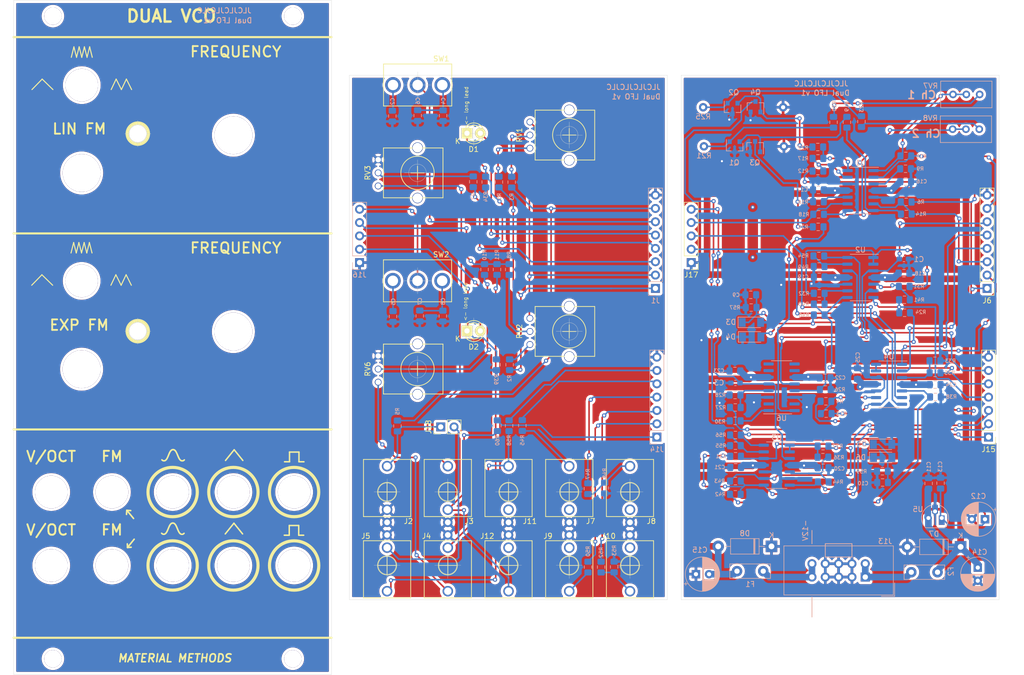
<source format=kicad_pcb>
(kicad_pcb (version 20211014) (generator pcbnew)
  (layers (0 "F.Cu" signal) (31 "B.Cu" signal) (34 "B.Paste" user) (35 "F.Paste" user) (36 "B.SilkS" user "B.Silkscreen") (37 "F.SilkS" user "F.Silkscreen") (38 "B.Mask" user) (39 "F.Mask" user) (44 "Edge.Cuts" user))
  (net 0 "")
  (net 1 "GND")
  (net 2 "SW1")
  (net 3 "Net-(C2-Pad1)")
  (net 4 "SW2")
  (net 5 "Net-(C4-Pad1)")
  (net 6 "Net-(C5-Pad1)")
  (net 7 "Net-(C7-Pad1)")
  (net 8 "Net-(C9-Pad1)")
  (net 9 "Net-(C10-Pad1)")
  (net 10 "+12V")
  (net 11 "+5V")
  (net 12 "-12V")
  (net 13 "LED1-2_top")
  (net 14 "LED1-1_top")
  (net 15 "LED2-2_top")
  (net 16 "LED2-1_top")
  (net 17 "/-12Vin")
  (net 18 "/+12Vin")
  (net 19 "CV1_top")
  (net 20 "SW1_top")
  (net 21 "FM1_top")
  (net 22 "-5V_top")
  (net 23 "+5V_top")
  (net 24 "/Pitch_CVoct_1")
  (net 25 "/Lin_FM_in_1")
  (net 26 "/Sin_out_2")
  (net 27 "/Exp_FM_in_2")
  (net 28 "/Sin_out_1")
  (net 29 "/Pitch_CVoct_2")
  (net 30 "CV1")
  (net 31 "LED1-2")
  (net 32 "LED1-1")
  (net 33 "FM1")
  (net 34 "-5V")
  (net 35 "/Tri_out_1")
  (net 36 "/Square_out_1")
  (net 37 "/Tri_out_2")
  (net 38 "/Square_out_2")
  (net 39 "SIN1_top")
  (net 40 "TRI1_top")
  (net 41 "SQ1_top")
  (net 42 "SQ2_top")
  (net 43 "TRI2_top")
  (net 44 "SIN2_top")
  (net 45 "SIN1")
  (net 46 "TRI1")
  (net 47 "SQ1")
  (net 48 "SQ2")
  (net 49 "TRI2")
  (net 50 "SIN2")
  (net 51 "SW2_top")
  (net 52 "CV2_top")
  (net 53 "CV2")
  (net 54 "LED2-2")
  (net 55 "LED2-1")
  (net 56 "Net-(Q1-Pad2)")
  (net 57 "Net-(Q1-Pad1)")
  (net 58 "Net-(Q2-Pad2)")
  (net 59 "Net-(Q2-Pad1)")
  (net 60 "Net-(Q3-Pad3)")
  (net 61 "Net-(Q4-Pad3)")
  (net 62 "Net-(R1-Pad1)")
  (net 63 "Net-(R2-Pad1)")
  (net 64 "/Pitch_1")
  (net 65 "Net-(R13-Pad1)")
  (net 66 "Net-(R7-Pad1)")
  (net 67 "/Pitch_2")
  (net 68 "Net-(R9-Pad1)")
  (net 69 "Net-(R10-Pad2)")
  (net 70 "Net-(R12-Pad2)")
  (net 71 "Net-(R14-Pad2)")
  (net 72 "Net-(R15-Pad1)")
  (net 73 "Net-(R16-Pad1)")
  (net 74 "Net-(R17-Pad2)")
  (net 75 "Net-(R18-Pad1)")
  (net 76 "Net-(R20-Pad2)")
  (net 77 "Net-(R23-Pad2)")
  (net 78 "Net-(R24-Pad2)")
  (net 79 "Net-(R27-Pad2)")
  (net 80 "Net-(R29-Pad1)")
  (net 81 "Net-(R30-Pad1)")
  (net 82 "Net-(R31-Pad2)")
  (net 83 "Net-(R31-Pad1)")
  (net 84 "Net-(R32-Pad1)")
  (net 85 "Net-(R33-Pad1)")
  (net 86 "Net-(R36-Pad2)")
  (net 87 "Net-(R36-Pad1)")
  (net 88 "Net-(R37-Pad1)")
  (net 89 "Net-(R38-Pad1)")
  (net 90 "Net-(R49-Pad2)")
  (net 91 "Net-(R55-Pad2)")
  (net 92 "Net-(U4-Pad13)")
  (net 93 "/Pitch_norm_CVoct_2")
  (footprint "Eurocad:LED3mm" (layer "F.Cu") (at 100.2 37.825)
    (fp_text reference "D1")
    (fp_text value "Tayda A-1076")
  )
  (footprint "Eurocad:LED3mm" (layer "F.Cu") (at 100.2 75.5)
    (fp_text reference "D2")
    (fp_text value "Tayda A-1076")
  )
  (footprint "Eurocad:PJ301M-12_Compact" (layer "F.Cu") (at 83.7 106.2)
    (fp_text reference "J2")
    (fp_text value "PJ301M-12")
  )
  (footprint "Eurocad:PJ301M-12_Compact" (layer "F.Cu") (at 95.275 106.2)
    (fp_text reference "J3")
    (fp_text value "PJ301M-12")
  )
  (footprint "Eurocad:PJ301M-12_Compact" (layer "F.Cu") (at 95.275 120.2 180)
    (fp_text reference "J4")
    (fp_text value "PJ301M-12")
  )
  (footprint "Eurocad:PJ301M-12_Compact" (layer "F.Cu") (at 83.7 120.2 180)
    (fp_text reference "J5")
    (fp_text value "PJ301M-12")
  )
  (footprint "Connector_PinHeader_2.54mm:PinHeader_1x08_P2.54mm_Vertical" (layer "F.Cu") (at 198.075 67.4 180)
    (fp_text reference "J6")
    (fp_text value "Conn_01x08_Male")
  )
  (footprint "Eurocad:PJ301M-12_Compact" (layer "F.Cu") (at 118.425 106.2)
    (fp_text reference "J7")
    (fp_text value "PJ301M-12")
  )
  (footprint "Eurocad:PJ301M-12_Compact" (layer "F.Cu") (at 130 106.2)
    (fp_text reference "J8")
    (fp_text value "PJ301M-12")
  )
  (footprint "Eurocad:PJ301M-12_Compact" (layer "F.Cu") (at 118.425 120.2 180)
    (fp_text reference "J9")
    (fp_text value "PJ301M-12")
  )
  (footprint "Eurocad:PJ301M-12_Compact" (layer "F.Cu") (at 106.85 106.2)
    (fp_text reference "J11")
    (fp_text value "PJ301M-12")
  )
  (footprint "Eurocad:PJ301M-12_Compact" (layer "F.Cu") (at 106.85 120.2 180)
    (fp_text reference "J12")
    (fp_text value "PJ301M-12")
  )
  (footprint "Connector_PinHeader_2.54mm:PinHeader_1x05_P2.54mm_Vertical" (layer "F.Cu") (at 141.675 62.475 180)
    (fp_text reference "J17")
    (fp_text value "Conn_01x05_Male")
  )
  (footprint "Eurocad:Alpha9mmPot" (layer "F.Cu") (at 118.425 38.175 -90)
    (fp_text reference "RV1")
    (fp_text value "100k LIN")
  )
  (footprint "Eurocad:Alpha9mmPot" (layer "F.Cu") (at 118.425 75.6 -90)
    (fp_text reference "RV2")
    (fp_text value "100k LIN")
  )
  (footprint "Eurocad:Alpha9mmPot" (layer "F.Cu") (at 89.5 45.375 -90)
    (fp_text reference "RV3")
    (fp_text value "100k LIN")
  )
  (footprint "Eurocad:SPDT toggle on-off-on" (layer "F.Cu") (at 89.525 28.625 180)
    (fp_text reference "SW1")
    (fp_text value "SPDT on-off-on")
  )
  (footprint "Eurocad:SPDT toggle on-off-on" (layer "F.Cu") (at 89.5 65.95 180)
    (fp_text reference "SW2")
    (fp_text value "SPDT on-off-on")
  )
  (footprint "Eurocad:PJ301M-12_Compact" (layer "F.Cu") (at 130 120.2 180)
    (fp_text reference "J10")
    (fp_text value "PJ301M-12")
  )
  (footprint "Eurocad:Alpha9mmPot" (layer "F.Cu") (at 89.5 82.775 -90)
    (fp_text reference "RV6")
    (fp_text value "100k LIN")
  )
  (footprint "Connector_PinHeader_2.54mm:PinHeader_1x07_P2.54mm_Vertical" (layer "F.Cu") (at 198.35 95.75 180)
    (fp_text reference "J15")
    (fp_text value "Conn_01x07_Male")
  )
  (footprint "Connector_PinHeader_2.54mm:PinHeader_1x02_P2.54mm_Vertical" (layer "F.Cu") (at 93.925 93.8 90)
    (fp_text reference "J18")
    (fp_text value "Conn_01x02_Male")
  )
  (footprint "Eurocad:Eurorack Rail Hole" (layer "F.Cu") (at 20 138)
    (fp_text reference "REF**" hide)
    (fp_text value "Eurorack Rail Hole" hide)
  )
  (footprint "Eurocad:Eurorack Rail Hole" (layer "F.Cu") (at 65.73 138)
    (fp_text reference "REF**" hide)
    (fp_text value "Eurorack Rail Hole" hide)
  )
  (footprint "Eurocad:Eurorack Rail Hole" (layer "F.Cu") (at 20 15.5)
    (fp_text reference "REF**" hide)
    (fp_text value "Eurorack Rail Hole" hide)
  )
  (footprint "Eurocad:Eurorack Rail Hole" (layer "F.Cu") (at 65.73 15.5)
    (fp_text reference "REF**" hide)
    (fp_text value "Eurorack Rail Hole" hide)
  )
  (footprint "Eurocad:Eurorack_jack_hole" (layer "F.Cu") (at 19.68 106.22)
    (fp_text reference "" hide)
    (fp_text value "Eurorack jack hole")
  )
  (footprint "Eurocad:Eurorack_jack_hole" (layer "F.Cu") (at 31.25 106.22)
    (fp_text reference "" hide)
    (fp_text value "Eurorack jack hole")
  )
  (footprint "Eurocad:Eurorack_jack_hole" (layer "F.Cu") (at 42.83 106.22)
    (fp_text reference "" hide)
    (fp_text value "Eurorack jack hole")
  )
  (footprint "Eurocad:Eurorack_jack_hole" (layer "F.Cu") (at 54.41 106.22)
    (fp_text reference "" hide)
    (fp_text value "Eurorack jack hole")
  )
  (footprint "Eurocad:Eurorack_jack_hole" (layer "F.Cu") (at 65.98 106.22)
    (fp_text reference "" hide)
    (fp_text value "Eurorack jack hole")
  )
  (footprint "Eurocad:Eurorack_jack_hole" (layer "F.Cu") (at 19.68 120.22)
    (fp_text reference "" hide)
    (fp_text value "Eurorack jack hole")
  )
  (footprint "Eurocad:Eurorack_jack_hole" (layer "F.Cu") (at 31.25 120.23)
    (fp_text reference "" hide)
    (fp_text value "Eurorack jack hole")
  )
  (footprint "Eurocad:Eurorack_jack_hole" (layer "F.Cu") (at 42.84 120.22)
    (fp_text reference "" hide)
    (fp_text value "Eurorack jack hole")
  )
  (footprint "Eurocad:Eurorack_jack_hole" (layer "F.Cu") (at 54.4 120.23)
    (fp_text reference "" hide)
    (fp_text value "Eurorack jack hole")
  )
  (footprint "Eurocad:Eurorack_jack_hole" (layer "F.Cu") (at 65.98 120.22)
    (fp_text reference "" hide)
    (fp_text value "Eurorack jack hole")
  )
  (footprint "Eurocad:Pothole_MXR_white" (layer "F.Cu") (at 54.4 75.63)
    (fp_text reference "" hide)
    (fp_text value "Pothole_MXR_white")
  )
  (footprint "Eurocad:Pothole_MXR_white" (layer "F.Cu") (at 54.41 38.2)
    (fp_text reference "" hide)
    (fp_text value "Pothole_MXR_white")
  )
  (footprint "Eurocad:Pothole_Davies1900H_white" (layer "F.Cu") (at 25.47 82.8)
    (fp_text reference "" hide)
    (fp_text value "Pothole_Davies1900H_white")
  )
  (footprint "Eurocad:Pothole_Davies1900H_white" (layer "F.Cu") (at 25.48 45.4)
    (fp_text reference "" hide)
    (fp_text value "Pothole_Davies1900H_white")
  )
  (footprint "Eurocad:Eurorack_toggle_switch_hole" (layer "F.Cu") (at 25.5 28.65)
    (fp_text reference "" hide)
    (fp_text value "Toggle switch")
  )
  (footprint "Eurocad:Eurorack_toggle_switch_hole" (layer "F.Cu") (at 25.48 65.97)
    (fp_text reference "" hide)
    (fp_text value "Toggle switch")
  )
  (footprint "Eurocad:Eurorack_LED_hole_with_ring" (layer "F.Cu") (at 36.18 37.9)
    (fp_text reference "REF**" hide)
    (fp_text value "Eurorack LED hole with ring")
  )
  (footprint "Eurocad:Eurorack_LED_hole_with_ring" (layer "F.Cu") (at 36.17 75.55)
    (fp_text reference "REF**" hide)
    (fp_text value "Eurorack LED hole with ring")
  )
  (footprint "Capacitor_SMD:C_0805_2012Metric_Pad1.15x1.40mm_HandSolder_smallText" (layer "B.Cu") (at 84.7 34.55 -90)
    (fp_text reference "C2")
    (fp_text value "1u")
  )
  (footprint "Capacitor_SMD:C_0603_1608Metric_Pad1.05x0.95mm_HandSolder" (layer "B.Cu") (at 150.1 85.425 180)
    (fp_text reference "C3")
    (fp_text value "2n2 C0G")
  )
  (footprint "Capacitor_SMD:C_0805_2012Metric_Pad1.15x1.40mm_HandSolder_smallText" (layer "B.Cu") (at 94.375 34.475 -90)
    (fp_text reference "C4")
    (fp_text value "10u")
  )
  (footprint "Capacitor_SMD:C_0805_2012Metric_Pad1.15x1.40mm_HandSolder_smallText" (layer "B.Cu") (at 84.825 72.75 -90)
    (fp_text reference "C5")
    (fp_text value "1u")
  )
  (footprint "Capacitor_SMD:C_0805_2012Metric_Pad1.15x1.40mm_HandSolder_smallText" (layer "B.Cu") (at 89.525 34.45 -90)
    (fp_text reference "C6")
    (fp_text value "10u")
  )
  (footprint "Capacitor_SMD:C_0805_2012Metric_Pad1.15x1.40mm_HandSolder_smallText" (layer "B.Cu") (at 89.925 72.65 -90)
    (fp_text reference "C7")
    (fp_text value "10u")
  )
  (footprint "Capacitor_SMD:C_0805_2012Metric_Pad1.15x1.40mm_HandSolder_smallText" (layer "B.Cu") (at 94.325 72.675 -90)
    (fp_text reference "C8")
    (fp_text value "10u")
  )
  (footprint "Eurocad:C_0805_2012Metric_Pad1.15x1.40mm_HandSolder_SmallTxt" (layer "B.Cu") (at 178.15 104.4 180)
    (fp_text reference "C10")
    (fp_text value "1n")
  )
  (footprint "Eurocad:C_0805_2012Metric_Pad1.15x1.40mm_HandSolder_SmallTxt" (layer "B.Cu") (at 186.925 104.575 90)
    (fp_text reference "C11")
    (fp_text value "100n")
  )
  (footprint "Capacitor_THT:CP_Radial_D6.3mm_P2.50mm" (layer "B.Cu") (at 197.675 111.4 180)
    (fp_text reference "C12")
    (fp_text value "10uF")
  )
  (footprint "Eurocad:C_0805_2012Metric_Pad1.15x1.40mm_HandSolder_SmallTxt" (layer "B.Cu") (at 189.2 104.525 90)
    (fp_text reference "C13")
    (fp_text value "100n")
  )
  (footprint "Capacitor_THT:CP_Radial_D6.3mm_P2.50mm" (layer "B.Cu") (at 196.3 120.625 -90)
    (fp_text reference "C14")
    (fp_text value "100uF")
  )
  (footprint "Capacitor_THT:CP_Radial_D6.3mm_P2.50mm" (layer "B.Cu") (at 142.575 121.875)
    (fp_text reference "C15")
    (fp_text value "100uF")
  )
  (footprint "Eurocad:C_0805_2012Metric_Pad1.15x1.40mm_HandSolder_SmallTxt" (layer "B.Cu") (at 166.825 101.6)
    (fp_text reference "C20")
    (fp_text value "100n")
  )
  (footprint "Eurocad:C_0805_2012Metric_Pad1.15x1.40mm_HandSolder_SmallTxt" (layer "B.Cu") (at 150.15 101.525)
    (fp_text reference "C21")
    (fp_text value "100n")
  )
  (footprint "Eurocad:C_0805_2012Metric_Pad1.15x1.40mm_HandSolder_SmallTxt" (layer "B.Cu") (at 167.175 84.45)
    (fp_text reference "C22")
    (fp_text value "100n")
  )
  (footprint "Eurocad:C_0805_2012Metric_Pad1.15x1.40mm_HandSolder_SmallTxt" (layer "B.Cu") (at 150 83.15)
    (fp_text reference "C23")
    (fp_text value "100n")
  )
  (footprint "Eurocad:C_0805_2012Metric_Pad1.15x1.40mm_HandSolder_SmallTxt" (layer "B.Cu") (at 188.175 85.75)
    (fp_text reference "C24")
    (fp_text value "100n")
  )
  (footprint "Eurocad:C_0805_2012Metric_Pad1.15x1.40mm_HandSolder_SmallTxt" (layer "B.Cu") (at 173.375 83.65 -90)
    (fp_text reference "C25")
    (fp_text value "100n")
  )
  (footprint "Diode_SMD:D_MiniMELF" (layer "B.Cu") (at 178.175 99.625)
    (fp_text reference "D6")
    (fp_text value "LL4148")
  )
  (footprint "Diode_THT:D_DO-41_SOD81_P10.16mm_Horizontal" (layer "B.Cu") (at 193.025 116.675 180)
    (fp_text reference "D7")
    (fp_text value "1N4001")
  )
  (footprint "Diode_THT:D_DO-41_SOD81_P10.16mm_Horizontal" (layer "B.Cu") (at 156.975 116.575 180)
    (fp_text reference "D8")
    (fp_text value "1N4001")
  )
  (footprint "Capacitor_THT:C_Disc_D7.5mm_W2.5mm_P5.00mm" (layer "B.Cu") (at 150.4 121.3)
    (fp_text reference "F1")
    (fp_text value "Polyfuse 250mA ( A-1391 )")
  )
  (footprint "Capacitor_THT:C_Disc_D7.5mm_W2.5mm_P5.00mm" (layer "B.Cu") (at 188.625 121.5 180)
    (fp_text reference "F2")
    (fp_text value "Polyfuse 250mA ( A-1391 )")
  )
  (footprint "Connector_PinHeader_2.54mm:PinHeader_1x08_P2.54mm_Vertical" (layer "B.Cu") (at 134.85 67.4)
    (fp_text reference "J1")
    (fp_text value "Conn_01x08_Female")
  )
  (footprint "Eurocad:Eurorack_power_header" (layer "B.Cu") (at 174.85 122.425 90)
    (fp_text reference "J13")
    (fp_text value "EURO_PWR_2x5")
  )
  (footprint "Connector_PinHeader_2.54mm:PinHeader_1x07_P2.54mm_Vertical" (layer "B.Cu") (at 135.125 95.75)
    (fp_text reference "J14")
    (fp_text value "Conn_01x07_Female")
  )
  (footprint "Connector_PinHeader_2.54mm:PinHeader_1x05_P2.54mm_Vertical" (layer "B.Cu") (at 78.45 62.475)
    (fp_text reference "J16")
    (fp_text value "Conn_01x05_Female")
  )
  (footprint "Eurocad:R_0805_2012Metric_Pad1.15x1.40mm_HandSolder_smallText" (layer "B.Cu") (at 105.025 47.125 -90)
    (fp_text reference "R1")
    (fp_text value "56k")
  )
  (footprint "Eurocad:R_0805_2012Metric_Pad1.15x1.40mm_HandSolder_smallText" (layer "B.Cu") (at 107.05 81.95 -90)
    (fp_text reference "R2")
    (fp_text value "56k")
  )
  (footprint "Eurocad:R_0805_2012Metric_Pad1.15x1.40mm_HandSolder_smallText" (layer "B.Cu") (at 107.45 47.15 90)
    (fp_text reference "R3")
    (fp_text value "39k")
  )
  (footprint "Eurocad:R_0805_2012Metric_Pad1.15x1.40mm_HandSolder_smallText" (layer "B.Cu") (at 167.35 88.925)
    (fp_text reference "R4")
    (fp_text value "100k")
  )
  (footprint "Eurocad:R_0805_2012Metric_Pad1.15x1.40mm_HandSolder_smallText" (layer "B.Cu") (at 85.675 93.625 -90)
    (fp_text reference "R5")
    (fp_text value "100k")
  )
  (footprint "Eurocad:R_0805_2012Metric_Pad1.15x1.40mm_HandSolder_smallText" (layer "B.Cu") (at 100.125 47.075 -90)
    (fp_text reference "R7")
    (fp_text value "200k")
  )
  (footprint "Eurocad:R_0805_2012Metric_Pad1.15x1.40mm_HandSolder_smallText" (layer "B.Cu") (at 106.975 63.8 -90)
    (fp_text reference "R8")
    (fp_text value "39k")
  )
  (footprint "Eurocad:R_0805_2012Metric_Pad1.15x1.40mm_HandSolder_smallText" (layer "B.Cu") (at 102.275 63.8 -90)
    (fp_text reference "R10")
    (fp_text value "100k")
  )
  (footprint "Eurocad:R_0805_2012Metric_Pad1.15x1.40mm_HandSolder_smallText" (layer "B.Cu") (at 104.65 63.8 -90)
    (fp_text reference "R11")
    (fp_text value "100k")
  )
  (footprint "Eurocad:R_0805_2012Metric_Pad1.15x1.40mm_HandSolder_smallText" (layer "B.Cu") (at 167.4 91.275)
    (fp_text reference "R13")
    (fp_text value "100k")
  )
  (footprint "Eurocad:R_0805_2012Metric_Pad1.15x1.40mm_HandSolder_smallText" (layer "B.Cu") (at 168.8 35.725 90)
    (fp_text reference "R20")
    (fp_text value "51k")
  )
  (footprint "Eurocad:Tempco" (layer "B.Cu") (at 144.1 40.325)
    (fp_text reference "R21")
    (fp_text value "1k TEMPCO")
  )
  (footprint "Eurocad:Tempco" (layer "B.Cu") (at 143.95 32.875)
    (fp_text reference "R25")
    (fp_text value "1k TEMPCO")
  )
  (footprint "Eurocad:R_0805_2012Metric_Pad1.15x1.40mm_HandSolder_smallText" (layer "B.Cu") (at 167.225 86.675 180)
    (fp_text reference "R26")
    (fp_text value "220R")
  )
  (footprint "Eurocad:R_0805_2012Metric_Pad1.15x1.40mm_HandSolder_smallText" (layer "B.Cu") (at 150.075 90.1)
    (fp_text reference "R27")
    (fp_text value "100k")
  )
  (footprint "Eurocad:R_0805_2012Metric_Pad1.15x1.40mm_HandSolder_smallText" (layer "B.Cu") (at 150.025 87.725)
    (fp_text reference "R28")
    (fp_text value "220R")
  )
  (footprint "Eurocad:R_0805_2012Metric_Pad1.15x1.40mm_HandSolder_smallText" (layer "B.Cu") (at 150.05 92.65 180)
    (fp_text reference "R30")
    (fp_text value "15k")
  )
  (footprint "Eurocad:R_0805_2012Metric_Pad1.15x1.40mm_HandSolder_smallText" (layer "B.Cu") (at 188.125 81.2)
    (fp_text reference "R33")
    (fp_text value "470k")
  )
  (footprint "Eurocad:R_0805_2012Metric_Pad1.15x1.40mm_HandSolder_smallText" (layer "B.Cu") (at 102.5 47.125 90)
    (fp_text reference "R34")
    (fp_text value "660R")
  )
  (footprint "Eurocad:R_0805_2012Metric_Pad1.15x1.40mm_HandSolder_smallText" (layer "B.Cu") (at 188.15 83.5 180)
    (fp_text reference "R35")
    (fp_text value "470k")
  )
  (footprint "Eurocad:R_0805_2012Metric_Pad1.15x1.40mm_HandSolder_smallText" (layer "B.Cu") (at 166.775 99.575)
    (fp_text reference "R36")
    (fp_text value "10k")
  )
  (footprint "Eurocad:R_0805_2012Metric_Pad1.15x1.40mm_HandSolder_smallText" (layer "B.Cu") (at 166.8 97.475 180)
    (fp_text reference "R37")
    (fp_text value "100k")
  )
  (footprint "Eurocad:R_0805_2012Metric_Pad1.15x1.40mm_HandSolder_smallText" (layer "B.Cu") (at 188.225 88.1)
    (fp_text reference "R38")
    (fp_text value "470k")
  )
  (footprint "Eurocad:R_0805_2012Metric_Pad1.15x1.40mm_HandSolder_smallText" (layer "B.Cu") (at 104.55 81.95 90)
    (fp_text reference "R39")
    (fp_text value "660R")
  )
  (footprint "Eurocad:R_0805_2012Metric_Pad1.15x1.40mm_HandSolder_smallText" (layer "B.Cu") (at 150.1 104.125 180)
    (fp_text reference "R43")
    (fp_text value "100k")
  )
  (footprint "Eurocad:R_0805_2012Metric_Pad1.15x1.40mm_HandSolder_smallText" (layer "B.Cu") (at 166.85 104.3 180)
    (fp_text reference "R44")
    (fp_text value "39k")
  )
  (footprint "Eurocad:R_0805_2012Metric_Pad1.15x1.40mm_HandSolder_smallText" (layer "B.Cu") (at 109.475 93.55 90)
    (fp_text reference "R45")
    (fp_text value "1k")
  )
  (footprint "Eurocad:R_0805_2012Metric_Pad1.15x1.40mm_HandSolder_smallText" (layer "B.Cu") (at 121.975 105.575 -90)
    (fp_text reference "R47")
    (fp_text value "3k3")
  )
  (footprint "Eurocad:R_0805_2012Metric_Pad1.15x1.40mm_HandSolder_smallText" (layer "B.Cu") (at 125.175 105.45 -90)
    (fp_text reference "R48")
    (fp_text value "3k3")
  )
  (footprint "Eurocad:R_0805_2012Metric_Pad1.15x1.40mm_HandSolder_smallText" (layer "B.Cu") (at 122 120.525 90)
    (fp_text reference "R50")
    (fp_text value "1k")
  )
  (footprint "Eurocad:R_0805_2012Metric_Pad1.15x1.40mm_HandSolder_smallText" (layer "B.Cu") (at 150.125 99.4)
    (fp_text reference "R51")
    (fp_text value "220k")
  )
  (footprint "Eurocad:R_0805_2012Metric_Pad1.15x1.40mm_HandSolder_smallText" (layer "B.Cu") (at 124.5 120.525 -90)
    (fp_text reference "R52")
    (fp_text value "3k3")
  )
  (footprint "Eurocad:R_0805_2012Metric_Pad1.15x1.40mm_HandSolder_smallText" (layer "B.Cu") (at 126.975 120.5 90)
    (fp_text reference "R53")
    (fp_text value "3k3")
  )
  (footprint "Eurocad:R_0805_2012Metric_Pad1.15x1.40mm_HandSolder_smallText" (layer "B.Cu") (at 150.1 97.375)
    (fp_text reference "R55")
    (fp_text value "3k9")
  )
  (footprint "Eurocad:R_0805_2012Metric_Pad1.15x1.40mm_HandSolder_smallText" (layer "B.Cu") (at 150.1 95.35)
    (fp_text reference "R56")
    (fp_text value "47k")
  )
  (footprint "Eurocad:R_0805_2012Metric_Pad1.15x1.40mm_HandSolder_smallText" (layer "B.Cu") (at 106.95 93.575 90)
    (fp_text reference "R58")
    (fp_text value "1k")
  )
  (footprint "Eurocad:R_0805_2012Metric_Pad1.15x1.40mm_HandSolder_smallText" (layer "B.Cu") (at 178.125 102.25 180)
    (fp_text reference "R59")
    (fp_text value "47k")
  )
  (footprint "Eurocad:R_0805_2012Metric_Pad1.15x1.40mm_HandSolder_smallText" (layer "B.Cu") (at 104.725 93.575 90)
    (fp_text reference "R60")
    (fp_text value "1k")
  )
  (footprint "Package_SO:SOIC-14_3.9x8.7mm_P1.27mm" (layer "B.Cu") (at 157.975 101.1 180)
    (fp_text reference "U3")
    (fp_text value "TL074")
  )
  (footprint "Package_SO:SOIC-14_3.9x8.7mm_P1.27mm" (layer "B.Cu") (at 179.375 85.675 180)
    (fp_text reference "U4")
    (fp_text value "TL074")
  )
  (footprint "Package_TO_SOT_THT:TO-92_HandSolder" (layer "B.Cu") (at 189.425 111.175 180)
    (fp_text reference "U5")
    (fp_text value "L78L05_TO92")
  )
  (footprint "Package_SO:SOIC-16_3.9x9.9mm_P1.27mm" (layer "B.Cu") (at 158.9 86.25)
    (fp_text reference "U6")
    (fp_text value "LM13700")
  )
  (footprint "Diode_SMD:D_MiniMELF" (layer "B.Cu") (at 178.15 97.125)
    (fp_text reference "D5")
    (fp_text value "LL4148")
  )
  (footprint "Eurocad:R_0805_2012Metric_Pad1.15x1.40mm_HandSolder_smallText" (layer "B.Cu") (at 150.075 106.65 180)
    (fp_text reference "R42")
    (fp_text value "470k")
  )
  (footprint "Potentiometer_THT:Potentiometer_Bourns_3296W_Vertical" (layer "B.Cu") (at 191.5 37.05 180)
    (fp_text reference "RV8")
    (fp_text value "10k TRIM 3296W")
  )
  (footprint "Eurocad:R_0805_2012Metric_Pad1.15x1.40mm_HandSolder_smallText" (layer "B.Cu") (at 174.125 35.6 -90)
    (fp_text reference "R23")
    (fp_text value "51k")
  )
  (footprint "Package_SO:SOIC-14_3.9x8.7mm_P1.27mm" (layer "B.Cu") (at 173.95 48.75 180)
    (fp_text reference "U1")
    (fp_text value "TL074")
  )
  (footprint "Eurocad:C_0805_2012Metric_Pad1.15x1.40mm_HandSolder_SmallTxt" (layer "B.Cu") (at 182.55 47.05)
    (fp_text reference "C16")
    (fp_text value "100n")
  )
  (footprint "Eurocad:C_0805_2012Metric_Pad1.15x1.40mm_HandSolder_SmallTxt" (layer "B.Cu") (at 165.925 48.625)
    (fp_text reference "C17")
    (fp_text value "100n")
  )
  (footprint "Eurocad:R_0805_2012Metric_Pad1.15x1.40mm_HandSolder_smallText" (layer "B.Cu") (at 182.65 50.925 180)
    (fp_text reference "R6")
    (fp_text value "100k")
  )
  (footprint "Eurocad:R_0805_2012Metric_Pad1.15x1.40mm_HandSolder_smallText" (layer "B.Cu") (at 182.525 44.6)
    (fp_text reference "R9")
    (fp_text value "33k")
  )
  (footprint "Eurocad:R_0805_2012Metric_Pad1.15x1.40mm_HandSolder_smallText" (layer "B.Cu") (at 165.825 45.025)
    (fp_text reference "R12")
    (fp_text value "100k")
  )
  (footprint "Eurocad:R_0805_2012Metric_Pad1.15x1.40mm_HandSolder_smallText" (layer "B.Cu") (at 165.8 40.45 180)
    (fp_text reference "R22")
    (fp_text value "3.9k")
  )
  (footprint "Eurocad:R_0805_2012Metric_Pad1.15x1.40mm_HandSolder_smallText" (layer "B.Cu") (at 165.825 42.625)
    (fp_text reference "R17")
    (fp_text value "100k")
  )
  (footprint "Eurocad:R_0805_2012Metric_Pad1.15x1.40mm_HandSolder_smallText" (layer "B.Cu") (at 182.675 53.225 180)
    (fp_text reference "R14")
    (fp_text value "100k")
  )
  (footprint "Eurocad:R_0805_2012Metric_Pad1.15x1.40mm_HandSolder_smallText" (layer "B.Cu") (at 182.575 42.15)
    (fp_text reference "R15")
    (fp_text value "100k")
  )
  (footprint "Eurocad:R_0805_2012Metric_Pad1.15x1.40mm_HandSolder_smallText" (layer "B.Cu") (at 165.925 50.875 180)
    (fp_text reference "R16")
    (fp_text value "33k")
  )
  (footprint "Eurocad:R_0805_2012Metric_Pad1.15x1.40mm_HandSolder_smallText" (layer "B.Cu") (at 165.95 53.275 180)
    (fp_text reference "R18")
    (fp_text value "100k")
  )
  (footprint "Eurocad:R_0805_2012Metric_Pad1.15x1.40mm_HandSolder_smallText" (layer "B.Cu") (at 171.35 35.725 90)
    (fp_text reference "R19")
    (fp_text value "3.9k")
  )
  (footprint "Eurocad:R_0805_2012Metric_Pad1.15x1.40mm_HandSolder_smallText" (layer "B.Cu") (at 165.875 55.675 180)
    (fp_text reference "R29")
    (fp_text value "15k")
  )
  (footprint "Potentiometer_THT:Potentiometer_Bourns_3296W_Vertical" (layer "B.Cu") (at 191.575 30.425 180)
    (fp_text reference "RV7")
    (fp_text value "10k TRIM 3296W")
  )
  (footprint "Eurocad:R_0805_2012Metric_Pad1.15x1.40mm_HandSolder_smallText" (layer "B.Cu") (at 166 61.225)
    (fp_text reference "R54")
    (fp_text value "47k")
  )
  (footprint "Eurocad:R_0805_2012Metric_Pad1.15x1.40mm_HandSolder_smallText" (layer "B.Cu") (at 153.1 71.05 180)
    (fp_text reference "R57")
    (fp_text value "47k")
  )
  (footprint "Package_SO:SOIC-14_3.9x8.7mm_P1.27mm" (layer "B.Cu") (at 173.925 65.325 180)
    (fp_text reference "U2")
    (fp_text value "TL074")
  )
  (footprint "Capacitor_SMD:C_0603_1608Metric_Pad1.05x0.95mm_HandSolder" (layer "B.Cu") (at 182.225 61.8)
    (fp_text reference "C1")
    (fp_text value "2n2 C0G")
  )
  (footprint "Eurocad:C_0805_2012Metric_Pad1.15x1.40mm_HandSolder_SmallTxt" (layer "B.Cu") (at 153.025 68.625 180)
    (fp_text reference "C9")
    (fp_text value "1n")
  )
  (footprint "Eurocad:C_0805_2012Metric_Pad1.15x1.40mm_HandSolder_SmallTxt" (layer "B.Cu") (at 182.225 64.5)
    (fp_text reference "C18")
    (fp_text value "100n")
  )
  (footprint "Diode_SMD:D_MiniMELF" (layer "B.Cu") (at 153.15 73.875)
    (fp_text reference "D3")
    (fp_text value "LL4148")
  )
  (footprint "Eurocad:C_0805_2012Metric_Pad1.15x1.40mm_HandSolder_SmallTxt" (layer "B.Cu") (at 166.075 65.225)
    (fp_text reference "C19")
    (fp_text value "100n")
  )
  (footprint "Diode_SMD:D_MiniMELF" (layer "B.Cu") (at 153.2 76.65)
    (fp_text reference "D4")
    (fp_text value "LL4148")
  )
  (footprint "Eurocad:R_0805_2012Metric_Pad1.15x1.40mm_HandSolder_smallText" (layer "B.Cu") (at 166.075 68.35 180)
    (fp_text reference "R32")
    (fp_text value "100k")
  )
  (footprint "Eurocad:R_0805_2012Metric_Pad1.15x1.40mm_HandSolder_smallText" (layer "B.Cu") (at 182.275 67.025 180)
    (fp_text reference "R31")
    (fp_text value "10k")
  )
  (footprint "Eurocad:R_0805_2012Metric_Pad1.15x1.40mm_HandSolder_smallText" (layer "B.Cu") (at 182.325 69.575 180)
    (fp_text reference "R41")
    (fp_text value "39k")
  )
  (footprint "Eurocad:R_0805_2012Metric_Pad1.15x1.40mm_HandSolder_smallText" (layer "B.Cu") (at 166.075 70.4)
    (fp_text reference "R40")
    (fp_text value "100k")
  )
  (footprint "Eurocad:R_0805_2012Metric_Pad1.15x1.40mm_HandSolder_smallText" (layer "B.Cu") (at 182.35 72.05)
    (fp_text reference "R24")
    (fp_text value "100k")
  )
  (footprint "Eurocad:R_0805_2012Metric_Pad1.15x1.40mm_HandSolder_smallText" (layer "B.Cu") (at 166.075 72.475 180)
    (fp_text reference "R46")
    (fp_text value "220k")
  )
  (footprint "Eurocad:R_0805_2012Metric_Pad1.15x1.40mm_HandSolder_smallText" (layer "B.Cu") (at 166.05 63.225)
    (fp_text reference "R49")
    (fp_text value "3k9")
  )
  (footprint "Package_TO_SOT_SMD:SOT-23" (layer "B.Cu") (at 149.55 33.1 -90)
    (fp_text reference "Q2")
    (fp_text value "BC847B (A-1339)")
  )
  (footprint "Package_TO_SOT_SMD:SOT-23" (layer "B.Cu") (at 153.925 32.775 90)
    (fp_text reference "Q4")
    (fp_text value "BC857 (A-1345)")
  )
  (footprint "Package_TO_SOT_SMD:SOT-23" (layer "B.Cu") (at 153.85 40.375 90)
    (fp_text reference "Q3")
    (fp_text value "BC857 (A-1345)")
  )
  (footprint "Package_TO_SOT_SMD:SOT-23" (layer "B.Cu") (at 149.95 40.425 -90)
    (fp_text reference "Q1")
    (fp_text value "BC847B (A-1339)")
  )
  (gr_line (start 12.5 94.29) (end 73.1 94.29) (layer "F.SilkS") (width 0.4))
  (gr_line (start 12.5 56.92) (end 73.1 56.92) (layer "F.SilkS") (width 0.4))
  (gr_circle (center 42.82 120.22) (end 47.52 120.22) (layer "F.SilkS") (width 0.6) (fill none))
  (gr_line (start 56.15 114.2) (end 54.5 112.16) (layer "F.SilkS") (width 0.28))
  (gr_line (start 40.76 100.07) (end 40.88057 100.17643) (layer "F.SilkS") (width 0.28))
  (gr_line (start 40.88057 100.17643) (end 41.016284 100.245111) (layer "F.SilkS") (width 0.28))
  (gr_line (start 41.016284 100.245111) (end 41.169665 100.269752) (layer "F.SilkS") (width 0.28))
  (gr_line (start 41.169665 100.269752) (end 41.322816 100.246097) (layer "F.SilkS") (width 0.28))
  (gr_line (start 41.322816 100.246097) (end 41.457972 100.178288) (layer "F.SilkS") (width 0.28))
  (gr_line (start 44.359103 100.187622) (end 44.494867 100.256303) (layer "F.SilkS") (width 0.28))
  (gr_line (start 44.801562 100.25729) (end 44.93681 100.189481) (layer "F.SilkS") (width 0.28))
  (gr_line (start 44.93681 100.189481) (end 45.056624 100.083825) (layer "F.SilkS") (width 0.28))
  (gr_line (start 44.648306 100.280945) (end 44.801562 100.25729) (layer "F.SilkS") (width 0.28))
  (gr_line (start 44.494867 100.256303) (end 44.648306 100.280945) (layer "F.SilkS") (width 0.28))
  (gr_line (start 42.747115 98.14875) (end 42.900266 98.125094) (layer "F.SilkS") (width 0.28))
  (gr_line (start 42.034966 99.197423) (end 42.116135 98.997151) (layer "F.SilkS") (width 0.28))
  (gr_line (start 42.61196 98.216559) (end 42.747115 98.14875) (layer "F.SilkS") (width 0.28))
  (gr_line (start 43.515964 98.625785) (end 43.606279 98.807711) (layer "F.SilkS") (width 0.28))
  (gr_line (start 41.781174 99.77301) (end 41.870056 99.591661) (layer "F.SilkS") (width 0.28))
  (gr_line (start 41.953796 99.397696) (end 42.034966 99.197423) (layer "F.SilkS") (width 0.28))
  (gr_line (start 41.457972 100.178288) (end 41.577702 100.072631) (layer "F.SilkS") (width 0.28))
  (gr_line (start 43.942293 99.598328) (end 44.032608 99.780254) (layer "F.SilkS") (width 0.28))
  (gr_line (start 42.492229 98.322215) (end 42.61196 98.216559) (layer "F.SilkS") (width 0.28))
  (gr_line (start 44.032608 99.780254) (end 44.130499 99.943306) (layer "F.SilkS") (width 0.28))
  (gr_line (start 44.130499 99.943306) (end 44.238489 100.081192) (layer "F.SilkS") (width 0.28))
  (gr_line (start 43.857027 99.40382) (end 43.942293 99.598328) (layer "F.SilkS") (width 0.28))
  (gr_line (start 44.238489 100.081192) (end 44.359103 100.187622) (layer "F.SilkS") (width 0.28))
  (gr_line (start 42.199876 98.803186) (end 42.288758 98.621836) (layer "F.SilkS") (width 0.28))
  (gr_line (start 42.900266 98.125094) (end 43.053705 98.149736) (layer "F.SilkS") (width 0.28))
  (gr_line (start 41.870056 99.591661) (end 41.953796 99.397696) (layer "F.SilkS") (width 0.28))
  (gr_line (start 43.189469 98.218417) (end 43.310083 98.324847) (layer "F.SilkS") (width 0.28))
  (gr_line (start 42.385352 98.45941) (end 42.492229 98.322215) (layer "F.SilkS") (width 0.28))
  (gr_line (start 42.116135 98.997151) (end 42.199876 98.803186) (layer "F.SilkS") (width 0.28))
  (gr_line (start 43.606279 98.807711) (end 43.691545 99.00222) (layer "F.SilkS") (width 0.28))
  (gr_line (start 43.691545 99.00222) (end 43.774286 99.20302) (layer "F.SilkS") (width 0.28))
  (gr_line (start 43.418073 98.462733) (end 43.515964 98.625785) (layer "F.SilkS") (width 0.28))
  (gr_line (start 43.310083 98.324847) (end 43.418073 98.462733) (layer "F.SilkS") (width 0.28))
  (gr_line (start 41.68458 99.935436) (end 41.781174 99.77301) (layer "F.SilkS") (width 0.28))
  (gr_line (start 42.288758 98.621836) (end 42.385352 98.45941) (layer "F.SilkS") (width 0.28))
  (gr_line (start 43.053705 98.149736) (end 43.189469 98.218417) (layer "F.SilkS") (width 0.28))
  (gr_line (start 43.774286 99.20302) (end 43.857027 99.40382) (layer "F.SilkS") (width 0.28))
  (gr_line (start 41.577702 100.072631) (end 41.68458 99.935436) (layer "F.SilkS") (width 0.28))
  (gr_line (start 52.9 100.2) (end 54.55 98.16) (layer "F.SilkS") (width 0.28))
  (gr_line (start 56.2 100.2) (end 54.55 98.16) (layer "F.SilkS") (width 0.28))
  (gr_line (start 66.9 98.6) (end 66.9 100.45) (layer "F.SilkS") (width 0.28))
  (gr_line (start 65.1 98.6) (end 66.9 98.6) (layer "F.SilkS") (width 0.28))
  (gr_line (start 64.15 100.45) (end 65.1 100.45) (layer "F.SilkS") (width 0.28))
  (gr_line (start 65.1 100.45) (end 65.1 98.6) (layer "F.SilkS") (width 0.28))
  (gr_line (start 66.9 100.45) (end 67.85 100.45) (layer "F.SilkS") (width 0.28))
  (gr_line (start 20 29.5) (end 17.95 27.5) (layer "F.SilkS") (width 0.2))
  (gr_line (start 34 27.5) (end 35 29.5) (layer "F.SilkS") (width 0.2))
  (gr_line (start 26.95 58.65) (end 27.45 60.65) (layer "F.SilkS") (width 0.2))
  (gr_line (start 25.45 60.65) (end 25.95 58.65) (layer "F.SilkS") (width 0.2))
  (gr_line (start 32 64.8) (end 33 66.8) (layer "F.SilkS") (width 0.2))
  (gr_line (start 31.05 66.8) (end 32 64.8) (layer "F.SilkS") (width 0.2))
  (gr_line (start 23.95 58.65) (end 24.45 60.65) (layer "F.SilkS") (width 0.2))
  (gr_line (start 24.95 58.65) (end 25.45 60.65) (layer "F.SilkS") (width 0.2))
  (gr_line (start 26.45 60.65) (end 26.95 58.65) (layer "F.SilkS") (width 0.2))
  (gr_line (start 23.45 60.65) (end 23.95 58.65) (layer "F.SilkS") (width 0.2))
  (gr_line (start 24.45 60.65) (end 24.95 58.65) (layer "F.SilkS") (width 0.2))
  (gr_line (start 25.95 58.65) (end 26.45 60.65) (layer "F.SilkS") (width 0.2))
  (gr_line (start 15.95 66.8) (end 17.9 64.8) (layer "F.SilkS") (width 0.2))
  (gr_line (start 33 66.8) (end 33.95 64.8) (layer "F.SilkS") (width 0.2))
  (gr_line (start 19.95 66.8) (end 17.9 64.8) (layer "F.SilkS") (width 0.2))
  (gr_line (start 33.95 64.8) (end 34.95 66.8) (layer "F.SilkS") (width 0.2))
  (gr_line (start 66.85 112.6) (end 66.85 114.45) (layer "F.SilkS") (width 0.28))
  (gr_line (start 12.5 134) (end 73.1 134) (layer "F.SilkS") (width 0.4))
  (gr_line (start 44.444867 114.256303) (end 44.598306 114.280945) (layer "F.SilkS") (width 0.28))
  (gr_line (start 25 21.35) (end 25.5 23.35) (layer "F.SilkS") (width 0.2))
  (gr_line (start 42.238758 112.621836) (end 42.335352 112.45941) (layer "F.SilkS") (width 0.28))
  (gr_circle (center 54.4 120.22) (end 59.1 120.22) (layer "F.SilkS") (width 0.6) (fill none))
  (gr_line (start 41.63458 113.935436) (end 41.731174 113.77301) (layer "F.SilkS") (width 0.28))
  (gr_line (start 52.85 114.2) (end 54.5 112.16) (layer "F.SilkS") (width 0.28))
  (gr_line (start 41.407972 114.178288) (end 41.527702 114.072631) (layer "F.SilkS") (width 0.28))
  (gr_line (start 27 21.35) (end 27.5 23.35) (layer "F.SilkS") (width 0.2))
  (gr_line (start 66.85 114.45) (end 67.8 114.45) (layer "F.SilkS") (width 0.28))
  (gr_circle (center 65.97 106.22) (end 70.67 106.22) (layer "F.SilkS") (width 0.6) (fill none))
  (gr_line (start 24 21.35) (end 24.5 23.35) (layer "F.SilkS") (width 0.2))
  (gr_line (start 44.751562 114.25729) (end 44.88681 114.189481) (layer "F.SilkS") (width 0.28))
  (gr_line (start 35.37 111.26) (end 34.1 109.72) (layer "F.SilkS") (width 0.3))
  (gr_line (start 42.850266 112.125094) (end 43.003705 112.149736) (layer "F.SilkS") (width 0.28))
  (gr_line (start 41.820056 113.591661) (end 41.903796 113.397696) (layer "F.SilkS") (width 0.28))
  (gr_line (start 44.88681 114.189481) (end 45.006624 114.083825) (layer "F.SilkS") (width 0.28))
  (gr_line (start 41.984966 113.197423) (end 42.066135 112.997151) (layer "F.SilkS") (width 0.28))
  (gr_line (start 42.149876 112.803186) (end 42.238758 112.621836) (layer "F.SilkS") (width 0.28))
  (gr_line (start 44.188489 114.081192) (end 44.309103 114.187622) (layer "F.SilkS") (width 0.28))
  (gr_line (start 41.903796 113.397696) (end 41.984966 113.197423) (layer "F.SilkS") (width 0.28))
  (gr_line (start 41.527702 114.072631) (end 41.63458 113.935436) (layer "F.SilkS") (width 0.28))
  (gr_line (start 43.465964 112.625785) (end 43.556279 112.807711) (layer "F.SilkS") (width 0.28))
  (gr_line (start 25.5 23.35) (end 26 21.35) (layer "F.SilkS") (width 0.2))
  (gr_circle (center 42.82 106.22) (end 47.52 106.22) (layer "F.SilkS") (width 0.6) (fill none))
  (gr_line (start 12.5 19.5) (end 73.1 19.5) (layer "F.SilkS") (width 0.4))
  (gr_circle (center 65.98 120.22) (end 70.68 120.22) (layer "F.SilkS") (width 0.6) (fill none))
  (gr_line (start 65.05 112.6) (end 66.85 112.6) (layer "F.SilkS") (width 0.28))
  (gr_line (start 43.556279 112.807711) (end 43.641545 113.00222) (layer "F.SilkS") (width 0.28))
  (gr_circle (center 54.4 106.22) (end 59.1 106.22) (layer "F.SilkS") (width 0.6) (fill none))
  (gr_line (start 44.598306 114.280945) (end 44.751562 114.25729) (layer "F.SilkS") (width 0.28))
  (gr_line (start 26.5 23.35) (end 27 21.35) (layer "F.SilkS") (width 0.2))
  (gr_line (start 43.982608 113.780254) (end 44.080499 113.943306) (layer "F.SilkS") (width 0.28))
  (gr_line (start 40.966284 114.245111) (end 41.119665 114.269752) (layer "F.SilkS") (width 0.28))
  (gr_line (start 35.49 115.21) (end 34.22 116.78) (layer "F.SilkS") (width 0.3))
  (gr_line (start 42.56196 112.216559) (end 42.697115 112.14875) (layer "F.SilkS") (width 0.28))
  (gr_line (start 43.724286 113.20302) (end 43.807027 113.40382) (layer "F.SilkS") (width 0.28))
  (gr_line (start 42.442229 112.322215) (end 42.56196 112.216559) (layer "F.SilkS") (width 0.28))
  (gr_line (start 34.075 109.72) (end 34.025 110.48) (layer "F.SilkS") (width 0.3))
  (gr_line (start 65.05 114.45) (end 65.05 112.6) (layer "F.SilkS") (width 0.28))
  (gr_line (start 43.641545 113.00222) (end 43.724286 113.20302) (layer "F.SilkS") (width 0.28))
  (gr_line (start 43.892293 113.598328) (end 43.982608 113.780254) (layer "F.SilkS") (width 0.28))
  (gr_line (start 42.066135 112.997151) (end 42.149876 112.803186) (layer "F.SilkS") (width 0.28))
  (gr_line (start 43.807027 113.40382) (end 43.892293 113.598328) (layer "F.SilkS") (width 0.28))
  (gr_line (start 40.71 114.07) (end 40.83057 114.17643) (layer "F.SilkS") (width 0.28))
  (gr_line (start 33.05 29.5) (end 34 27.5) (layer "F.SilkS") (width 0.2))
  (gr_line (start 43.260083 112.324847) (end 43.368073 112.462733) (layer "F.SilkS") (width 0.28))
  (gr_line (start 41.119665 114.269752) (end 41.272816 114.246097) (layer "F.SilkS") (width 0.28))
  (gr_line (start 41.731174 113.77301) (end 41.820056 113.591661) (layer "F.SilkS") (width 0.28))
  (gr_line (start 26 21.35) (end 26.5 23.35) (layer "F.SilkS") (width 0.2))
  (gr_line (start 34.18 116.1) (end 34.22 116.78) (layer "F.SilkS") (width 0.3))
  (gr_line (start 64.1 114.45) (end 65.05 114.45) (layer "F.SilkS") (width 0.28))
  (gr_line (start 44.309103 114.187622) (end 44.444867 114.256303) (layer "F.SilkS") (width 0.28))
  (gr_line (start 34.225 116.7925) (end 34.91 116.74) (layer "F.SilkS") (width 0.3))
  (gr_line (start 42.335352 112.45941) (end 42.442229 112.322215) (layer "F.SilkS") (width 0.28))
  (gr_line (start 40.83057 114.17643) (end 40.966284 114.245111) (layer "F.SilkS") (width 0.28))
  (gr_line (start 32.05 27.5) (end 33.05 29.5) (layer "F.SilkS") (width 0.2))
  (gr_line (start 43.368073 112.462733) (end 43.465964 112.625785) (layer "F.SilkS") (width 0.28))
  (gr_line (start 24.5 23.35) (end 25 21.35) (layer "F.SilkS") (width 0.2))
  (gr_line (start 41.272816 114.246097) (end 41.407972 114.178288) (layer "F.SilkS") (width 0.28))
  (gr_line (start 31.1 29.5) (end 32.05 27.5) (layer "F.SilkS") (width 0.2))
  (gr_line (start 43.139469 112.218417) (end 43.260083 112.324847) (layer "F.SilkS") (width 0.28))
  (gr_line (start 16 29.5) (end 17.95 27.5) (layer "F.SilkS") (width 0.2))
  (gr_line (start 43.003705 112.149736) (end 43.139469 112.218417) (layer "F.SilkS") (width 0.28))
  (gr_line (start 42.697115 112.14875) (end 42.850266 112.125094) (layer "F.SilkS") (width 0.28))
  (gr_line (start 44.080499 113.943306) (end 44.188489 114.081192) (layer "F.SilkS") (width 0.28))
  (gr_line (start 23.5 23.35) (end 24 21.35) (layer "F.SilkS") (width 0.2))
  (gr_line (start 34.825 109.755) (end 34.075 109.705) (layer "F.SilkS") (width 0.3))
  (gr_line (start 12.5 141) (end 12.5 12.5) (layer "Edge.Cuts") (width 0.05))
  (gr_line (start 137.125 126.75) (end 76.525 126.75) (layer "Edge.Cuts") (width 0.05))
  (gr_line (start 200.35 26.75) (end 200.35 126.75) (layer "Edge.Cuts") (width 0.05))
  (gr_line (start 200.35 126.75) (end 139.75 126.75) (layer "Edge.Cuts") (width 0.05))
  (gr_line (start 139.75 26.75) (end 200.35 26.75) (layer "Edge.Cuts") (width 0.05))
  (gr_line (start 139.75 26.75) (end 139.75 126.75) (layer "Edge.Cuts") (width 0.05))
  (gr_line (start 73.1 141) (end 12.5 141) (layer "Edge.Cuts") (width 0.05))
  (gr_line (start 76.525 26.75) (end 76.525 126.75) (layer "Edge.Cuts") (width 0.05))
  (gr_line (start 73.1 12.5) (end 73.1 141) (layer "Edge.Cuts") (width 0.05))
  (gr_line (start 12.5 12.5) (end 73.1 12.5) (layer "Edge.Cuts") (width 0.05))
  (gr_line (start 137.125 26.75) (end 137.125 126.75) (layer "Edge.Cuts") (width 0.05))
  (gr_line (start 76.525 26.75) (end 137.125 26.75) (layer "Edge.Cuts") (width 0.05))
  (gr_text "Ch 2 " (at 185.875 37.9) (layer "B.SilkS") (effects (font (size 1.5 1.5) (thickness 0.3)) (justify mirror)))
  (gr_text "JLCJLCJLCJLC" (at 52.67 14.43) (layer "B.SilkS") (effects (font (size 1 1) (thickness 0.17)) (justify mirror)))
  (gr_text "Dual LFO v1" (at 53.3 16.33) (layer "B.SilkS") (effects (font (size 1 1) (thickness 0.17)) (justify mirror)))
  (gr_text "Dual LFO v1" (at 131.17 30.86) (layer "B.SilkS") (effects (font (size 1 1) (thickness 0.17)) (justify mirror)))
  (gr_text "Ch 1" (at 185.6 30.525) (layer "B.SilkS") (effects (font (size 1.5 1.5) (thickness 0.3)) (justify mirror)))
  (gr_text "JLCJLCJLCJLC" (at 130.65 29.03) (layer "B.SilkS") (effects (font (size 1 1) (thickness 0.17)) (justify mirror)))
  (gr_text "Dual LFO v1" (at 167.22 30.15) (layer "B.SilkS") (effects (font (size 1 1) (thickness 0.17)) (justify mirror)))
  (gr_text "JLCJLCJLCJLC" (at 166.44 28.35) (layer "B.SilkS") (effects (font (size 1 1) (thickness 0.17)) (justify mirror)))
  (gr_text "<- long lead" (at 98.625 69.925 90) (layer "F.SilkS") (effects (font (size 0.7 0.7) (thickness 0.1))))
  (gr_text "FM" (at 31.25 99.45) (layer "F.SilkS") (effects (font (size 2 2) (thickness 0.35))))
  (gr_text "V/OCT" (at 19.65 113.45) (layer "F.SilkS") (effects (font (size 2 2) (thickness 0.35))))
  (gr_text "FM" (at 31.25 113.45) (layer "F.SilkS") (effects (font (size 2 2) (thickness 0.35))))
  (gr_text "FREQUENCY" (at 54.85 59.7) (layer "F.SilkS") (effects (font (size 2 2) (thickness 0.34))))
  (gr_text "EXP FM" (at 25 74.4) (layer "F.SilkS") (effects (font (size 2 2) (thickness 0.35))))
  (gr_text "LIN FM" (at 25.03 37) (layer "F.SilkS") (effects (font (size 2 2) (thickness 0.35))))
  (gr_text "MATERIAL METHODS" (at 43.25 137.89) (layer "F.SilkS") (effects (font (size 1.5 1.5) (thickness 0.3) italic)))
  (gr_text "<- long lead" (at 98.8 32.575 90) (layer "F.SilkS") (effects (font (size 0.7 0.7) (thickness 0.1))))
  (gr_text "DUAL VCO" (at 42.58 15.49) (layer "F.SilkS") (effects (font (size 2.3 2.3) (thickness 0.475))))
  (gr_text "FREQUENCY" (at 54.85 22.3) (layer "F.SilkS") (effects (font (size 2 2) (thickness 0.34))))
  (gr_text "V/OCT" (at 19.65 99.45) (layer "F.SilkS") (effects (font (size 2 2) (thickness 0.35))))
  (target plus (at 95.275 120.2) (size 5) (width 0.05) (layer "Edge.Cuts"))
  (target plus (at 106.85 120.2) (size 5) (width 0.05) (layer "Edge.Cuts"))
  (target plus (at 118.425 120.2) (size 5) (width 0.05) (layer "Edge.Cuts"))
  (target plus (at 130 120.2) (size 5) (width 0.05) (layer "Edge.Cuts"))
  (target plus (at 130 106.2) (size 5) (width 0.05) (layer "Edge.Cuts"))
  (target plus (at 118.425 106.2) (size 5) (width 0.05) (layer "Edge.Cuts"))
  (target plus (at 106.85 106.2) (size 5) (width 0.05) (layer "Edge.Cuts"))
  (target plus (at 95.275 106.2) (size 5) (width 0.05) (layer "Edge.Cuts"))
  (target plus (at 83.7 106.2) (size 5) (width 0.05) (layer "Edge.Cuts"))
  (target plus (at 89.5 82.775) (size 5) (width 0.05) (layer "Edge.Cuts"))
  (target plus (at 118.425 75.6) (size 5) (width 0.05) (layer "Edge.Cuts"))
  (target plus (at 89.5 65.95) (size 5) (width 0.05) (layer "Edge.Cuts"))
  (target plus (at 89.5 45.375) (size 5) (width 0.05) (layer "Edge.Cuts"))
  (target plus (at 118.425 38.175) (size 5) (width 0.05) (layer "Edge.Cuts"))
  (target plus (at 100.2 37.875) (size 5) (width 0.05) (layer "Edge.Cuts"))
  (target plus (at 100.2 75.525) (size 5) (width 0.05) (layer "Edge.Cuts"))
  (target plus (at 89.525 28.625) (size 5) (width 0.05) (layer "Edge.Cuts"))
  (target plus (at 19.675 120.225) (size 5) (width 0.05) (layer "Edge.Cuts"))
  (target plus (at 31.25 120.225) (size 5) (width 0.05) (layer "Edge.Cuts"))
  (target plus (at 54.4 75.625) (size 5) (width 0.05) (layer "Edge.Cuts"))
  (target plus (at 42.825 106.225) (size 5) (width 0.05) (layer "Edge.Cuts"))
  (target plus (at 65.975 106.225) (size 5) (width 0.05) (layer "Edge.Cuts"))
  (target plus (at 54.4 120.225) (size 5) (width 0.05) (layer "Edge.Cuts"))
  (target plus (at 42.825 120.225) (size 5) (width 0.05) (layer "Edge.Cuts"))
  (target plus (at 31.25 106.225) (size 5) (width 0.05) (layer "Edge.Cuts"))
  (target plus (at 65.975 120.225) (size 5) (width 0.05) (layer "Edge.Cuts"))
  (target plus (at 54.4 106.225) (size 5) (width 0.05) (layer "Edge.Cuts"))
  (target plus (at 25.475 65.975) (size 5) (width 0.05) (layer "Edge.Cuts"))
  (target plus (at 25.475 45.4) (size 5) (width 0.05) (layer "Edge.Cuts"))
  (target plus (at 19.675 106.225) (size 5) (width 0.05) (layer "Edge.Cuts"))
  (target plus (at 36.175 75.55) (size 5) (width 0.05) (layer "Edge.Cuts"))
  (target plus (at 25.5 28.65) (size 5) (width 0.05) (layer "Edge.Cuts"))
  (target plus (at 25.475 82.8) (size 5) (width 0.05) (layer "Edge.Cuts"))
  (target plus (at 36.175 37.9) (size 5) (width 0.05) (layer "Edge.Cuts"))
  (target plus (at 54.4 38.2) (size 5) (width 0.05) (layer "Edge.Cuts"))
  (target plus (at 83.7 120.2) (size 5) (width 0.05) (layer "Edge.Cuts"))
  (segment (start 153.4 61.475) (end 153.4 51.925) (width 2) (layer "F.Cu") (net 0))
  (segment (start 31.25 108.63) (end 31.25 106.22) (width 0.3) (layer "F.Cu") (net 0))
  (via (at 153.4 51.925) (size 0.8) (drill 0.4) (layers "F.Cu" "B.Cu") (net 0))
  (via (at 153.4 61.475) (size 0.8) (drill 0.4) (layers "F.Cu" "B.Cu") (net 0))
  (segment (start 153.375 61.5) (end 153.4 61.475) (width 0.3) (layer "B.Cu") (net 0))
  (segment (start 149.05 35.35) (end 148.925 35.225) (width 0.3) (layer "F.Cu") (net 1))
  (segment (start 148.575 77.05) (end 143.85 77.05) (width 0.3) (layer "F.Cu") (net 1))
  (segment (start 147.525 39.2) (end 147.525 43.15) (width 0.3) (layer "F.Cu") (net 1))
  (segment (start 148.925 35.225) (end 148.925 37.8) (width 0.3) (layer "F.Cu") (net 1))
  (segment (start 143.85 77.05) (end 143.625 77.275) (width 0.3) (layer "F.Cu") (net 1))
  (segment (start 199.025 120.4) (end 199.025 108.975) (width 0.3) (layer "F.Cu") (net 1))
  (segment (start 159.025 66.525) (end 158.825 66.725) (width 0.3) (layer "F.Cu") (net 1))
  (segment (start 196.3 123.125) (end 199.025 120.4) (width 0.3) (layer "F.Cu") (net 1))
  (segment (start 148.925 37.8) (end 147.525 39.2) (width 0.3) (layer "F.Cu") (net 1))
  (segment (start 152.975 35.35) (end 149.05 35.35) (width 0.3) (layer "F.Cu") (net 1))
  (segment (start 164.6 66.525) (end 159.025 66.525) (width 0.3) (layer "F.Cu") (net 1))
  (via (at 153.625 89.125) (size 0.8) (drill 0.4) (layers "F.Cu" "B.Cu") (net 1))
  (via (at 147.075 89.225) (size 0.8) (drill 0.4) (layers "F.Cu" "B.Cu") (net 1))
  (via (at 164.6 66.525) (size 0.8) (drill 0.4) (layers "F.Cu" "B.Cu") (net 1))
  (via (at 148.925 35.225) (size 0.8) (drill 0.4) (layers "F.Cu" "B.Cu") (net 1))
  (via (at 152.975 35.35) (size 0.8) (drill 0.4) (layers "F.Cu" "B.Cu") (net 1))
  (via (at 148.575 77.05) (size 0.8) (drill 0.4) (layers "F.Cu" "B.Cu") (net 1))
  (via (at 143.625 77.275) (size 0.8) (drill 0.4) (layers "F.Cu" "B.Cu") (net 1))
  (via (at 163.7 90.025) (size 0.8) (drill 0.4) (layers "F.Cu" "B.Cu") (net 1))
  (via (at 158.825 66.725) (size 0.8) (drill 0.4) (layers "F.Cu" "B.Cu") (net 1))
  (via (at 147.525 43.15) (size 0.8) (drill 0.4) (layers "F.Cu" "B.Cu") (net 1))
  (segment (start 176.9 84.405) (end 177.2 84.105) (width 0.3) (layer "B.Cu") (net 1))
  (segment (start 168.82 87.245) (end 168.25 86.675) (width 0.3) (layer "B.Cu") (net 1))
  (segment (start 183.575 47.351454) (end 183.575 47.05) (width 0.3) (layer "B.Cu") (net 1))
  (segment (start 147.525 43.15) (end 149.425 43.15) (width 0.3) (layer "B.Cu") (net 1))
  (segment (start 175.825001 81.257875) (end 175.57499 81.507886) (width 0.3) (layer "B.Cu") (net 1))
  (segment (start 175.685 67.565) (end 174.875 68.375) (width 0.3) (layer "B.Cu") (net 1))
  (segment (start 177.63 84.105) (end 178.5 84.975) (width 0.3) (layer "B.Cu") (net 1))
  (segment (start 149 87.725) (end 148.575 87.725) (width 0.3) (layer "B.Cu") (net 1))
  (segment (start 176.1 67.565) (end 175.685 67.565) (width 0.3) (layer "B.Cu") (net 1))
  (segment (start 177.2 84.105) (end 177.63 84.105) (width 0.3) (layer "B.Cu") (net 1))
  (segment (start 174.875 73.13575) (end 175.825001 74.085751) (width 0.3) (layer "B.Cu") (net 1))
  (segment (start 178.5 86.32) (end 177.875 86.945) (width 0.3) (layer "B.Cu") (net 1))
  (segment (start 176.9 86.945) (end 176.6 87.245) (width 0.3) (layer "B.Cu") (net 1))
  (segment (start 176.9 84.405) (end 175.003546 84.405) (width 0.3) (layer "B.Cu") (net 1))
  (segment (start 175.925 84.405) (end 176.9 84.405) (width 0.3) (layer "B.Cu") (net 1))
  (segment (start 148.925 34.725) (end 149.55 34.1) (width 0.3) (layer "B.Cu") (net 1))
  (segment (start 180.906454 50.02) (end 183.575 47.351454) (width 0.3) (layer "B.Cu") (net 1))
  (segment (start 175.003546 84.405) (end 175.003546 84.253546) (width 0.3) (layer "B.Cu") (net 1))
  (segment (start 148.975 76.65) (end 148.575 77.05) (width 0.3) (layer "B.Cu") (net 1))
  (segment (start 154.95 73.925) (end 154.9 73.875) (width 0.3) (layer "B.Cu") (net 1))
  (segment (start 149.95 42.625) (end 149.95 41.425) (width 0.3) (layer "B.Cu") (net 1))
  (segment (start 148.925 35.225) (end 148.925 34.725) (width 0.3) (layer "B.Cu") (net 1))
  (segment (start 175.825001 74.085751) (end 175.825001 81.257875) (width 0.3) (layer "B.Cu") (net 1))
  (segment (start 148.575 87.725) (end 147.075 89.225) (width 0.3) (layer "B.Cu") (net 1))
  (segment (start 150 41.375) (end 149.95 41.425) (width 0.3) (layer "B.Cu") (net 1))
  (segment (start 154.595 88.155) (end 153.625 89.125) (width 0.3) (layer "B.Cu") (net 1))
  (segment (start 151.45 76.65) (end 148.975 76.65) (width 0.3) (layer "B.Cu") (net 1))
  (segment (start 156.425 88.155) (end 154.595 88.155) (width 0.3) (layer "B.Cu") (net 1))
  (segment (start 175.003546 84.253546) (end 173.375 82.625) (width 0.3) (layer "B.Cu") (net 1))
  (segment (start 161.375 88.155) (end 161.83 88.155) (width 0.3) (layer "B.Cu") (net 1))
  (segment (start 165.05 65.225) (end 165.05 66.075) (width 0.3) (layer "B.Cu") (net 1))
  (segment (start 178.5 84.975) (end 178.5 86.32) (width 0.3) (layer "B.Cu") (net 1))
  (segment (start 175.57499 81.507886) (end 175.57499 84.05499) (width 0.3) (layer "B.Cu") (net 1))
  (segment (start 152.9 41.375) (end 150 41.375) (width 0.3) (layer "B.Cu") (net 1))
  (segment (start 176.4 67.865) (end 176.1 67.565) (width 0.3) (layer "B.Cu") (net 1))
  (segment (start 164.67 66.595) (end 164.6 66.525) (width 0.3) (layer "B.Cu") (net 1))
  (segment (start 152.975 33.775) (end 152.975 35.35) (width 0.3) (layer "B.Cu") (net 1))
  (segment (start 149.425 43.15) (end 149.95 42.625) (width 0.3) (layer "B.Cu") (net 1))
  (segment (start 165.05 66.075) (end 164.6 66.525) (width 0.3) (layer "B.Cu") (net 1))
  (segment (start 176.6 87.245) (end 168.82 87.245) (width 0.3) (layer "B.Cu") (net 1))
  (segment (start 176.425 50.02) (end 180.906454 50.02) (width 0.3) (layer "B.Cu") (net 1))
  (segment (start 171.45 66.595) (end 164.67 66.595) (width 0.3) (layer "B.Cu") (net 1))
  (segment (start 175.57499 84.05499) (end 175.925 84.405) (width 0.3) (layer "B.Cu") (net 1))
  (segment (start 177.875 86.945) (end 176.9 86.945) (width 0.3) (layer "B.Cu") (net 1))
  (segment (start 174.875 68.375) (end 174.875 73.13575) (width 0.3) (layer "B.Cu") (net 1))
  (segment (start 161.83 88.155) (end 163.7 90.025) (width 0.3) (layer "B.Cu") (net 1))
  (segment (start 181.4 55.125) (end 181.525 55) (width 0.3) (layer "F.Cu") (net 2))
  (segment (start 181.4 60.775) (end 181.4 55.125) (width 0.3) (layer "F.Cu") (net 2))
  (segment (start 175.075 76.7) (end 159.1 76.7) (width 0.3) (layer "F.Cu") (net 2))
  (segment (start 159.1 76.7) (end 158.925 76.875) (width 0.3) (layer "F.Cu") (net 2))
  (via (at 181.4 60.775) (size 0.8) (drill 0.4) (layers "F.Cu" "B.Cu") (net 2))
  (via (at 181.525 55) (size 0.8) (drill 0.4) (layers "F.Cu" "B.Cu") (net 2))
  (via (at 175.075 76.7) (size 0.8) (drill 0.4) (layers "F.Cu" "B.Cu") (net 2))
  (via (at 158.925 76.875) (size 0.8) (drill 0.4) (layers "F.Cu" "B.Cu") (net 2))
  (segment (start 158.75003 79.02503) (end 158.75003 78.65003) (width 0.3) (layer "B.Cu") (net 2))
  (segment (start 160.385 85.6) (end 159.9 85.6) (width 0.3) (layer "B.Cu") (net 2))
  (segment (start 181.35 61.8) (end 181.35 60.825) (width 0.3) (layer "B.Cu") (net 2))
  (segment (start 159.9 85.6) (end 159.15 85.6) (width 0.3) (layer "B.Cu") (net 2))
  (segment (start 158.925 76.875) (end 158.925 78.85006) (width 0.3) (layer "B.Cu") (net 2))
  (segment (start 175.2775 64.2025) (end 175.075 64.405) (width 0.3) (layer "B.Cu") (net 2))
  (segment (start 175.075 76.7) (end 175.075 75.41788) (width 0.3) (layer "B.Cu") (net 2))
  (segment (start 174.75001 73.71788) (end 174.27502 73.24289) (width 0.3) (layer "B.Cu") (net 2))
  (segment (start 175.075 75.41788) (end 174.75001 75.09289) (width 0.3) (layer "B.Cu") (net 2))
  (segment (start 181.525 55) (end 197.775 55) (width 0.3) (layer "B.Cu") (net 2))
  (segment (start 160.4 85.615) (end 160.385 85.6) (width 0.3) (layer "B.Cu") (net 2))
  (segment (start 176.4 64.055) (end 175.425 64.055) (width 0.3) (layer "B.Cu") (net 2))
  (segment (start 158.925 78.85006) (end 158.75003 79.02503) (width 0.3) (layer "B.Cu") (net 2))
  (segment (start 176.4 64.055) (end 179.095 64.055) (width 0.3) (layer "B.Cu") (net 2))
  (segment (start 181.35 60.825) (end 181.4 60.775) (width 0.3) (layer "B.Cu") (net 2))
  (segment (start 158.75003 85.20003) (end 158.75003 79.02503) (width 0.3) (layer "B.Cu") (net 2))
  (segment (start 174.27502 73.24289) (end 174.27502 65.20498) (width 0.3) (layer "B.Cu") (net 2))
  (segment (start 197.775 55) (end 198.075 54.7) (width 0.3) (layer "B.Cu") (net 2))
  (segment (start 161.375 85.615) (end 160.4 85.615) (width 0.3) (layer "B.Cu") (net 2))
  (segment (start 174.75001 75.09289) (end 174.75001 73.71788) (width 0.3) (layer "B.Cu") (net 2))
  (segment (start 179.095 64.055) (end 181.35 61.8) (width 0.3) (layer "B.Cu") (net 2))
  (segment (start 159.15 85.6) (end 158.75003 85.20003) (width 0.3) (layer "B.Cu") (net 2))
  (segment (start 175.425 64.055) (end 175.2775 64.2025) (width 0.3) (layer "B.Cu") (net 2))
  (segment (start 174.27502 65.20498) (end 175.2775 64.2025) (width 0.3) (layer "B.Cu") (net 2))
  (segment (start 84.825 28.625) (end 84.825 33.4) (width 0.3) (layer "B.Cu") (net 3))
  (segment (start 84.825 33.4) (end 84.7 33.525) (width 0.3) (layer "B.Cu") (net 3))
  (segment (start 146.675 66.15) (end 146.75 66.075) (width 0.3) (layer "F.Cu") (net 4))
  (segment (start 146.855387 60.733986) (end 146.855387 52.455387) (width 0.3) (layer "F.Cu") (net 4))
  (segment (start 146.7 52.3) (end 146.675 52.275) (width 0.3) (layer "F.Cu") (net 4))
  (segment (start 146.675 75.85) (end 146.675 66.15) (width 0.3) (layer "F.Cu") (net 4))
  (segment (start 146.855387 52.455387) (end 146.675 52.275) (width 0.3) (layer "F.Cu") (net 4))
  (via (at 146.855387 60.733986) (size 0.8) (drill 0.4) (layers "F.Cu" "B.Cu") (net 4))
  (via (at 146.675 52.275) (size 0.8) (drill 0.4) (layers "F.Cu" "B.Cu") (net 4))
  (via (at 146.675 75.85) (size 0.8) (drill 0.4) (layers "F.Cu" "B.Cu") (net 4))
  (via (at 146.75 66.075) (size 0.8) (drill 0.4) (layers "F.Cu" "B.Cu") (net 4))
  (segment (start 146.75 75.925) (end 146.675 75.85) (width 0.3) (layer "B.Cu") (net 4))
  (segment (start 141.715 52.275) (end 141.675 52.315) (width 0.3) (layer "B.Cu") (net 4))
  (segment (start 146.1 83.325) (end 146.1 82.925) (width 0.3) (layer "B.Cu") (net 4))
  (segment (start 146.75 77.35) (end 146.75 75.925) (width 0.3) (layer "B.Cu") (net 4))
  (segment (start 146.75 66.075) (end 146.75 60.839373) (width 0.3) (layer "B.Cu") (net 4))
  (segment (start 159.025 99.38) (end 159.025 95.275) (width 0.3) (layer "B.Cu") (net 4))
  (segment (start 146.97501 84.20001) (end 146.1 83.325) (width 0.3) (layer "B.Cu") (net 4))
  (segment (start 146.675 52.275) (end 141.715 52.275) (width 0.3) (layer "B.Cu") (net 4))
  (segment (start 146.75 60.839373) (end 146.855387 60.733986) (width 0.3) (layer "B.Cu") (net 4))
  (segment (start 149.75001 84.20001) (end 146.97501 84.20001) (width 0.3) (layer "B.Cu") (net 4))
  (segment (start 146.1 82.925) (end 146.1 80.1) (width 0.3) (layer "B.Cu") (net 4))
  (segment (start 151.165 85.615) (end 150.975 85.425) (width 0.3) (layer "B.Cu") (net 4))
  (segment (start 160.45 99.83) (end 159.475 99.83) (width 0.3) (layer "B.Cu") (net 4))
  (segment (start 157.75001 94.00001) (end 157.75001 85.96501) (width 0.3) (layer "B.Cu") (net 4))
  (segment (start 157.75001 85.96501) (end 157.4 85.615) (width 0.3) (layer "B.Cu") (net 4))
  (segment (start 146.75 66.075) (end 146.7 66.025) (width 0.3) (layer "B.Cu") (net 4))
  (segment (start 146.1 80.1) (end 146.1 78) (width 0.3) (layer "B.Cu") (net 4))
  (segment (start 157.4 85.615) (end 156.425 85.615) (width 0.3) (layer "B.Cu") (net 4))
  (segment (start 156.425 85.615) (end 151.165 85.615) (width 0.3) (layer "B.Cu") (net 4))
  (segment (start 150.975 85.425) (end 149.75001 84.20001) (width 0.3) (layer "B.Cu") (net 4))
  (segment (start 159.475 99.83) (end 159.025 99.38) (width 0.3) (layer "B.Cu") (net 4))
  (segment (start 159.025 95.275) (end 157.75001 94.00001) (width 0.3) (layer "B.Cu") (net 4))
  (segment (start 146.1 78) (end 146.75 77.35) (width 0.3) (layer "B.Cu") (net 4))
  (segment (start 94.375 28.775) (end 94.225 28.625) (width 0.3) (layer "B.Cu") (net 5))
  (segment (start 89.525 33.425) (end 94.35 33.425) (width 0.3) (layer "B.Cu") (net 5))
  (segment (start 94.375 33.45) (end 94.375 28.775) (width 0.3) (layer "B.Cu") (net 5))
  (segment (start 94.35 33.425) (end 94.375 33.45) (width 0.3) (layer "B.Cu") (net 5))
  (segment (start 84.825 65.975) (end 84.8 65.95) (width 0.3) (layer "B.Cu") (net 6))
  (segment (start 84.825 71.725) (end 84.825 65.975) (width 0.3) (layer "B.Cu") (net 6))
  (segment (start 89.95 71.65) (end 89.925 71.625) (width 0.3) (layer "B.Cu") (net 7))
  (segment (start 94.325 71.65) (end 89.95 71.65) (width 0.3) (layer "B.Cu") (net 7))
  (segment (start 94.2 65.95) (end 94.2 71.525) (width 0.3) (layer "B.Cu") (net 7))
  (segment (start 94.2 71.525) (end 94.325 71.65) (width 0.3) (layer "B.Cu") (net 7))
  (segment (start 157.475 74.1) (end 157.475 75.275) (width 0.3) (layer "F.Cu") (net 8))
  (segment (start 155.45 72.075) (end 157.475 74.1) (width 0.3) (layer "F.Cu") (net 8))
  (segment (start 173.125 73.875) (end 165.1 73.875) (width 0.3) (layer "F.Cu") (net 8))
  (segment (start 165.1 73.875) (end 164.875 74.1) (width 0.3) (layer "F.Cu") (net 8))
  (segment (start 157.475 74.1) (end 164.875 74.1) (width 0.3) (layer "F.Cu") (net 8))
  (segment (start 157.475 75.275) (end 156.8 75.95) (width 0.3) (layer "F.Cu") (net 8))
  (via (at 173.125 73.875) (size 0.8) (drill 0.4) (layers "F.Cu" "B.Cu") (net 8))
  (via (at 164.875 74.1) (size 0.8) (drill 0.4) (layers "F.Cu" "B.Cu") (net 8))
  (via (at 156.8 75.95) (size 0.8) (drill 0.4) (layers "F.Cu" "B.Cu") (net 8))
  (via (at 155.45 72.075) (size 0.8) (drill 0.4) (layers "F.Cu" "B.Cu") (net 8))
  (segment (start 172.425 64.055) (end 173.275 64.905) (width 0.3) (layer "B.Cu") (net 8))
  (segment (start 164.875 74.1) (end 164.875 72.65) (width 0.3) (layer "B.Cu") (net 8))
  (segment (start 173.275 73.725) (end 173.125 73.875) (width 0.3) (layer "B.Cu") (net 8))
  (segment (start 154.125 71.05) (end 154.125 68.7) (width 0.3) (layer "B.Cu") (net 8))
  (segment (start 164.875 72.65) (end 165.05 72.475) (width 0.3) (layer "B.Cu") (net 8))
  (segment (start 151.4 73.875) (end 152.625 73.875) (width 0.3) (layer "B.Cu") (net 8))
  (segment (start 173.275 64.905) (end 173.275 73.725) (width 0.3) (layer "B.Cu") (net 8))
  (segment (start 152.625 73.875) (end 154.125 72.375) (width 0.3) (layer "B.Cu") (net 8))
  (segment (start 155.65 75.95) (end 154.95 76.65) (width 0.3) (layer "B.Cu") (net 8))
  (segment (start 154.125 68.7) (end 154.05 68.625) (width 0.3) (layer "B.Cu") (net 8))
  (segment (start 171.45 64.055) (end 172.425 64.055) (width 0.3) (layer "B.Cu") (net 8))
  (segment (start 154.125 72.375) (end 155.15 72.375) (width 0.3) (layer "B.Cu") (net 8))
  (segment (start 154.125 71.05) (end 154.125 72.375) (width 0.3) (layer "B.Cu") (net 8))
  (segment (start 155.15 72.375) (end 155.45 72.075) (width 0.3) (layer "B.Cu") (net 8))
  (segment (start 156.8 75.95) (end 155.65 75.95) (width 0.3) (layer "B.Cu") (net 8))
  (segment (start 158.05 97.075) (end 158.025 97.05) (width 0.3) (layer "F.Cu") (net 9))
  (segment (start 174.675 97.075) (end 158.05 97.075) (width 0.3) (layer "F.Cu") (net 9))
  (via (at 174.675 97.075) (size 0.8) (drill 0.4) (layers "F.Cu" "B.Cu") (net 9))
  (via (at 158.025 97.05) (size 0.8) (drill 0.4) (layers "F.Cu" "B.Cu") (net 9))
  (segment (start 177.425 97.125) (end 179.925 99.625) (width 0.3) (layer "B.Cu") (net 9))
  (segment (start 174.725 97.125) (end 174.675 97.075) (width 0.3) (layer "B.Cu") (net 9))
  (segment (start 179.15 104.375) (end 179.175 104.4) (width 0.3) (layer "B.Cu") (net 9))
  (segment (start 179.15 102.25) (end 179.15 100.4) (width 0.3) (layer "B.Cu") (net 9))
  (segment (start 157.895 99.83) (end 157.895 97.18) (width 0.3) (layer "B.Cu") (net 9))
  (segment (start 155.5 99.83) (end 157.895 99.83) (width 0.3) (layer "B.Cu") (net 9))
  (segment (start 157.895 97.18) (end 158.025 97.05) (width 0.3) (layer "B.Cu") (net 9))
  (segment (start 176.4 97.125) (end 174.725 97.125) (width 0.3) (layer "B.Cu") (net 9))
  (segment (start 176.373546 97.151454) (end 176.4 97.125) (width 0.3) (layer "B.Cu") (net 9))
  (segment (start 179.15 102.25) (end 179.15 104.375) (width 0.3) (layer "B.Cu") (net 9))
  (segment (start 179.15 100.4) (end 179.925 99.625) (width 0.3) (layer "B.Cu") (net 9))
  (segment (start 176.4 97.125) (end 177.425 97.125) (width 0.3) (layer "B.Cu") (net 9))
  (segment (start 151.58 99.83) (end 151.15 99.4) (width 0.3) (layer "B.Cu") (net 9))
  (segment (start 155.5 99.83) (end 151.58 99.83) (width 0.3) (layer "B.Cu") (net 9))
  (segment (start 194.052599 87.877599) (end 194.052599 101.072401) (width 1.27) (layer "F.Cu") (net 10))
  (segment (start 193.025 111.130198) (end 193.025 116.675) (width 1.27) (layer "F.Cu") (net 10))
  (segment (start 194.052599 110.102599) (end 193.025 111.130198) (width 1.27) (layer "F.Cu") (net 10))
  (segment (start 194.052599 65.577599) (end 194.052599 48.972401) (width 1.27) (layer "F.Cu") (net 10))
  (segment (start 163.175 101.175) (end 193.95 101.175) (width 1.27) (layer "F.Cu") (net 10))
  (segment (start 193.830198 48.75) (end 194.052599 48.972401) (width 1.27) (layer "F.Cu") (net 10))
  (segment (start 193.95 101.175) (end 194.052599 101.072401) (width 1.27) (layer "F.Cu") (net 10))
  (segment (start 184.15 84.25) (end 184.15 85.375) (width 1.27) (layer "F.Cu") (net 10))
  (segment (start 194.052599 65.577599) (end 178.852599 65.577599) (width 1.27) (layer "F.Cu") (net 10))
  (segment (start 178.852599 65.577599) (end 178.6 65.325) (width 1.27) (layer "F.Cu") (net 10))
  (segment (start 194.052599 104.402599) (end 194.052599 110.102599) (width 1.27) (layer "F.Cu") (net 10))
  (segment (start 194.052599 87.877599) (end 194.052599 65.577599) (width 1.27) (layer "F.Cu") (net 10))
  (segment (start 184.15 84.25) (end 193.8 84.25) (width 1.27) (layer "F.Cu") (net 10))
  (segment (start 194.052599 101.072401) (end 194.052599 104.402599) (width 1.27) (layer "F.Cu") (net 10))
  (segment (start 184.15 85.375) (end 184.525 85.75) (width 1.27) (layer "F.Cu") (net 10))
  (segment (start 179.825 48.75) (end 193.830198 48.75) (width 1.27) (layer "F.Cu") (net 10))
  (segment (start 193.905198 104.55) (end 194.052599 104.402599) (width 1.27) (layer "F.Cu") (net 10))
  (segment (start 163.975 84.25) (end 184.15 84.25) (width 1.27) (layer "F.Cu") (net 10))
  (segment (start 194.052599 87.877599) (end 193.8 87.625) (width 1.27) (layer "F.Cu") (net 10))
  (via (at 163.975 84.25) (size 0.8) (drill 0.4) (layers "F.Cu" "B.Cu") (net 10))
  (via (at 184.525 85.75) (size 0.8) (drill 0.4) (layers "F.Cu" "B.Cu") (net 10))
  (via (at 179.825 48.75) (size 0.8) (drill 0.4) (layers "F.Cu" "B.Cu") (net 10))
  (via (at 163.175 101.175) (size 0.8) (drill 0.4) (layers "F.Cu" "B.Cu") (net 10))
  (via (at 178.6 65.325) (size 0.8) (drill 0.4) (layers "F.Cu" "B.Cu") (net 10))
  (segment (start 181.925 85.75) (end 181.85 85.675) (width 1.27) (layer "B.Cu") (net 10))
  (segment (start 193.025 116.675) (end 190.655 116.675) (width 1.27) (layer "B.Cu") (net 10))
  (segment (start 160.45 101.1) (end 163.225 101.1) (width 1.27) (layer "B.Cu") (net 10))
  (segment (start 186.885 112.905) (end 186.885 111.175) (width 1.27) (layer "B.Cu") (net 10))
  (segment (start 176.425 48.75) (end 179.825 48.75) (width 1.27) (layer "B.Cu") (net 10))
  (segment (start 176.4 65.325) (end 178.6 65.325) (width 1.27) (layer "B.Cu") (net 10))
  (segment (start 163.225 101.1) (end 163.225 101.125) (width 1.27) (layer "B.Cu") (net 10))
  (segment (start 164.255 84.345) (end 164.07 84.345) (width 1.27) (layer "B.Cu") (net 10))
  (segment (start 186.76999 111.05999) (end 186.885 111.175) (width 1.27) (layer "B.Cu") (net 10))
  (segment (start 166.045 84.345) (end 166.15 84.45) (width 1.27) (layer "B.Cu") (net 10))
  (segment (start 164.255 84.345) (end 166.045 84.345) (width 1.27) (layer "B.Cu") (net 10))
  (segment (start 188.625 121.075) (end 193.025 116.675) (width 1.27) (layer "B.Cu") (net 10))
  (segment (start 164.07 84.345) (end 163.975 84.25) (width 1.27) (layer "B.Cu") (net 10))
  (segment (start 180.375 65.325) (end 181.2 64.5) (width 1.27) (layer "B.Cu") (net 10))
  (segment (start 190.655 116.675) (end 186.885 112.905) (width 1.27) (layer "B.Cu") (net 10))
  (segment (start 178.6 65.325) (end 180.375 65.325) (width 1.27) (layer "B.Cu") (net 10))
  (segment (start 165.24 101.1) (end 165.74 101.6) (width 1.27) (layer "B.Cu") (net 10))
  (segment (start 188.625 121.5) (end 188.625 121.075) (width 1.27) (layer "B.Cu") (net 10))
  (segment (start 186.925 105.6) (end 186.76999 105.75501) (width 1.27) (layer "B.Cu") (net 10))
  (segment (start 186.725 111.015) (end 186.885 111.175) (width 1.27) (layer "B.Cu") (net 10))
  (segment (start 161.375 84.345) (end 164.255 84.345) (width 1.27) (layer "B.Cu") (net 10))
  (segment (start 184.525 85.75) (end 181.925 85.75) (width 1.27) (layer "B.Cu") (net 10))
  (segment (start 163.225 101.1) (end 165.24 101.1) (width 1.27) (layer "B.Cu") (net 10))
  (segment (start 187.15 85.75) (end 184.525 85.75) (width 1.27) (layer "B.Cu") (net 10))
  (segment (start 196.3 120.625) (end 196.3 119.95) (width 1.27) (layer "B.Cu") (net 10))
  (segment (start 186.76999 105.75501) (end 186.76999 111.05999) (width 1.27) (layer "B.Cu") (net 10))
  (segment (start 163.225 101.125) (end 163.175 101.175) (width 1.27) (layer "B.Cu") (net 10))
  (segment (start 179.825 48.75) (end 181.525 47.05) (width 1.27) (layer "B.Cu") (net 10))
  (segment (start 196.3 119.95) (end 193.025 116.675) (width 1.27) (layer "B.Cu") (net 10))
  (segment (start 195.7 50.375) (end 195.037609 51.037391) (width 0.3) (layer "F.Cu") (net 11))
  (segment (start 197.675 111.4) (end 197.675 110.3) (width 0.3) (layer "F.Cu") (net 11))
  (segment (start 191.875 90.575) (end 191.75 90.45) (width 0.3) (layer "F.Cu") (net 11))
  (segment (start 195.037609 90.862609) (end 195.037609 88.285603) (width 0.3) (layer "F.Cu") (net 11))
  (segment (start 195.037609 67.687391) (end 195.037609 52.287391) (width 0.3) (layer "F.Cu") (net 11))
  (segment (start 195.412391 90.862609) (end 195.525 90.75) (width 0.3) (layer "F.Cu") (net 11))
  (segment (start 195.037609 90.862609) (end 195.412391 90.862609) (width 0.3) (layer "F.Cu") (net 11))
  (segment (start 195.037609 51.037391) (end 195.037609 52.287391) (width 0.3) (layer "F.Cu") (net 11))
  (segment (start 176.1 90.45) (end 175.475 91.075) (width 0.3) (layer "F.Cu") (net 11))
  (segment (start 197.675 110.3) (end 195.037609 107.662609) (width 0.3) (layer "F.Cu") (net 11))
  (segment (start 195.037609 104.810603) (end 195.037609 91.037391) (width 0.3) (layer "F.Cu") (net 11))
  (segment (start 195.037609 91.037391) (end 195.037609 90.862609) (width 0.3) (layer "F.Cu") (net 11))
  (segment (start 163.325 47.1) (end 194.45 47.1) (width 0.3) (layer "F.Cu") (net 11))
  (segment (start 195.037609 107.662609) (end 195.037609 104.810603) (width 0.3) (layer "F.Cu") (net 11))
  (segment (start 195.037609 88.285603) (end 195.037609 67.687391) (width 0.3) (layer "F.Cu") (net 11))
  (segment (start 173.975 92.7) (end 169.125 92.7) (width 0.3) (layer "F.Cu") (net 11))
  (segment (start 191.75 90.45) (end 176.1 90.45) (width 0.3) (layer "F.Cu") (net 11))
  (segment (start 175.475 91.075) (end 175.475 91.2) (width 0.3) (layer "F.Cu") (net 11))
  (segment (start 175.475 91.2) (end 173.975 92.7) (width 0.3) (layer "F.Cu") (net 11))
  (segment (start 194.45 47.1) (end 195.7 48.35) (width 0.3) (layer "F.Cu") (net 11))
  (segment (start 195.325 67.4) (end 195.037609 67.687391) (width 0.3) (layer "F.Cu") (net 11))
  (segment (start 195.7 48.35) (end 195.7 50.375) (width 0.3) (layer "F.Cu") (net 11))
  (segment (start 192.65 90.575) (end 191.875 90.575) (width 0.3) (layer "F.Cu") (net 11))
  (via (at 163.325 47.1) (size 0.8) (drill 0.4) (layers "F.Cu" "B.Cu") (net 11))
  (via (at 195.7 50.375) (size 0.8) (drill 0.4) (layers "F.Cu" "B.Cu") (net 11))
  (via (at 192.65 90.575) (size 0.8) (drill 0.4) (layers "F.Cu" "B.Cu") (net 11))
  (via (at 169.125 92.7) (size 0.8) (drill 0.4) (layers "F.Cu" "B.Cu") (net 11))
  (via (at 195.287599 67.5625) (size 0.8) (drill 0.4) (layers "F.Cu" "B.Cu") (net 11))
  (via (at 195.525 90.75) (size 0.8) (drill 0.4) (layers "F.Cu" "B.Cu") (net 11))
  (segment (start 197.675 111.4) (end 197.675 112) (width 0.3) (layer "B.Cu") (net 11))
  (segment (start 168.476454 92.7) (end 168.451454 92.675) (width 0.3) (layer "B.Cu") (net 11))
  (segment (start 197.675 112) (end 197.124999 112.550001) (width 0.3) (layer "B.Cu") (net 11))
  (segment (start 197.124999 112.550001) (end 190.800001 112.550001) (width 0.3) (layer "B.Cu") (net 11))
  (segment (start 164.8 45.025) (end 164.1 45.025) (width 0.3) (layer "B.Cu") (net 11))
  (segment (start 163.275 45.85) (end 163.275 47.05) (width 0.3) (layer "B.Cu") (net 11))
  (segment (start 195.525 90.75) (end 192.825 90.75) (width 0.3) (layer "B.Cu") (net 11))
  (segment (start 163.275 47.05) (end 163.325 47.1) (width 0.3) (layer "B.Cu") (net 11))
  (segment (start 165.44999 89.80001) (end 166.325 88.925) (width 0.3) (layer "B.Cu") (net 11))
  (segment (start 164.1 45.025) (end 163.275 45.85) (width 0.3) (layer "B.Cu") (net 11))
  (segment (start 192.825 90.75) (end 192.65 90.575) (width 0.3) (layer "B.Cu") (net 11))
  (segment (start 168.451454 92.675) (end 168.125 92.675) (width 0.3) (layer "B.Cu") (net 11))
  (segment (start 183.675 50.925) (end 195.15 50.925) (width 0.3) (layer "B.Cu") (net 11))
  (segment (start 198.075 67.4) (end 195.450099 67.4) (width 0.3) (layer "B.Cu") (net 11))
  (segment (start 169.125 92.7) (end 168.15 92.7) (width 0.3) (layer "B.Cu") (net 11))
  (segment (start 166.151454 92.675) (end 165.44999 91.973536) (width 0.3) (layer "B.Cu") (net 11))
  (segment (start 168.15 92.7) (end 168.125 92.675) (width 0.3) (layer "B.Cu") (net 11))
  (segment (start 189.2 105.55) (end 189.625 105.975) (width 0.3) (layer "B.Cu") (net 11))
  (segment (start 190.800001 112.550001) (end 189.425 111.175) (width 0.3) (layer "B.Cu") (net 11))
  (segment (start 168.125 92.675) (end 166.151454 92.675) (width 0.3) (layer "B.Cu") (net 11))
  (segment (start 195.15 50.925) (end 195.7 50.375) (width 0.3) (layer "B.Cu") (net 11))
  (segment (start 195.450099 67.4) (end 195.287599 67.5625) (width 0.3) (layer "B.Cu") (net 11))
  (segment (start 189.2 110.95) (end 189.425 111.175) (width 0.3) (layer "B.Cu") (net 11))
  (segment (start 189.2 105.55) (end 189.2 110.95) (width 0.3) (layer "B.Cu") (net 11))
  (segment (start 165.44999 91.973536) (end 165.44999 89.80001) (width 0.3) (layer "B.Cu") (net 11))
  (segment (start 142.75 116.575) (end 141.775 115.6) (width 1.27) (layer "F.Cu") (net 12))
  (segment (start 168.5 49.325) (end 169.075 48.75) (width 1.27) (layer "F.Cu") (net 12))
  (segment (start 173.825 86.2) (end 173.85 86.175) (width 1.27) (layer "F.Cu") (net 12))
  (segment (start 144.7 49.325) (end 168.5 49.325) (width 1.27) (layer "F.Cu") (net 12))
  (segment (start 144.7 64.775) (end 168.6 64.775) (width 1.27) (layer "F.Cu") (net 12))
  (segment (start 168.6 64.775) (end 169.15 65.325) (width 1.27) (layer "F.Cu") (net 12))
  (segment (start 144.7 64.775) (end 144.7 49.325) (width 1.27) (layer "F.Cu") (net 12))
  (segment (start 141.775 86.2) (end 173.825 86.2) (width 1.27) (layer "F.Cu") (net 12))
  (segment (start 152.75 84.65) (end 153.055 84.345) (width 1.27) (layer "F.Cu") (net 12))
  (segment (start 153.35 101.225) (end 153.425 101.15) (width 1.27) (layer "F.Cu") (net 12))
  (segment (start 141.775 115.6) (end 141.775 104.6) (width 1.27) (layer "F.Cu") (net 12))
  (segment (start 146.815 116.575) (end 142.75 116.575) (width 1.27) (layer "F.Cu") (net 12))
  (segment (start 141.775 89.575) (end 141.775 88.025) (width 1.27) (layer "F.Cu") (net 12))
  (segment (start 141.775 101.225) (end 153.35 101.225) (width 1.27) (layer "F.Cu") (net 12))
  (segment (start 141.775 104.6) (end 141.775 89.575) (width 1.27) (layer "F.Cu") (net 12))
  (segment (start 141.775 84.65) (end 152.75 84.65) (width 1.27) (layer "F.Cu") (net 12))
  (segment (start 141.775 88.025) (end 141.775 67.7) (width 1.27) (layer "F.Cu") (net 12))
  (segment (start 141.775 67.7) (end 144.7 64.775) (width 1.27) (layer "F.Cu") (net 12))
  (via (at 169.075 48.75) (size 0.8) (drill 0.4) (layers "F.Cu" "B.Cu") (net 12))
  (via (at 153.425 101.15) (size 0.8) (drill 0.4) (layers "F.Cu" "B.Cu") (net 12))
  (via (at 169.15 65.325) (size 0.8) (drill 0.4) (layers "F.Cu" "B.Cu") (net 12))
  (via (at 153.055 84.345) (size 0.8) (drill 0.4) (layers "F.Cu" "B.Cu") (net 12))
  (via (at 173.85 86.175) (size 0.8) (drill 0.4) (layers "F.Cu" "B.Cu") (net 12))
  (segment (start 169.075 48.75) (end 167.075 48.75) (width 1.27) (layer "B.Cu") (net 12))
  (segment (start 152.22 84.345) (end 151.025 83.15) (width 1.27) (layer "B.Cu") (net 12))
  (segment (start 153.375 101.1) (end 153.425 101.15) (width 1.27) (layer "B.Cu") (net 12))
  (segment (start 167.075 48.75) (end 166.95 48.625) (width 1.27) (layer "B.Cu") (net 12))
  (segment (start 145.075 121.875) (end 146.65 121.875) (width 1.27) (layer "B.Cu") (net 12))
  (segment (start 167.2 65.325) (end 167.1 65.225) (width 1.27) (layer "B.Cu") (net 12))
  (segment (start 173.85 86.175) (end 174.35 85.675) (width 1.27) (layer "B.Cu") (net 12))
  (segment (start 151.175 101.525) (end 151.6 101.1) (width 1.27) (layer "B.Cu") (net 12))
  (segment (start 171.45 65.325) (end 169.15 65.325) (width 1.27) (layer "B.Cu") (net 12))
  (segment (start 146.815 121.71) (end 146.65 121.875) (width 1.27) (layer "B.Cu") (net 12))
  (segment (start 173.375 84.7) (end 174.35 85.675) (width 1.27) (layer "B.Cu") (net 12))
  (segment (start 153.055 84.345) (end 152.22 84.345) (width 1.27) (layer "B.Cu") (net 12))
  (segment (start 173.375 84.675) (end 173.375 84.7) (width 1.27) (layer "B.Cu") (net 12))
  (segment (start 171.475 48.75) (end 169.075 48.75) (width 1.27) (layer "B.Cu") (net 12))
  (segment (start 151.6 101.1) (end 153.05 101.1) (width 1.27) (layer "B.Cu") (net 12))
  (segment (start 149.825 121.875) (end 150.4 121.3) (width 1.27) (layer "B.Cu") (net 12))
  (segment (start 153.05 101.1) (end 155.5 101.1) (width 1.27) (layer "B.Cu") (net 12))
  (segment (start 146.815 116.575) (end 146.815 121.71) (width 1.27) (layer "B.Cu") (net 12))
  (segment (start 153.05 101.1) (end 153.375 101.1) (width 1.27) (layer "B.Cu") (net 12))
  (segment (start 156.425 84.345) (end 153.055 84.345) (width 1.27) (layer "B.Cu") (net 12))
  (segment (start 169.15 65.325) (end 167.2 65.325) (width 1.27) (layer "B.Cu") (net 12))
  (segment (start 174.35 85.675) (end 176.9 85.675) (width 1.27) (layer "B.Cu") (net 12))
  (segment (start 146.65 121.875) (end 149.825 121.875) (width 1.27) (layer "B.Cu") (net 12))
  (segment (start 101.47 37.825) (end 103.55 39.905) (width 0.3) (layer "F.Cu") (net 13))
  (segment (start 103.55 39.905) (end 103.55 56.975) (width 0.3) (layer "F.Cu") (net 13))
  (via (at 103.55 56.975) (size 0.8) (drill 0.4) (layers "F.Cu" "B.Cu") (net 13))
  (segment (start 103.55 56.975) (end 134.585 56.975) (width 0.3) (layer "B.Cu") (net 13))
  (segment (start 134.585 56.975) (end 134.85 57.24) (width 0.3) (layer "B.Cu") (net 13))
  (segment (start 98.93 40.98) (end 98.93 37.825) (width 0.3) (layer "F.Cu") (net 14))
  (segment (start 105.125 50.8) (end 105.675 51.35) (width 0.3) (layer "F.Cu") (net 14))
  (segment (start 102.375 44.425) (end 98.93 40.98) (width 0.3) (layer "F.Cu") (net 14))
  (segment (start 105.675 51.35) (end 105.675 58.675) (width 0.3) (layer "F.Cu") (net 14))
  (via (at 105.675 58.675) (size 0.8) (drill 0.4) (layers "F.Cu" "B.Cu") (net 14))
  (via (at 102.375 44.425) (size 0.8) (drill 0.4) (layers "F.Cu" "B.Cu") (net 14))
  (via (at 105.125 50.8) (size 0.8) (drill 0.4) (layers "F.Cu" "B.Cu") (net 14))
  (segment (start 102.5 46.1) (end 102.5 44.55) (width 0.3) (layer "B.Cu") (net 14))
  (segment (start 103.55001 47.15001) (end 103.55001 49.22501) (width 0.3) (layer "B.Cu") (net 14))
  (segment (start 105.675 58.675) (end 133.745 58.675) (width 0.3) (layer "B.Cu") (net 14))
  (segment (start 102.5 44.55) (end 102.375 44.425) (width 0.3) (layer "B.Cu") (net 14))
  (segment (start 102.5 46.1) (end 103.55001 47.15001) (width 0.3) (layer "B.Cu") (net 14))
  (segment (start 103.55001 49.22501) (end 105.125 50.8) (width 0.3) (layer "B.Cu") (net 14))
  (segment (start 133.745 58.675) (end 134.85 59.78) (width 0.3) (layer "B.Cu") (net 14))
  (segment (start 100.475 66.25) (end 101.47 67.245) (width 0.3) (layer "F.Cu") (net 15))
  (segment (start 101.47 67.245) (end 101.47 75.5) (width 0.3) (layer "F.Cu") (net 15))
  (via (at 100.475 66.25) (size 0.8) (drill 0.4) (layers "F.Cu" "B.Cu") (net 15))
  (segment (start 91.62 57.395) (end 100.475 66.25) (width 0.3) (layer "B.Cu") (net 15))
  (segment (start 78.45 57.395) (end 91.62 57.395) (width 0.3) (layer "B.Cu") (net 15))
  (segment (start 98.93 75.5) (end 99.1 75.5) (width 0.3) (layer "F.Cu") (net 16))
  (segment (start 99.1 75.33) (end 98.93 75.5) (width 0.3) (layer "F.Cu") (net 16))
  (segment (start 99.1 67.475) (end 99.1 75.33) (width 0.3) (layer "F.Cu") (net 16))
  (via (at 99.1 67.475) (size 0.8) (drill 0.4) (layers "F.Cu" "B.Cu") (net 16))
  (segment (start 104.55 80.925) (end 104.55 79.389998) (width 0.3) (layer "B.Cu") (net 16))
  (segment (start 104.55 79.389998) (end 102.010003 76.850001) (width 0.3) (layer "B.Cu") (net 16))
  (segment (start 102.010003 76.850001) (end 100.280001 76.850001) (width 0.3) (layer "B.Cu") (net 16))
  (segment (start 78.45 59.935) (end 91.56 59.935) (width 0.3) (layer "B.Cu") (net 16))
  (segment (start 100.280001 76.850001) (end 98.93 75.5) (width 0.3) (layer "B.Cu") (net 16))
  (segment (start 91.56 59.935) (end 99.1 67.475) (width 0.3) (layer "B.Cu") (net 16))
  (segment (start 164.69 122.425) (end 156.525 122.425) (width 1.27) (layer "B.Cu") (net 17))
  (segment (start 156.525 122.425) (end 155.4 121.3) (width 1.27) (layer "B.Cu") (net 17))
  (segment (start 164.69 122.425) (end 164.69 119.885) (width 1.27) (layer "B.Cu") (net 17))
  (segment (start 182.7 122.425) (end 183.625 121.5) (width 1.27) (layer "B.Cu") (net 18))
  (segment (start 174.85 119.885) (end 174.85 122.425) (width 1.27) (layer "B.Cu") (net 18))
  (segment (start 174.85 122.425) (end 182.7 122.425) (width 1.27) (layer "B.Cu") (net 18))
  (segment (start 114 81.2) (end 114.96 80.24) (width 0.3) (layer "F.Cu") (net 19))
  (segment (start 114.96 80.24) (end 114.96 52.16) (width 0.3) (layer "F.Cu") (net 19))
  (via (at 114 81.2) (size 0.8) (drill 0.4) (layers "F.Cu" "B.Cu") (net 19))
  (via (at 114.96 52.16) (size 0.8) (drill 0.4) (layers "F.Cu" "B.Cu") (net 19))
  (segment (start 85.675 92.6) (end 88.9 92.6) (width 0.3) (layer "B.Cu") (net 19))
  (segment (start 88.9 92.6) (end 93.925 87.575) (width 0.3) (layer "B.Cu") (net 19))
  (segment (start 93.925 87.575) (end 107.625 87.575) (width 0.3) (layer "B.Cu") (net 19))
  (segment (start 134.85 52.16) (end 114.96 52.16) (width 0.3) (layer "B.Cu") (net 19))
  (segment (start 107.625 87.575) (end 114 81.2) (width 0.3) (layer "B.Cu") (net 19))
  (segment (start 111.435 52.16) (end 107.45 48.175) (width 0.3) (layer "B.Cu") (net 19))
  (segment (start 114.96 52.16) (end 111.435 52.16) (width 0.3) (layer "B.Cu") (net 19))
  (segment (start 91.8 36.8) (end 91.8 30.9) (width 0.3) (layer "F.Cu") (net 20))
  (segment (start 91.8 30.9) (end 89.525 28.625) (width 0.3) (layer "F.Cu") (net 20))
  (segment (start 91.825 54.4) (end 91.825 36.825) (width 0.3) (layer "F.Cu") (net 20))
  (segment (start 91.825 36.825) (end 91.8 36.8) (width 0.3) (layer "F.Cu") (net 20))
  (via (at 91.825 54.4) (size 0.8) (drill 0.4) (layers "F.Cu" "B.Cu") (net 20))
  (segment (start 134.85 54.7) (end 92.125 54.7) (width 0.3) (layer "B.Cu") (net 20))
  (segment (start 92.125 54.7) (end 91.825 54.4) (width 0.3) (layer "B.Cu") (net 20))
  (segment (start 101.35 59.85) (end 101.35 50.85) (width 0.3) (layer "F.Cu") (net 21))
  (segment (start 101.35 50.85) (end 100.475 49.975) (width 0.3) (layer "F.Cu") (net 21))
  (via (at 101.35 59.85) (size 0.8) (drill 0.4) (layers "F.Cu" "B.Cu") (net 21))
  (via (at 100.475 49.975) (size 0.8) (drill 0.4) (layers "F.Cu" "B.Cu") (net 21))
  (segment (start 111.22 62.32) (end 108.75 59.85) (width 0.3) (layer "B.Cu") (net 21))
  (segment (start 134.85 62.32) (end 111.22 62.32) (width 0.3) (layer "B.Cu") (net 21))
  (segment (start 108.75 59.85) (end 101.35 59.85) (width 0.3) (layer "B.Cu") (net 21))
  (segment (start 100.475 49.975) (end 100.475 48.45) (width 0.3) (layer "B.Cu") (net 21))
  (segment (start 100.475 48.45) (end 100.125 48.1) (width 0.3) (layer "B.Cu") (net 21))
  (segment (start 110.825 65.125) (end 110.825 43.675) (width 0.3) (layer "F.Cu") (net 22))
  (segment (start 110.825 65.125) (end 110.825 73) (width 0.3) (layer "F.Cu") (net 22))
  (segment (start 110.825 73) (end 110.925 73.1) (width 0.3) (layer "F.Cu") (net 22))
  (segment (start 112.625 41.875) (end 112.625 37.375) (width 0.3) (layer "F.Cu") (net 22))
  (segment (start 110.825 43.675) (end 112.625 41.875) (width 0.3) (layer "F.Cu") (net 22))
  (segment (start 112.625 37.375) (end 110.925 35.675) (width 0.3) (layer "F.Cu") (net 22))
  (via (at 110.825 65.125) (size 0.8) (drill 0.4) (layers "F.Cu" "B.Cu") (net 22))
  (segment (start 134.85 64.86) (end 111.09 64.86) (width 0.3) (layer "B.Cu") (net 22))
  (segment (start 111.09 64.86) (end 110.825 65.125) (width 0.3) (layer "B.Cu") (net 22))
  (segment (start 107.75 67.25) (end 108.65 68.15) (width 0.3) (layer "F.Cu") (net 23))
  (segment (start 109.2 68.7) (end 109.2 82.8) (width 0.3) (layer "F.Cu") (net 23))
  (segment (start 108.65 68.15) (end 109.2 68.7) (width 0.3) (layer "F.Cu") (net 23))
  (segment (start 107.75 52.575) (end 107.75 67.25) (width 0.3) (layer "F.Cu") (net 23))
  (segment (start 109.2 82.8) (end 109.1 82.9) (width 0.3) (layer "F.Cu") (net 23))
  (via (at 109.1 82.9) (size 0.8) (drill 0.4) (layers "F.Cu" "B.Cu") (net 23))
  (via (at 109.2 68.7) (size 0.8) (drill 0.4) (layers "F.Cu" "B.Cu") (net 23))
  (via (at 107.75 52.575) (size 0.8) (drill 0.4) (layers "F.Cu" "B.Cu") (net 23))
  (segment (start 107.125 82.9) (end 107.05 82.975) (width 0.3) (layer "B.Cu") (net 23))
  (segment (start 109.1 82.9) (end 107.125 82.9) (width 0.3) (layer "B.Cu") (net 23))
  (segment (start 109.2 68.7) (end 110.5 67.4) (width 0.3) (layer "B.Cu") (net 23))
  (segment (start 126.5 67.4) (end 126.275 67.4) (width 0.3) (layer "B.Cu") (net 23))
  (segment (start 134.85 67.4) (end 126.5 67.4) (width 0.3) (layer "B.Cu") (net 23))
  (segment (start 105.025 48.15) (end 107.75 50.875) (width 0.3) (layer "B.Cu") (net 23))
  (segment (start 107.75 50.875) (end 107.75 52.575) (width 0.3) (layer "B.Cu") (net 23))
  (segment (start 110.5 67.4) (end 126.5 67.4) (width 0.3) (layer "B.Cu") (net 23))
  (segment (start 93.925 93.8) (end 86.525 93.8) (width 0.3) (layer "B.Cu") (net 24))
  (segment (start 85.675 99.305) (end 83.7 101.28) (width 0.3) (layer "B.Cu") (net 24))
  (segment (start 86.525 93.8) (end 85.675 94.65) (width 0.3) (layer "B.Cu") (net 24))
  (segment (start 85.675 94.65) (end 85.675 99.305) (width 0.3) (layer "B.Cu") (net 24))
  (segment (start 97.85 67.675) (end 97.579999 67.945001) (width 0.3) (layer "F.Cu") (net 25))
  (segment (start 97.65 67.875) (end 97.85 67.675) (width 0.3) (layer "F.Cu") (net 25))
  (segment (start 91.4 92.425) (end 91.4 97.405) (width 0.3) (layer "F.Cu") (net 25))
  (segment (start 91.4 97.405) (end 95.275 101.28) (width 0.3) (layer "F.Cu") (net 25))
  (segment (start 97.579999 67.945001) (end 97.579999 86.245001) (width 0.3) (layer "F.Cu") (net 25))
  (segment (start 97.579999 86.245001) (end 91.4 92.425) (width 0.3) (layer "F.Cu") (net 25))
  (segment (start 97.85 67.675) (end 97.85 48.475) (width 0.3) (layer "F.Cu") (net 25))
  (via (at 97.85 48.475) (size 0.8) (drill 0.4) (layers "F.Cu" "B.Cu") (net 25))
  (segment (start 97.25 47.875) (end 97.85 48.475) (width 0.3) (layer "B.Cu") (net 25))
  (segment (start 82 47.875) (end 97.25 47.875) (width 0.3) (layer "B.Cu") (net 25))
  (segment (start 98.375 106.48) (end 98.375 95.375) (width 0.3) (layer "F.Cu") (net 26))
  (segment (start 95.37 109.675) (end 95.275 109.58) (width 0.3) (layer "F.Cu") (net 26))
  (segment (start 98.35 109.675) (end 95.37 109.675) (width 0.3) (layer "F.Cu") (net 26))
  (segment (start 95.275 109.58) (end 98.375 106.48) (width 0.3) (layer "F.Cu") (net 26))
  (via (at 98.35 109.675) (size 0.8) (drill 0.4) (layers "F.Cu" "B.Cu") (net 26))
  (via (at 98.375 95.375) (size 0.8) (drill 0.4) (layers "F.Cu" "B.Cu") (net 26))
  (segment (start 106.85 122.55) (end 98.35 114.05) (width 0.3) (layer "B.Cu") (net 26))
  (segment (start 106.85 125.12) (end 106.85 122.55) (width 0.3) (layer "B.Cu") (net 26))
  (segment (start 98.35 114.05) (end 98.35 109.675) (width 0.3) (layer "B.Cu") (net 26))
  (segment (start 98.375 95.375) (end 103.95 95.375) (width 0.3) (layer "B.Cu") (net 26))
  (segment (start 103.95 95.375) (end 104.725 94.6) (width 0.3) (layer "B.Cu") (net 26))
  (segment (start 95.275 125.12) (end 91.88 121.725) (width 0.3) (layer "F.Cu") (net 27))
  (segment (start 91.88 121.725) (end 91.775 121.725) (width 0.3) (layer "F.Cu") (net 27))
  (segment (start 95.05 124.895) (end 95.275 125.12) (width 0.3) (layer "F.Cu") (net 27))
  (segment (start 89.325 118.25) (end 91.775 120.7) (width 0.3) (layer "F.Cu") (net 27))
  (segment (start 91.775 120.7) (end 91.775 121.725) (width 0.3) (layer "F.Cu") (net 27))
  (segment (start 82.8 97.15) (end 85.275 99.625) (width 0.3) (layer "F.Cu") (net 27))
  (segment (start 85.275 99.625) (end 89.125 99.625) (width 0.3) (layer "F.Cu") (net 27))
  (via (at 89.125 99.625) (size 0.8) (drill 0.4) (layers "F.Cu" "B.Cu") (net 27))
  (via (at 89.325 118.25) (size 0.8) (drill 0.4) (layers "F.Cu" "B.Cu") (net 27))
  (via (at 82.8 97.15) (size 0.8) (drill 0.4) (layers "F.Cu" "B.Cu") (net 27))
  (segment (start 89.125 118.05) (end 89.325 118.25) (width 0.3) (layer "B.Cu") (net 27))
  (segment (start 82 96.35) (end 82.8 97.15) (width 0.3) (layer "B.Cu") (net 27))
  (segment (start 82 85.275) (end 82 96.35) (width 0.3) (layer "B.Cu") (net 27))
  (segment (start 89.125 99.625) (end 89.125 118.05) (width 0.3) (layer "B.Cu") (net 27))
  (segment (start 99.54 112.835) (end 103 109.375) (width 0.3) (layer "F.Cu") (net 28))
  (segment (start 99.26 112.835) (end 95.275 116.82) (width 0.3) (layer "F.Cu") (net 28))
  (segment (start 103 109.375) (end 103 101.3) (width 0.3) (layer "F.Cu") (net 28))
  (segment (start 99.375 112.72) (end 99.26 112.835) (width 0.3) (layer "F.Cu") (net 28))
  (segment (start 99.26 112.835) (end 99.54 112.835) (width 0.3) (layer "F.Cu") (net 28))
  (segment (start 103 101.3) (end 103.125 101.175) (width 0.3) (layer "F.Cu") (net 28))
  (via (at 103.125 101.175) (size 0.8) (drill 0.4) (layers "F.Cu" "B.Cu") (net 28))
  (segment (start 106.745 101.175) (end 106.85 101.28) (width 0.3) (layer "B.Cu") (net 28))
  (segment (start 106.85 94.7) (end 106.95 94.6) (width 0.3) (layer "B.Cu") (net 28))
  (segment (start 106.85 101.28) (end 106.85 94.7) (width 0.3) (layer "B.Cu") (net 28))
  (segment (start 103.125 101.175) (end 106.745 101.175) (width 0.3) (layer "B.Cu") (net 28))
  (segment (start 104.4 104.575) (end 104.4 122.8) (width 0.3) (layer "F.Cu") (net 29))
  (segment (start 104.4 67.425) (end 104.4 104.575) (width 0.3) (layer "F.Cu") (net 29))
  (segment (start 104.4 122.8) (end 104.275 122.925) (width 0.3) (layer "F.Cu") (net 29))
  (segment (start 84.425 124.395) (end 83.7 125.12) (width 0.3) (layer "F.Cu") (net 29))
  (segment (start 84.425 123.05) (end 84.425 124.395) (width 0.3) (layer "F.Cu") (net 29))
  (via (at 84.425 123.05) (size 0.8) (drill 0.4) (layers "F.Cu" "B.Cu") (net 29))
  (via (at 104.275 122.925) (size 0.8) (drill 0.4) (layers "F.Cu" "B.Cu") (net 29))
  (via (at 104.4 67.425) (size 0.8) (drill 0.4) (layers "F.Cu" "B.Cu") (net 29))
  (segment (start 104.65 67.175) (end 104.4 67.425) (width 0.3) (layer "B.Cu") (net 29))
  (segment (start 84.55 122.925) (end 84.425 123.05) (width 0.3) (layer "B.Cu") (net 29))
  (segment (start 104.65 64.825) (end 104.65 67.175) (width 0.3) (layer "B.Cu") (net 29))
  (segment (start 104.275 122.925) (end 84.55 122.925) (width 0.3) (layer "B.Cu") (net 29))
  (segment (start 185.55 42.225) (end 198.175 42.225) (width 0.3) (layer "F.Cu") (net 30))
  (segment (start 198.175 42.225) (end 198.4 42.45) (width 0.3) (layer "F.Cu") (net 30))
  (via (at 198.4 42.45) (size 0.8) (drill 0.4) (layers "F.Cu" "B.Cu") (net 30))
  (via (at 185.55 42.225) (size 0.8) (drill 0.4) (layers "F.Cu" "B.Cu") (net 30))
  (segment (start 198.4 42.45) (end 199.625 43.675) (width 0.3) (layer "B.Cu") (net 30))
  (segment (start 178.266454 46.21) (end 181.276444 43.20001) (width 0.3) (layer "B.Cu") (net 30))
  (segment (start 176.425 46.21) (end 178.266454 46.21) (width 0.3) (layer "B.Cu") (net 30))
  (segment (start 185.475 42.15) (end 185.55 42.225) (width 0.3) (layer "B.Cu") (net 30))
  (segment (start 199.625 50.61) (end 198.075 52.16) (width 0.3) (layer "B.Cu") (net 30))
  (segment (start 199.625 47.7) (end 199.625 48.1) (width 0.3) (layer "B.Cu") (net 30))
  (segment (start 199.625 48.1) (end 199.625 50.61) (width 0.3) (layer "B.Cu") (net 30))
  (segment (start 199.625 43.675) (end 199.625 48.1) (width 0.3) (layer "B.Cu") (net 30))
  (segment (start 181.276444 43.20001) (end 182.54999 43.20001) (width 0.3) (layer "B.Cu") (net 30))
  (segment (start 183.6 42.15) (end 185.475 42.15) (width 0.3) (layer "B.Cu") (net 30))
  (segment (start 182.54999 43.20001) (end 183.6 42.15) (width 0.3) (layer "B.Cu") (net 30))
  (segment (start 190.05 78.45) (end 182.525 78.45) (width 0.3) (layer "F.Cu") (net 31))
  (segment (start 182.525 78.45) (end 182.45 78.525) (width 0.3) (layer "F.Cu") (net 31))
  (via (at 182.45 78.525) (size 0.8) (drill 0.4) (layers "F.Cu" "B.Cu") (net 31))
  (via (at 190.05 78.45) (size 0.8) (drill 0.4) (layers "F.Cu" "B.Cu") (net 31))
  (segment (start 190.575 59.425) (end 190.575 73.675) (width 0.3) (layer "B.Cu") (net 31))
  (segment (start 192.76 57.24) (end 190.575 59.425) (width 0.3) (layer "B.Cu") (net 31))
  (segment (start 190.325 73.925) (end 190.325 78.175) (width 0.3) (layer "B.Cu") (net 31))
  (segment (start 198.075 57.24) (end 192.76 57.24) (width 0.3) (layer "B.Cu") (net 31))
  (segment (start 181.85 81.865) (end 181.85 79.125) (width 0.3) (layer "B.Cu") (net 31))
  (segment (start 190.325 78.175) (end 190.05 78.45) (width 0.3) (layer "B.Cu") (net 31))
  (segment (start 181.85 79.125) (end 182.45 78.525) (width 0.3) (layer "B.Cu") (net 31))
  (segment (start 190.575 73.675) (end 190.325 73.925) (width 0.3) (layer "B.Cu") (net 31))
  (segment (start 191.025 75) (end 191.275 74.75) (width 0.3) (layer "F.Cu") (net 32))
  (segment (start 183.325 75) (end 191.025 75) (width 0.3) (layer "F.Cu") (net 32))
  (via (at 183.325 75) (size 0.8) (drill 0.4) (layers "F.Cu" "B.Cu") (net 32))
  (via (at 191.275 74.75) (size 0.8) (drill 0.4) (layers "F.Cu" "B.Cu") (net 32))
  (segment (start 183.39001 80.325) (end 183.39001 78.625) (width 0.3) (layer "B.Cu") (net 32))
  (segment (start 191.825 60.125) (end 191.825 74.2) (width 0.3) (layer "B.Cu") (net 32))
  (segment (start 183.39001 81.03211) (end 183.39001 80.325) (width 0.3) (layer "B.Cu") (net 32))
  (segment (start 198.075 59.78) (end 192.17 59.78) (width 0.3) (layer "B.Cu") (net 32))
  (segment (start 181.85 83.135) (end 182.825 83.135) (width 0.3) (layer "B.Cu") (net 32))
  (segment (start 183.39001 82.56999) (end 183.39001 81.03211) (width 0.3) (layer "B.Cu") (net 32))
  (segment (start 183.39001 78.025012) (end 183.325 77.960002) (width 0.3) (layer "B.Cu") (net 32))
  (segment (start 191.825 74.2) (end 191.275 74.75) (width 0.3) (layer "B.Cu") (net 32))
  (segment (start 183.39001 78.625) (end 183.39001 78.025012) (width 0.3) (layer "B.Cu") (net 32))
  (segment (start 182.825 83.135) (end 183.39001 82.56999) (width 0.3) (layer "B.Cu") (net 32))
  (segment (start 192.17 59.78) (end 191.825 60.125) (width 0.3) (layer "B.Cu") (net 32))
  (segment (start 183.325 77.960002) (end 183.325 75) (width 0.3) (layer "B.Cu") (net 32))
  (segment (start 192.675 62.25) (end 192.675 54.225) (width 0.3) (layer "F.Cu") (net 33))
  (segment (start 192.675 54.225) (end 192.8 54.1) (width 0.3) (layer "F.Cu") (net 33))
  (via (at 192.8 54.1) (size 0.8) (drill 0.4) (layers "F.Cu" "B.Cu") (net 33))
  (via (at 192.675 62.25) (size 0.8) (drill 0.4) (layers "F.Cu" "B.Cu") (net 33))
  (segment (start 192.745 62.32) (end 192.675 62.25) (width 0.3) (layer "B.Cu") (net 33))
  (segment (start 177.14 51.29) (end 177.8 51.95) (width 0.3) (layer "B.Cu") (net 33))
  (segment (start 183.7 53.225) (end 183.7 53) (width 0.3) (layer "B.Cu") (net 33))
  (segment (start 180.6 51.95) (end 181.625 50.925) (width 0.3) (layer "B.Cu") (net 33))
  (segment (start 177.8 51.95) (end 180.6 51.95) (width 0.3) (layer "B.Cu") (net 33))
  (segment (start 183.7 53.225) (end 191.925 53.225) (width 0.3) (layer "B.Cu") (net 33))
  (segment (start 181.26 51.29) (end 181.625 50.925) (width 0.3) (layer "B.Cu") (net 33))
  (segment (start 191.925 53.225) (end 192.8 54.1) (width 0.3) (layer "B.Cu") (net 33))
  (segment (start 183.7 53) (end 181.625 50.925) (width 0.3) (layer "B.Cu") (net 33))
  (segment (start 176.425 51.29) (end 177.14 51.29) (width 0.3) (layer "B.Cu") (net 33))
  (segment (start 198.075 62.32) (end 192.745 62.32) (width 0.3) (layer "B.Cu") (net 33))
  (segment (start 179.05 79.275) (end 192.625 79.275) (width 0.3) (layer "F.Cu") (net 34))
  (segment (start 198.580002 73.194998) (end 198.580002 69.225) (width 0.3) (layer "F.Cu") (net 34))
  (segment (start 199.75 68.055002) (end 199.75 66.535) (width 0.3) (layer "F.Cu") (net 34))
  (segment (start 198.580002 69.225) (end 199.75 68.055002) (width 0.3) (layer "F.Cu") (net 34))
  (segment (start 173.8 91.25) (end 170.5 91.25) (width 0.3) (layer "F.Cu") (net 34))
  (segment (start 197.775 74) (end 198.580002 73.194998) (width 0.3) (layer "F.Cu") (net 34))
  (segment (start 175.05 90) (end 173.8 91.25) (width 0.3) (layer "F.Cu") (net 34))
  (segment (start 199.75 66.535) (end 198.075 64.86) (width 0.3) (layer "F.Cu") (net 34))
  (via (at 179.05 79.275) (size 0.8) (drill 0.4) (layers "F.Cu" "B.Cu") (net 34))
  (via (at 192.625 79.275) (size 0.8) (drill 0.4) (layers "F.Cu" "B.Cu") (net 34))
  (via (at 175.05 90) (size 0.8) (drill 0.4) (layers "F.Cu" "B.Cu") (net 34))
  (via (at 170.5 91.25) (size 0.8) (drill 0.4) (layers "F.Cu" "B.Cu") (net 34))
  (via (at 197.775 74) (size 0.8) (drill 0.4) (layers "F.Cu" "B.Cu") (net 34))
  (segment (start 196.525 75.25) (end 197.775 74) (width 0.3) (layer "B.Cu") (net 34))
  (segment (start 192.625 79.275) (end 196.525 79.275) (width 0.3) (layer "B.Cu") (net 34))
  (segment (start 176.9 89.485) (end 175.565 89.485) (width 0.3) (layer "B.Cu") (net 34))
  (segment (start 196.525 79.275) (end 196.525 75.25) (width 0.3) (layer "B.Cu") (net 34))
  (segment (start 177.875 89.485) (end 179.05 88.31) (width 0.3) (layer "B.Cu") (net 34))
  (segment (start 170.7 91.25) (end 170.5 91.25) (width 0.3) (layer "B.Cu") (net 34))
  (segment (start 179.05 88.31) (end 179.05 79.275) (width 0.3) (layer "B.Cu") (net 34))
  (segment (start 168.45 91.25) (end 168.425 91.275) (width 0.3) (layer "B.Cu") (net 34))
  (segment (start 170.5 91.25) (end 168.45 91.25) (width 0.3) (layer "B.Cu") (net 34))
  (segment (start 175.565 89.485) (end 175.05 90) (width 0.3) (layer "B.Cu") (net 34))
  (segment (start 176.9 89.485) (end 177.875 89.485) (width 0.3) (layer "B.Cu") (net 34))
  (segment (start 111.72 94.575) (end 118.425 101.28) (width 0.3) (layer "B.Cu") (net 35))
  (segment (start 109.475 94.575) (end 111.72 94.575) (width 0.3) (layer "B.Cu") (net 35))
  (segment (start 128.32 101.28) (end 125.175 104.425) (width 0.3) (layer "B.Cu") (net 36))
  (segment (start 121.975 106.6) (end 123 106.6) (width 0.3) (layer "B.Cu") (net 36))
  (segment (start 130 101.28) (end 128.32 101.28) (width 0.3) (layer "B.Cu") (net 36))
  (segment (start 123 106.6) (end 125.175 104.425) (width 0.3) (layer "B.Cu") (net 36))
  (segment (start 121.995 121.55) (end 118.425 125.12) (width 0.3) (layer "B.Cu") (net 37))
  (segment (start 122 121.55) (end 121.995 121.55) (width 0.3) (layer "B.Cu") (net 37))
  (segment (start 126.975 122.095) (end 126.975 121.525) (width 0.3) (layer "B.Cu") (net 38))
  (segment (start 126.95 121.55) (end 126.975 121.525) (width 0.3) (layer "B.Cu") (net 38))
  (segment (start 124.5 121.55) (end 126.95 121.55) (width 0.3) (layer "B.Cu") (net 38))
  (segment (start 130 125.12) (end 126.975 122.095) (width 0.3) (layer "B.Cu") (net 38))
  (segment (start 114.95 85.775) (end 113.725 85.775) (width 0.3) (layer "B.Cu") (net 39))
  (segment (start 135.125 83.05) (end 117.675 83.05) (width 0.3) (layer "B.Cu") (net 39))
  (segment (start 117.675 83.05) (end 114.95 85.775) (width 0.3) (layer "B.Cu") (net 39))
  (segment (start 113.725 85.775) (end 106.95 92.55) (width 0.3) (layer "B.Cu") (net 39))
  (segment (start 134.66 85.125) (end 135.125 85.59) (width 0.3) (layer "B.Cu") (net 40))
  (segment (start 109.475 92.525) (end 109.475 92.1) (width 0.3) (layer "B.Cu") (net 40))
  (segment (start 109.475 92.1) (end 116.45 85.125) (width 0.3) (layer "B.Cu") (net 40))
  (segment (start 116.45 85.125) (end 134.66 85.125) (width 0.3) (layer "B.Cu") (net 40))
  (segment (start 122.2 99.2) (end 122.2 88.95) (width 0.3) (layer "F.Cu") (net 41))
  (segment (start 122.2 88.95) (end 122.525 88.625) (width 0.3) (layer "F.Cu") (net 41))
  (via (at 122.2 99.2) (size 0.8) (drill 0.4) (layers "F.Cu" "B.Cu") (net 41))
  (via (at 122.525 88.625) (size 0.8) (drill 0.4) (layers "F.Cu" "B.Cu") (net 41))
  (segment (start 121.975 104.55) (end 121.975 99.425) (width 0.3) (layer "B.Cu") (net 41))
  (segment (start 121.975 99.425) (end 122.2 99.2) (width 0.3) (layer "B.Cu") (net 41))
  (segment (start 123.02 88.13) (end 135.125 88.13) (width 0.3) (layer "B.Cu") (net 41))
  (segment (start 122.525 88.625) (end 123.02 88.13) (width 0.3) (layer "B.Cu") (net 41))
  (segment (start 124.7 92) (end 125.075 91.625) (width 0.3) (layer "F.Cu") (net 42))
  (segment (start 124.7 115.175) (end 124.7 92) (width 0.3) (layer "F.Cu") (net 42))
  (via (at 124.7 115.175) (size 0.8) (drill 0.4) (layers "F.Cu" "B.Cu") (net 42))
  (via (at 125.075 91.625) (size 0.8) (drill 0.4) (layers "F.Cu" "B.Cu") (net 42))
  (segment (start 125.075 91.625) (end 125.8 90.9) (width 0.3) (layer "B.Cu") (net 42))
  (segment (start 125.8 90.9) (end 134.895 90.9) (width 0.3) (layer "B.Cu") (net 42))
  (segment (start 134.895 90.9) (end 135.125 90.67) (width 0.3) (layer "B.Cu") (net 42))
  (segment (start 124.5 115.375) (end 124.7 115.175) (width 0.3) (layer "B.Cu") (net 42))
  (segment (start 124.5 119.5) (end 124.5 115.375) (width 0.3) (layer "B.Cu") (net 42))
  (segment (start 123.925 93.55) (end 123.375 94.1) (width 0.3) (layer "F.Cu") (net 43))
  (segment (start 123.375 94.1) (end 123.375 115.675) (width 0.3) (layer "F.Cu") (net 43))
  (via (at 123.375 115.675) (size 0.8) (drill 0.4) (layers "F.Cu" "B.Cu") (net 43))
  (via (at 123.925 93.55) (size 0.8) (drill 0.4) (layers "F.Cu" "B.Cu") (net 43))
  (segment (start 123.375 118.125) (end 122 119.5) (width 0.3) (layer "B.Cu") (net 43))
  (segment (start 135.125 93.21) (end 124.265 93.21) (width 0.3) (layer "B.Cu") (net 43))
  (segment (start 124.265 93.21) (end 123.925 93.55) (width 0.3) (layer "B.Cu") (net 43))
  (segment (start 123.375 115.675) (end 123.375 118.125) (width 0.3) (layer "B.Cu") (net 43))
  (segment (start 115.225 95.75) (end 135.125 95.75) (width 0.3) (layer "B.Cu") (net 44))
  (segment (start 105.65001 93.47501) (end 112.95001 93.47501) (width 0.3) (layer "B.Cu") (net 44))
  (segment (start 112.95001 93.47501) (end 115.225 95.75) (width 0.3) (layer "B.Cu") (net 44))
  (segment (start 104.725 92.55) (end 105.65001 93.47501) (width 0.3) (layer "B.Cu") (net 44))
  (segment (start 191.15 75.85) (end 191.275 75.975) (width 0.3) (layer "F.Cu") (net 45))
  (segment (start 174.25 75.85) (end 191.15 75.85) (width 0.3) (layer "F.Cu") (net 45))
  (via (at 191.275 75.975) (size 0.8) (drill 0.4) (layers "F.Cu" "B.Cu") (net 45))
  (via (at 174.25 75.85) (size 0.8) (drill 0.4) (layers "F.Cu" "B.Cu") (net 45))
  (segment (start 171.45 61.515) (end 167.315 61.515) (width 0.3) (layer "B.Cu") (net 45))
  (segment (start 191.325 77.5) (end 191.3 77.525) (width 0.3) (layer "B.Cu") (net 45))
  (segment (start 191.325 80.975) (end 191.325 77.475) (width 0.3) (layer "B.Cu") (net 45))
  (segment (start 174.25 73.92499) (end 173.77501 73.45) (width 0.3) (layer "B.Cu") (net 45))
  (segment (start 174.25 75.85) (end 174.25 73.92499) (width 0.3) (layer "B.Cu") (net 45))
  (segment (start 198.35 83.05) (end 193.4 83.05) (width 0.3) (layer "B.Cu") (net 45))
  (segment (start 191.325 77.475) (end 191.325 77.5) (width 0.3) (layer "B.Cu") (net 45))
  (segment (start 174.525 75.575) (end 174.25 75.85) (width 0.3) (layer "B.Cu") (net 45))
  (segment (start 173.77501 62.58001) (end 172.71 61.515) (width 0.3) (layer "B.Cu") (net 45))
  (segment (start 173.77501 73.45) (end 173.77501 62.58001) (width 0.3) (layer "B.Cu") (net 45))
  (segment (start 167.315 61.515) (end 167.025 61.225) (width 0.3) (layer "B.Cu") (net 45))
  (segment (start 171.45 61.515) (end 172.71 61.515) (width 0.3) (layer "B.Cu") (net 45))
  (segment (start 191.275 75.975) (end 191.275 77.5) (width 0.3) (layer "B.Cu") (net 45))
  (segment (start 191.275 77.5) (end 191.3 77.525) (width 0.3) (layer "B.Cu") (net 45))
  (segment (start 193.4 83.05) (end 191.325 80.975) (width 0.3) (layer "B.Cu") (net 45))
  (segment (start 191.375 82.575) (end 168.15 82.575) (width 0.3) (layer "F.Cu") (net 46))
  (segment (start 168.15 82.575) (end 168.05 82.475) (width 0.3) (layer "F.Cu") (net 46))
  (via (at 191.375 82.575) (size 0.8) (drill 0.4) (layers "F.Cu" "B.Cu") (net 46))
  (via (at 168.05 82.475) (size 0.8) (drill 0.4) (layers "F.Cu" "B.Cu") (net 46))
  (segment (start 165.05 70.425) (end 167.1 72.475) (width 0.3) (layer "B.Cu") (net 46))
  (segment (start 165.05 70.4) (end 165.05 70.425) (width 0.3) (layer "B.Cu") (net 46))
  (segment (start 168.05 82.475) (end 168.449999 82.075001) (width 0.3) (layer "B.Cu") (net 46))
  (segment (start 193.41499 85.59) (end 191.375 83.55001) (width 0.3) (layer "B.Cu") (net 46))
  (segment (start 189.175 83.5) (end 190.45 83.5) (width 0.3) (layer "B.Cu") (net 46))
  (segment (start 168.449999 82.075001) (end 168.449999 73.824999) (width 0.3) (layer "B.Cu") (net 46))
  (segment (start 198.35 85.59) (end 193.41499 85.59) (width 0.3) (layer "B.Cu") (net 46))
  (segment (start 191.375 83.5) (end 189.175 83.5) (width 0.3) (layer "B.Cu") (net 46))
  (segment (start 190.45 83.5) (end 191.375 82.575) (width 0.3) (layer "B.Cu") (net 46))
  (segment (start 168.449999 73.824999) (end 167.1 72.475) (width 0.3) (layer "B.Cu") (net 46))
  (segment (start 171.45 69.135) (end 170.44 69.135) (width 0.3) (layer "B.Cu") (net 46))
  (segment (start 170.44 69.135) (end 167.1 72.475) (width 0.3) (layer "B.Cu") (net 46))
  (segment (start 177.45 70.95) (end 181.3 70.95) (width 0.3) (layer "F.Cu") (net 47))
  (segment (start 176.875 70.375) (end 177.45 70.95) (width 0.3) (layer "F.Cu") (net 47))
  (via (at 181.3 70.95) (size 0.8) (drill 0.4) (layers "F.Cu" "B.Cu") (net 47))
  (via (at 176.875 70.375) (size 0.8) (drill 0.4) (layers "F.Cu" "B.Cu") (net 47))
  (segment (start 188.22499 77.72501) (end 188.22499 77.49999) (width 0.3) (layer "B.Cu") (net 47))
  (segment (start 176.4 69.135) (end 176.4 69.9) (width 0.3) (layer "B.Cu") (net 47))
  (segment (start 176.4 69.9) (end 176.875 70.375) (width 0.3) (layer "B.Cu") (net 47))
  (segment (start 181.3 69.575) (end 181.3 70.95) (width 0.3) (layer "B.Cu") (net 47))
  (segment (start 188.676454 84.625) (end 188.22499 84.173536) (width 0.3) (layer "B.Cu") (net 47))
  (segment (start 188.22499 84.173536) (end 188.22499 78.65001) (width 0.3) (layer "B.Cu") (net 47))
  (segment (start 181.3 72.025) (end 181.325 72.05) (width 0.3) (layer "B.Cu") (net 47))
  (segment (start 188.22499 77.72501) (end 188.22499 71.00001) (width 0.3) (layer "B.Cu") (net 47))
  (segment (start 180.86 69.135) (end 181.3 69.575) (width 0.3) (layer "B.Cu") (net 47))
  (segment (start 188.22499 78.65001) (end 188.22499 77.72501) (width 0.3) (layer "B.Cu") (net 47))
  (segment (start 181.3 70.95) (end 181.3 72.025) (width 0.3) (layer "B.Cu") (net 47))
  (segment (start 188.17498 70.95) (end 181.3 70.95) (width 0.3) (layer "B.Cu") (net 47))
  (segment (start 194.23 88.13) (end 190.725 84.625) (width 0.3) (layer "B.Cu") (net 47))
  (segment (start 188.22499 71.00001) (end 188.17498 70.95) (width 0.3) (layer "B.Cu") (net 47))
  (segment (start 190.725 84.625) (end 188.676454 84.625) (width 0.3) (layer "B.Cu") (net 47))
  (segment (start 198.35 88.13) (end 194.23 88.13) (width 0.3) (layer "B.Cu") (net 47))
  (segment (start 175.675 93.5) (end 192.767599 93.5) (width 0.3) (layer "F.Cu") (net 48))
  (segment (start 152.35 94.275) (end 169.2 94.275) (width 0.3) (layer "F.Cu") (net 48))
  (segment (start 169.2 94.275) (end 169.25 94.325) (width 0.3) (layer "F.Cu") (net 48))
  (segment (start 172.025 105.675) (end 172.225 105.475) (width 0.3) (layer "F.Cu") (net 48))
  (segment (start 169.2 94.275) (end 169.975 93.5) (width 0.3) (layer "F.Cu") (net 48))
  (segment (start 192.767599 93.5) (end 192.817599 93.45) (width 0.3) (layer "F.Cu") (net 48))
  (segment (start 169.975 93.5) (end 175.675 93.5) (width 0.3) (layer "F.Cu") (net 48))
  (segment (start 167.225 105.675) (end 172.025 105.675) (width 0.3) (layer "F.Cu") (net 48))
  (via (at 167.225 105.675) (size 0.8) (drill 0.4) (layers "F.Cu" "B.Cu") (net 48))
  (via (at 175.675 93.5) (size 0.8) (drill 0.4) (layers "F.Cu" "B.Cu") (net 48))
  (via (at 192.817599 93.45) (size 0.8) (drill 0.4) (layers "F.Cu" "B.Cu") (net 48))
  (via (at 152.35 94.275) (size 0.8) (drill 0.4) (layers "F.Cu" "B.Cu") (net 48))
  (via (at 172.225 105.475) (size 0.8) (drill 0.4) (layers "F.Cu" "B.Cu") (net 48))
  (segment (start 160.45 104.91) (end 165.215 104.91) (width 0.3) (layer "B.Cu") (net 48))
  (segment (start 192.817599 93.45) (end 196.225 93.45) (width 0.3) (layer "B.Cu") (net 48))
  (segment (start 166.90001 105.35001) (end 167.225 105.675) (width 0.3) (layer "B.Cu") (net 48))
  (segment (start 152.32501 94.29999) (end 152.35 94.275) (width 0.3) (layer "B.Cu") (net 48))
  (segment (start 172.825 105.075) (end 172.825 95.725) (width 0.3) (layer "B.Cu") (net 48))
  (segment (start 151.101444 94.29999) (end 152.32501 94.29999) (width 0.3) (layer "B.Cu") (net 48))
  (segment (start 150.14999 91.19999) (end 150.14999 93.348536) (width 0.3) (layer "B.Cu") (net 48))
  (segment (start 172.625 105.075) (end 172.825 105.075) (width 0.3) (layer "B.Cu") (net 48))
  (segment (start 166.87501 105.35001) (end 166.90001 105.35001) (width 0.3) (layer "B.Cu") (net 48))
  (segment (start 149.05 90.1) (end 150.14999 91.19999) (width 0.3) (layer "B.Cu") (net 48))
  (segment (start 198.35 91.325) (end 198.35 90.67) (width 0.3) (layer "B.Cu") (net 48))
  (segment (start 165.825 104.3) (end 166.87501 105.35001) (width 0.3) (layer "B.Cu") (net 48))
  (segment (start 175.05 93.5) (end 175.675 93.5) (width 0.3) (layer "B.Cu") (net 48))
  (segment (start 150.14999 93.348536) (end 151.101444 94.29999) (width 0.3) (layer "B.Cu") (net 48))
  (segment (start 172.825 95.725) (end 174.3375 94.2125) (width 0.3) (layer "B.Cu") (net 48))
  (segment (start 174.3375 94.2125) (end 175.05 93.5) (width 0.3) (layer "B.Cu") (net 48))
  (segment (start 172.54999 105.35001) (end 172.825 105.075) (width 0.3) (layer "B.Cu") (net 48))
  (segment (start 165.215 104.91) (end 165.825 104.3) (width 0.3) (layer "B.Cu") (net 48))
  (segment (start 174.25001 94.29999) (end 174.3375 94.2125) (width 0.3) (layer "B.Cu") (net 48))
  (segment (start 172.225 105.475) (end 172.625 105.075) (width 0.3) (layer "B.Cu") (net 48))
  (segment (start 196.225 93.45) (end 198.35 91.325) (width 0.3) (layer "B.Cu") (net 48))
  (segment (start 148.125 105.175) (end 144.425 105.175) (width 0.3) (layer "F.Cu") (net 49))
  (segment (start 147.725 99.3) (end 147.75 99.275) (width 0.3) (layer "F.Cu") (net 49))
  (segment (start 172.525 106.6) (end 157.19 106.6) (width 0.3) (layer "F.Cu") (net 49))
  (segment (start 175.95 94.275) (end 175.725 94.5) (width 0.3) (layer "F.Cu") (net 49))
  (segment (start 192.05 94.275) (end 175.95 94.275) (width 0.3) (layer "F.Cu") (net 49))
  (segment (start 144.275 99.3) (end 147.725 99.3) (width 0.3) (layer "F.Cu") (net 49))
  (segment (start 144.425 105.175) (end 144.05 104.8) (width 0.3) (layer "F.Cu") (net 49))
  (via (at 172.525 106.6) (size 0.8) (drill 0.4) (layers "F.Cu" "B.Cu") (net 49))
  (via (at 192.05 94.275) (size 0.8) (drill 0.4) (layers "F.Cu" "B.Cu") (net 49))
  (via (at 148.125 105.175) (size 0.8) (drill 0.4) (layers "F.Cu" "B.Cu") (net 49))
  (via (at 144.275 99.3) (size 0.8) (drill 0.4) (layers "F.Cu" "B.Cu") (net 49))
  (via (at 175.725 94.5) (size 0.8) (drill 0.4) (layers "F.Cu" "B.Cu") (net 49))
  (via (at 157.19 106.6) (size 0.8) (drill 0.4) (layers "F.Cu" "B.Cu") (net 49))
  (via (at 144.05 104.8) (size 0.8) (drill 0.4) (layers "F.Cu" "B.Cu") (net 49))
  (via (at 147.75 99.275) (size 0.8) (drill 0.4) (layers "F.Cu" "B.Cu") (net 49))
  (segment (start 151.91 104.91) (end 151.125 104.125) (width 0.3) (layer "B.Cu") (net 49))
  (segment (start 173.475 96.75) (end 173.475 97.025) (width 0.3) (layer "B.Cu") (net 49))
  (segment (start 197.21 94.35) (end 192.125 94.35) (width 0.3) (layer "B.Cu") (net 49))
  (segment (start 155.5 104.91) (end 157.19 106.6) (width 0.3) (layer "B.Cu") (net 49))
  (segment (start 148.12501 105.17501) (end 148.125 105.175) (width 0.3) (layer "B.Cu") (net 49))
  (segment (start 155.5 104.91) (end 151.91 104.91) (width 0.3) (layer "B.Cu") (net 49))
  (segment (start 144.05 99.525) (end 144.275 99.3) (width 0.3) (layer "B.Cu") (net 49))
  (segment (start 148.501464 105.17501) (end 151.64499 105.17501) (width 0.3) (layer "B.Cu") (net 49))
  (segment (start 151.64499 105.17501) (end 151.91 104.91) (width 0.3) (layer "B.Cu") (net 49))
  (segment (start 148.501464 105.17501) (end 148.12501 105.17501) (width 0.3) (layer "B.Cu") (net 49))
  (segment (start 172.55 106.6) (end 172.525 106.6) (width 0.3) (layer "B.Cu") (net 49))
  (segment (start 198.35 93.21) (end 197.21 94.35) (width 0.3) (layer "B.Cu") (net 49))
  (segment (start 147.75 99.275) (end 148.975 99.275) (width 0.3) (layer "B.Cu") (net 49))
  (segment (start 173.475 105.675) (end 172.55 106.6) (width 0.3) (layer "B.Cu") (net 49))
  (segment (start 151.1 105.72) (end 151.91 104.91) (width 0.3) (layer "B.Cu") (net 49))
  (segment (start 144.05 104.8) (end 144.05 99.525) (width 0.3) (layer "B.Cu") (net 49))
  (segment (start 192.125 94.35) (end 192.05 94.275) (width 0.3) (layer "B.Cu") (net 49))
  (segment (start 173.475 97.025) (end 173.475 105.675) (width 0.3) (layer "B.Cu") (net 49))
  (segment (start 148.975 99.275) (end 149.1 99.4) (width 0.3) (layer "B.Cu") (net 49))
  (segment (start 151.1 106.65) (end 151.1 105.72) (width 0.3) (layer "B.Cu") (net 49))
  (segment (start 150.875 107.025) (end 150.9 107.05) (width 0.3) (layer "B.Cu") (net 49))
  (segment (start 175.725 94.5) (end 173.475 96.75) (width 0.3) (layer "B.Cu") (net 49))
  (segment (start 173.475 96.8) (end 173.475 97.025) (width 0.3) (layer "B.Cu") (net 49))
  (segment (start 177.15 95.25) (end 152.675 95.25) (width 0.3) (layer "F.Cu") (net 50))
  (segment (start 177.15 95.25) (end 192.6 95.25) (width 0.3) (layer "F.Cu") (net 50))
  (via (at 192.6 95.25) (size 0.8) (drill 0.4) (layers "F.Cu" "B.Cu") (net 50))
  (via (at 152.675 95.25) (size 0.8) (drill 0.4) (layers "F.Cu" "B.Cu") (net 50))
  (segment (start 198.35 95.75) (end 193.1 95.75) (width 0.3) (layer "B.Cu") (net 50))
  (segment (start 152.675 95.25) (end 151.225 95.25) (width 0.3) (layer "B.Cu") (net 50))
  (segment (start 193.1 95.75) (end 192.6 95.25) (width 0.3) (layer "B.Cu") (net 50))
  (segment (start 155.5 97.29) (end 153.065 97.29) (width 0.3) (layer "B.Cu") (net 50))
  (segment (start 151.225 95.25) (end 151.125 95.35) (width 0.3) (layer "B.Cu") (net 50))
  (segment (start 153.065 97.29) (end 151.125 95.35) (width 0.3) (layer "B.Cu") (net 50))
  (segment (start 88.475 52.65) (end 89.5 53.675) (width 0.3) (layer "F.Cu") (net 51))
  (segment (start 89.5 53.675) (end 89.5 65.95) (width 0.3) (layer "F.Cu") (net 51))
  (via (at 88.475 52.65) (size 0.8) (drill 0.4) (layers "F.Cu" "B.Cu") (net 51))
  (segment (start 88.14 52.315) (end 88.475 52.65) (width 0.3) (layer "B.Cu") (net 51))
  (segment (start 78.45 52.315) (end 88.14 52.315) (width 0.3) (layer "B.Cu") (net 51))
  (segment (start 99.65 62.15) (end 98.825 61.325) (width 0.3) (layer "F.Cu") (net 52))
  (segment (start 98.825 61.325) (end 98.825 55.925) (width 0.3) (layer "F.Cu") (net 52))
  (via (at 99.65 62.15) (size 0.8) (drill 0.4) (layers "F.Cu" "B.Cu") (net 52))
  (via (at 98.825 55.925) (size 0.8) (drill 0.4) (layers "F.Cu" "B.Cu") (net 52))
  (segment (start 79.52 55.925) (end 78.45 54.855) (width 0.3) (layer "B.Cu") (net 52))
  (segment (start 98.825 55.925) (end 79.52 55.925) (width 0.3) (layer "B.Cu") (net 52))
  (segment (start 100.275 62.775) (end 99.65 62.15) (width 0.3) (layer "B.Cu") (net 52))
  (segment (start 106.975 62.775) (end 104.65 62.775) (width 0.3) (layer "B.Cu") (net 52))
  (segment (start 104.65 62.775) (end 102.275 62.775) (width 0.3) (layer "B.Cu") (net 52))
  (segment (start 102.275 62.775) (end 100.275 62.775) (width 0.3) (layer "B.Cu") (net 52))
  (segment (start 164.925 53.275) (end 164.925 53.5) (width 0.3) (layer "B.Cu") (net 53))
  (segment (start 163.57 54.855) (end 141.675 54.855) (width 0.3) (layer "B.Cu") (net 53))
  (segment (start 165.97501 52.22499) (end 164.925 53.275) (width 0.3) (layer "B.Cu") (net 53))
  (segment (start 168.31 51.29) (end 167.37501 52.22499) (width 0.3) (layer "B.Cu") (net 53))
  (segment (start 164.925 53.5) (end 163.57 54.855) (width 0.3) (layer "B.Cu") (net 53))
  (segment (start 167.37501 52.22499) (end 165.97501 52.22499) (width 0.3) (layer "B.Cu") (net 53))
  (segment (start 171.475 51.29) (end 168.31 51.29) (width 0.3) (layer "B.Cu") (net 53))
  (segment (start 162.725 70.825) (end 162.875 70.975) (width 0.3) (layer "F.Cu") (net 54))
  (segment (start 175.9 70.975) (end 162.875 70.975) (width 0.3) (layer "F.Cu") (net 54))
  (segment (start 162.875 70.975) (end 162.75 70.85) (width 0.3) (layer "F.Cu") (net 54))
  (via (at 175.9 70.975) (size 0.8) (drill 0.4) (layers "F.Cu" "B.Cu") (net 54))
  (via (at 162.875 70.975) (size 0.8) (drill 0.4) (layers "F.Cu" "B.Cu") (net 54))
  (segment (start 162.75 60.9) (end 162.45 60.6) (width 0.3) (layer "B.Cu") (net 54))
  (segment (start 175.9 72.9) (end 175.9 70.975) (width 0.3) (layer "B.Cu") (net 54))
  (segment (start 159.245 57.395) (end 162.45 60.6) (width 0.3) (layer "B.Cu") (net 54))
  (segment (start 162.75 60.9) (end 162.75 60.825) (width 0.3) (layer "B.Cu") (net 54))
  (segment (start 162.75 70.85) (end 162.875 70.975) (width 0.3) (layer "B.Cu") (net 54))
  (segment (start 162.75 60.825) (end 162.725 60.8) (width 0.3) (layer "B.Cu") (net 54))
  (segment (start 180.02498 80.52502) (end 180.02498 78.72502) (width 0.3) (layer "B.Cu") (net 54))
  (segment (start 181.85 89.485) (end 180.875 89.485) (width 0.3) (layer "B.Cu") (net 54))
  (segment (start 176.075 73.075) (end 175.9 72.9) (width 0.3) (layer "B.Cu") (net 54))
  (segment (start 180.02498 88.63498) (end 180.02498 80.52502) (width 0.3) (layer "B.Cu") (net 54))
  (segment (start 180.02498 78.72502) (end 180.02498 77.02498) (width 0.3) (layer "B.Cu") (net 54))
  (segment (start 180.875 89.485) (end 180.02498 88.63498) (width 0.3) (layer "B.Cu") (net 54))
  (segment (start 162.75 60.9) (end 162.75 70.85) (width 0.3) (layer "B.Cu") (net 54))
  (segment (start 141.675 57.395) (end 159.245 57.395) (width 0.3) (layer "B.Cu") (net 54))
  (segment (start 180.02498 77.02498) (end 176.075 73.075) (width 0.3) (layer "B.Cu") (net 54))
  (segment (start 176.675 72.15) (end 161.9 72.15) (width 0.3) (layer "F.Cu") (net 55))
  (segment (start 161.8 72.05) (end 161.9 72.15) (width 0.3) (layer "F.Cu") (net 55))
  (via (at 176.675 72.15) (size 0.8) (drill 0.4) (layers "F.Cu" "B.Cu") (net 55))
  (via (at 161.9 72.15) (size 0.8) (drill 0.4) (layers "F.Cu" "B.Cu") (net 55))
  (segment (start 141.675 59.935) (end 159.96 59.935) (width 0.3) (layer "B.Cu") (net 55))
  (segment (start 180.875 88.215) (end 180.52499 87.86499) (width 0.3) (layer "B.Cu") (net 55))
  (segment (start 161.8 72.05) (end 161.9 72.15) (width 0.3) (layer "B.Cu") (net 55))
  (segment (start 180.52499 78.7) (end 180.52499 75.99999) (width 0.3) (layer "B.Cu") (net 55))
  (segment (start 180.52499 80.62501) (end 180.52499 78.7) (width 0.3) (layer "B.Cu") (net 55))
  (segment (start 180.52499 75.99999) (end 176.675 72.15) (width 0.3) (layer "B.Cu") (net 55))
  (segment (start 181.85 88.215) (end 180.875 88.215) (width 0.3) (layer "B.Cu") (net 55))
  (segment (start 180.52499 87.86499) (end 180.52499 80.62501) (width 0.3) (layer "B.Cu") (net 55))
  (segment (start 161.8 61.775) (end 161.8 72.05) (width 0.3) (layer "B.Cu") (net 55))
  (segment (start 159.96 59.935) (end 161.8 61.775) (width 0.3) (layer "B.Cu") (net 55))
  (segment (start 170.1 37.9) (end 169.4 38.6) (width 0.3) (layer "B.Cu") (net 56))
  (segment (start 170.1 35.95) (end 170.1 37.9) (width 0.3) (layer "B.Cu") (net 56))
  (segment (start 169.4 38.6) (end 154.8 38.6) (width 0.3) (layer "B.Cu") (net 56))
  (segment (start 152.275 38.2) (end 154.4 38.2) (width 0.3) (layer "B.Cu") (net 56))
  (segment (start 154.4 38.2) (end 154.8 38.6) (width 0.3) (layer "B.Cu") (net 56))
  (segment (start 150.9 39.425) (end 151.05 39.425) (width 0.3) (layer "B.Cu") (net 56))
  (segment (start 151.05 39.425) (end 152.275 38.2) (width 0.3) (layer "B.Cu") (net 56))
  (segment (start 171.35 34.7) (end 170.1 35.95) (width 0.3) (layer "B.Cu") (net 56))
  (segment (start 154.8 38.6) (end 154.8 41.375) (width 0.3) (layer "B.Cu") (net 56))
  (segment (start 151.675 36.75) (end 149 39.425) (width 0.3) (layer "B.Cu") (net 57))
  (segment (start 144.1 40.325) (end 148.1 40.325) (width 0.3) (layer "B.Cu") (net 57))
  (segment (start 148.1 40.325) (end 149 39.425) (width 0.3) (layer "B.Cu") (net 57))
  (segment (start 168.8 36.75) (end 151.675 36.75) (width 0.3) (layer "B.Cu") (net 57))
  (segment (start 162.35 40.125) (end 162.35 35.025) (width 0.3) (layer "F.Cu") (net 58))
  (segment (start 162.375 35.05) (end 162.325 35) (width 0.3) (layer "F.Cu") (net 58))
  (segment (start 162.35 35.025) (end 162.325 35) (width 0.3) (layer "F.Cu") (net 58))
  (via (at 162.35 40.125) (size 0.8) (drill 0.4) (layers "F.Cu" "B.Cu") (net 58))
  (via (at 162.325 35) (size 0.8) (drill 0.4) (layers "F.Cu" "B.Cu") (net 58))
  (segment (start 154.375 30.775) (end 154.875 31.275) (width 0.3) (layer "B.Cu") (net 58))
  (segment (start 154.875 31.275) (end 154.875 33.775) (width 0.3) (layer "B.Cu") (net 58))
  (segment (start 156.1 35) (end 154.875 33.775) (width 0.3) (layer "B.Cu") (net 58))
  (segment (start 150.6 32.1) (end 151.925 30.775) (width 0.3) (layer "B.Cu") (net 58))
  (segment (start 150.5 32.1) (end 150.6 32.1) (width 0.3) (layer "B.Cu") (net 58))
  (segment (start 162.55 40.45) (end 162.325 40.225) (width 0.3) (layer "B.Cu") (net 58))
  (segment (start 162.325 40.225) (end 162.325 40.15) (width 0.3) (layer "B.Cu") (net 58))
  (segment (start 162.325 35) (end 156.1 35) (width 0.3) (layer "B.Cu") (net 58))
  (segment (start 164.775 40.45) (end 162.55 40.45) (width 0.3) (layer "B.Cu") (net 58))
  (segment (start 162.325 40.15) (end 162.35 40.125) (width 0.3) (layer "B.Cu") (net 58))
  (segment (start 151.925 30.775) (end 154.375 30.775) (width 0.3) (layer "B.Cu") (net 58))
  (segment (start 143.95 32.875) (end 147.825 32.875) (width 0.3) (layer "B.Cu") (net 59))
  (segment (start 173.425 34.575) (end 174.125 34.575) (width 0.3) (layer "B.Cu") (net 59))
  (segment (start 147.825 32.875) (end 148.6 32.1) (width 0.3) (layer "B.Cu") (net 59))
  (segment (start 168.625 29.775) (end 173.425 34.575) (width 0.3) (layer "B.Cu") (net 59))
  (segment (start 148.6 32.1) (end 150.925 29.775) (width 0.3) (layer "B.Cu") (net 59))
  (segment (start 150.925 29.775) (end 168.625 29.775) (width 0.3) (layer "B.Cu") (net 59))
  (segment (start 162.025 55.625) (end 162.025 50.95) (width 0.3) (layer "F.Cu") (net 60))
  (segment (start 162.025 50.95) (end 161.95 50.875) (width 0.3) (layer "F.Cu") (net 60))
  (via (at 162.025 55.625) (size 0.8) (drill 0.4) (layers "F.Cu" "B.Cu") (net 60))
  (via (at 161.95 50.875) (size 0.8) (drill 0.4) (layers "F.Cu" "B.Cu") (net 60))
  (segment (start 161.95 50.875) (end 161.95 47.45) (width 0.3) (layer "B.Cu") (net 60))
  (segment (start 162.075 55.675) (end 162.025 55.625) (width 0.3) (layer "B.Cu") (net 60))
  (segment (start 161.95 47.45) (end 161.825 47.325) (width 0.3) (layer "B.Cu") (net 60))
  (segment (start 153.85 39.375) (end 153.85 41.905002) (width 0.3) (layer "B.Cu") (net 60))
  (segment (start 164.85 55.675) (end 162.075 55.675) (width 0.3) (layer "B.Cu") (net 60))
  (segment (start 159.269998 47.325) (end 161.825 47.325) (width 0.3) (layer "B.Cu") (net 60))
  (segment (start 153.85 41.905002) (end 159.269998 47.325) (width 0.3) (layer "B.Cu") (net 60))
  (segment (start 145.525 76.15) (end 145.525 66.01) (width 0.3) (layer "F.Cu") (net 61))
  (segment (start 145.924999 50.785001) (end 145.935 50.775) (width 0.3) (layer "F.Cu") (net 61))
  (segment (start 145.924999 61.114999) (end 145.924999 50.785001) (width 0.3) (layer "F.Cu") (net 61))
  (segment (start 145.935 61.125) (end 145.924999 61.114999) (width 0.3) (layer "F.Cu") (net 61))
  (via (at 145.525 66.01) (size 0.8) (drill 0.4) (layers "F.Cu" "B.Cu") (net 61))
  (via (at 145.935 50.775) (size 0.8) (drill 0.4) (layers "F.Cu" "B.Cu") (net 61))
  (via (at 145.525 76.15) (size 0.8) (drill 0.4) (layers "F.Cu" "B.Cu") (net 61))
  (via (at 145.935 61.125) (size 0.8) (drill 0.4) (layers "F.Cu" "B.Cu") (net 61))
  (segment (start 149.25 37.25) (end 142.175 37.25) (width 0.3) (layer "B.Cu") (net 61))
  (segment (start 145.59999 76.22499) (end 145.525 76.15) (width 0.3) (layer "B.Cu") (net 61))
  (segment (start 145.59999 82.825) (end 145.59999 80.1) (width 0.3) (layer "B.Cu") (net 61))
  (segment (start 145.525 66.01) (end 145.525 65.6) (width 0.3) (layer "B.Cu") (net 61))
  (segment (start 151.225 35.275) (end 149.25 37.25) (width 0.3) (layer "B.Cu") (net 61))
  (segment (start 153.925 31.775) (end 153.225 31.775) (width 0.3) (layer "B.Cu") (net 61))
  (segment (start 145.525 65.6) (end 145.7375 65.3875) (width 0.3) (layer "B.Cu") (net 61))
  (segment (start 149.025 92.65) (end 145.9 92.65) (width 0.3) (layer "B.Cu") (net 61))
  (segment (start 145.59999 77.94999) (end 145.59999 76.22499) (width 0.3) (layer "B.Cu") (net 61))
  (segment (start 145.7375 65.3875) (end 145.825 65.3) (width 0.3) (layer "B.Cu") (net 61))
  (segment (start 145.825 65.3) (end 145.825 61.235) (width 0.3) (layer "B.Cu") (net 61))
  (segment (start 145.59999 80.1) (end 145.59999 77.94999) (width 0.3) (layer "B.Cu") (net 61))
  (segment (start 142.175 37.25) (end 140.5 38.925) (width 0.3) (layer "B.Cu") (net 61))
  (segment (start 145.59999 65.52501) (end 145.7375 65.3875) (width 0.3) (layer "B.Cu") (net 61))
  (segment (start 145.825 61.235) (end 145.935 61.125) (width 0.3) (layer "B.Cu") (net 61))
  (segment (start 145.59999 83.53211) (end 145.59999 82.825) (width 0.3) (layer "B.Cu") (net 61))
  (segment (start 151.225 33.775) (end 151.225 35.275) (width 0.3) (layer "B.Cu") (net 61))
  (segment (start 140.5 38.925) (end 140.5 49.25) (width 0.3) (layer "B.Cu") (net 61))
  (segment (start 145.9 92.65) (end 145.675 92.425) (width 0.3) (layer "B.Cu") (net 61))
  (segment (start 153.225 31.775) (end 151.225 33.775) (width 0.3) (layer "B.Cu") (net 61))
  (segment (start 145.675 92.425) (end 145.675 83.60712) (width 0.3) (layer "B.Cu") (net 61))
  (segment (start 145.675 83.60712) (end 145.59999 83.53211) (width 0.3) (layer "B.Cu") (net 61))
  (segment (start 140.5 49.25) (end 142.025 50.775) (width 0.3) (layer "B.Cu") (net 61))
  (segment (start 142.025 50.775) (end 145.935 50.775) (width 0.3) (layer "B.Cu") (net 61))
  (segment (start 104.85 40.95) (end 104.85 44.5) (width 0.3) (layer "F.Cu") (net 62))
  (segment (start 104.85 44.5) (end 104.875 44.525) (width 0.3) (layer "F.Cu") (net 62))
  (via (at 104.85 40.95) (size 0.8) (drill 0.4) (layers "F.Cu" "B.Cu") (net 62))
  (via (at 104.875 44.525) (size 0.8) (drill 0.4) (layers "F.Cu" "B.Cu") (net 62))
  (segment (start 110.925 40.675) (end 105.125 40.675) (width 0.3) (layer "B.Cu") (net 62))
  (segment (start 105.125 40.675) (end 104.85 40.95) (width 0.3) (layer "B.Cu") (net 62))
  (segment (start 104.875 45.95) (end 105.025 46.1) (width 0.3) (layer "B.Cu") (net 62))
  (segment (start 104.875 44.525) (end 104.875 45.95) (width 0.3) (layer "B.Cu") (net 62))
  (segment (start 108.1 80.925) (end 110.925 78.1) (width 0.3) (layer "B.Cu") (net 63))
  (segment (start 107.05 80.925) (end 108.1 80.925) (width 0.3) (layer "B.Cu") (net 63))
  (segment (start 107.4 44.725) (end 107.4 38.6) (width 0.3) (layer "F.Cu") (net 64))
  (segment (start 107.4 38.6) (end 107.55 38.45) (width 0.3) (layer "F.Cu") (net 64))
  (via (at 107.4 44.725) (size 0.8) (drill 0.4) (layers "F.Cu" "B.Cu") (net 64))
  (via (at 107.55 38.45) (size 0.8) (drill 0.4) (layers "F.Cu" "B.Cu") (net 64))
  (segment (start 107.45 46.125) (end 107.45 44.775) (width 0.3) (layer "B.Cu") (net 64))
  (segment (start 110.65 38.45) (end 110.925 38.175) (width 0.3) (layer "B.Cu") (net 64))
  (segment (start 107.55 38.45) (end 110.65 38.45) (width 0.3) (layer "B.Cu") (net 64))
  (segment (start 107.45 44.775) (end 107.4 44.725) (width 0.3) (layer "B.Cu") (net 64))
  (segment (start 170.15 88.175) (end 174.825 88.175) (width 0.3) (layer "F.Cu") (net 65))
  (segment (start 174.825 88.175) (end 174.85 88.2) (width 0.3) (layer "F.Cu") (net 65))
  (via (at 170.15 88.175) (size 0.8) (drill 0.4) (layers "F.Cu" "B.Cu") (net 65))
  (via (at 174.85 88.2) (size 0.8) (drill 0.4) (layers "F.Cu" "B.Cu") (net 65))
  (segment (start 168.375 89.275) (end 166.375 91.275) (width 0.3) (layer "B.Cu") (net 65))
  (segment (start 169.06 88.24) (end 170.085 88.24) (width 0.3) (layer "B.Cu") (net 65))
  (segment (start 169.085 88.215) (end 168.375 88.925) (width 0.3) (layer "B.Cu") (net 65))
  (segment (start 176.885 88.2) (end 176.9 88.215) (width 0.3) (layer "B.Cu") (net 65))
  (segment (start 168.375 88.925) (end 168.375 89.275) (width 0.3) (layer "B.Cu") (net 65))
  (segment (start 170.085 88.24) (end 170.15 88.175) (width 0.3) (layer "B.Cu") (net 65))
  (segment (start 174.85 88.2) (end 176.885 88.2) (width 0.3) (layer "B.Cu") (net 65))
  (segment (start 168.375 88.925) (end 169.06 88.24) (width 0.3) (layer "B.Cu") (net 65))
  (segment (start 100.125 46.05) (end 82.675 46.05) (width 0.3) (layer "B.Cu") (net 66))
  (segment (start 82.675 46.05) (end 82 45.375) (width 0.3) (layer "B.Cu") (net 66))
  (segment (start 106.975 74.275) (end 106.975 64.825) (width 0.3) (layer "B.Cu") (net 67))
  (segment (start 110.925 75.6) (end 108.3 75.6) (width 0.3) (layer "B.Cu") (net 67))
  (segment (start 108.3 75.6) (end 106.975 74.275) (width 0.3) (layer "B.Cu") (net 67))
  (segment (start 178.62 47.48) (end 181.5 44.6) (width 0.3) (layer "B.Cu") (net 68))
  (segment (start 176.425 47.48) (end 178.62 47.48) (width 0.3) (layer "B.Cu") (net 68))
  (segment (start 102.825 78.775) (end 103.15 79.1) (width 0.3) (layer "F.Cu") (net 69))
  (segment (start 102.825 66.625) (end 102.825 78.775) (width 0.3) (layer "F.Cu") (net 69))
  (via (at 103.15 79.1) (size 0.8) (drill 0.4) (layers "F.Cu" "B.Cu") (net 69))
  (via (at 102.825 66.625) (size 0.8) (drill 0.4) (layers "F.Cu" "B.Cu") (net 69))
  (segment (start 102.275 64.825) (end 102.275 66.075) (width 0.3) (layer "B.Cu") (net 69))
  (segment (start 102.275 66.075) (end 102.825 66.625) (width 0.3) (layer "B.Cu") (net 69))
  (segment (start 99.475 82.775) (end 82 82.775) (width 0.3) (layer "B.Cu") (net 69))
  (segment (start 103.15 79.1) (end 99.475 82.775) (width 0.3) (layer "B.Cu") (net 69))
  (segment (start 167.5125 43.8125) (end 165.9875 43.8125) (width 0.3) (layer "F.Cu") (net 70))
  (segment (start 169.725 45.125) (end 168.4125 43.8125) (width 0.3) (layer "F.Cu") (net 70))
  (segment (start 168.4125 43.8125) (end 167.5125 43.8125) (width 0.3) (layer "F.Cu") (net 70))
  (via (at 169.725 45.125) (size 0.8) (drill 0.4) (layers "F.Cu" "B.Cu") (net 70))
  (via (at 165.9875 43.8125) (size 0.8) (drill 0.4) (layers "F.Cu" "B.Cu") (net 70))
  (segment (start 166.915 44.96) (end 166.85 45.025) (width 0.3) (layer "B.Cu") (net 70))
  (segment (start 166.85 45.025) (end 166.85 44.675) (width 0.3) (layer "B.Cu") (net 70))
  (segment (start 171.475 46.21) (end 170.81 46.21) (width 0.3) (layer "B.Cu") (net 70))
  (segment (start 165.9875 43.8125) (end 164.8 42.625) (width 0.3) (layer "B.Cu") (net 70))
  (segment (start 170.81 46.21) (end 169.725 45.125) (width 0.3) (layer "B.Cu") (net 70))
  (segment (start 166.85 44.675) (end 165.9875 43.8125) (width 0.3) (layer "B.Cu") (net 70))
  (segment (start 180.985 52.56) (end 181.65 53.225) (width 0.3) (layer "B.Cu") (net 71))
  (segment (start 176.425 52.56) (end 175.45 52.56) (width 0.3) (layer "B.Cu") (net 71))
  (segment (start 171.35 39.1) (end 174.875 42.625) (width 0.3) (layer "B.Cu") (net 71))
  (segment (start 175.45 52.56) (end 174.875 51.985) (width 0.3) (layer "B.Cu") (net 71))
  (segment (start 174.875 51.985) (end 174.875 42.625) (width 0.3) (layer "B.Cu") (net 71))
  (segment (start 176.425 52.56) (end 180.985 52.56) (width 0.3) (layer "B.Cu") (net 71))
  (segment (start 171.35 36.75) (end 171.35 39.1) (width 0.3) (layer "B.Cu") (net 71))
  (segment (start 181.975 38) (end 181.975 39.75) (width 0.3) (layer "F.Cu") (net 72))
  (segment (start 189.225 30.75) (end 181.975 38) (width 0.3) (layer "F.Cu") (net 72))
  (via (at 189.225 30.75) (size 0.8) (drill 0.4) (layers "F.Cu" "B.Cu") (net 72))
  (via (at 181.975 39.75) (size 0.8) (drill 0.4) (layers "F.Cu" "B.Cu") (net 72))
  (segment (start 191.575 30.425) (end 194.115 30.425) (width 0.3) (layer "B.Cu") (net 72))
  (segment (start 191.575 30.425) (end 189.55 30.425) (width 0.3) (layer "B.Cu") (net 72))
  (segment (start 181.975 39.75) (end 181.975 41.725) (width 0.3) (layer "B.Cu") (net 72))
  (segment (start 176.425 44.94) (end 178.76 44.94) (width 0.3) (layer "B.Cu") (net 72))
  (segment (start 189.55 30.425) (end 189.225 30.75) (width 0.3) (layer "B.Cu") (net 72))
  (segment (start 178.76 44.94) (end 181.55 42.15) (width 0.3) (layer "B.Cu") (net 72))
  (segment (start 181.975 41.725) (end 181.55 42.15) (width 0.3) (layer "B.Cu") (net 72))
  (segment (start 167.805 50.02) (end 166.95 50.875) (width 0.3) (layer "B.Cu") (net 73))
  (segment (start 171.475 50.02) (end 167.805 50.02) (width 0.3) (layer "B.Cu") (net 73))
  (segment (start 168.1 42.625) (end 170.9 42.625) (width 0.3) (layer "F.Cu") (net 74))
  (segment (start 170.9 42.625) (end 171.55 43.275) (width 0.3) (layer "F.Cu") (net 74))
  (via (at 171.55 43.275) (size 0.8) (drill 0.4) (layers "F.Cu" "B.Cu") (net 74))
  (via (at 168.1 42.625) (size 0.8) (drill 0.4) (layers "F.Cu" "B.Cu") (net 74))
  (segment (start 166.85 42.625) (end 166.85 40.475) (width 0.3) (layer "B.Cu") (net 74))
  (segment (start 166.85 42.625) (end 168.1 42.625) (width 0.3) (layer "B.Cu") (net 74))
  (segment (start 171.55 44.865) (end 171.475 44.94) (width 0.3) (layer "B.Cu") (net 74))
  (segment (start 171.55 43.275) (end 171.55 44.865) (width 0.3) (layer "B.Cu") (net 74))
  (segment (start 166.85 40.475) (end 166.825 40.45) (width 0.3) (layer "B.Cu") (net 74))
  (segment (start 179.55 37.7) (end 179.55 37.225) (width 0.3) (layer "F.Cu") (net 75))
  (segment (start 173.85 43.4) (end 179.55 37.7) (width 0.3) (layer "F.Cu") (net 75))
  (segment (start 174.55 53.375) (end 170.86 53.375) (width 0.3) (layer "F.Cu") (net 75))
  (segment (start 170.86 53.375) (end 170.76 53.275) (width 0.3) (layer "F.Cu") (net 75))
  (via (at 174.55 53.375) (size 0.8) (drill 0.4) (layers "F.Cu" "B.Cu") (net 75))
  (via (at 179.55 37.225) (size 0.8) (drill 0.4) (layers "F.Cu" "B.Cu") (net 75))
  (via (at 170.76 53.275) (size 0.8) (drill 0.4) (layers "F.Cu" "B.Cu") (net 75))
  (via (at 173.85 43.4) (size 0.8) (drill 0.4) (layers "F.Cu" "B.Cu") (net 75))
  (segment (start 179.55 37.225) (end 191.325 37.225) (width 0.3) (layer "B.Cu") (net 75))
  (segment (start 191.5 37.05) (end 194.04 37.05) (width 0.3) (layer "B.Cu") (net 75))
  (segment (start 191.325 37.225) (end 191.5 37.05) (width 0.3) (layer "B.Cu") (net 75))
  (segment (start 174.275 43.825) (end 174.275 53.1) (width 0.3) (layer "B.Cu") (net 75))
  (segment (start 170.76 53.275) (end 166.975 53.275) (width 0.3) (layer "B.Cu") (net 75))
  (segment (start 173.85 43.4) (end 174.275 43.825) (width 0.3) (layer "B.Cu") (net 75))
  (segment (start 171.475 52.56) (end 172.45 52.56) (width 0.3) (layer "B.Cu") (net 75))
  (segment (start 166.95 53.175) (end 166.95 53.8) (width 0.3) (layer "B.Cu") (net 75))
  (segment (start 174.275 53.1) (end 174.55 53.375) (width 0.3) (layer "B.Cu") (net 75))
  (segment (start 171.475 52.56) (end 170.76 53.275) (width 0.3) (layer "B.Cu") (net 75))
  (segment (start 169.225 32.125) (end 168.925 32.425) (width 0.3) (layer "F.Cu") (net 76))
  (segment (start 173.425 32.125) (end 169.225 32.125) (width 0.3) (layer "F.Cu") (net 76))
  (via (at 168.925 32.425) (size 0.8) (drill 0.4) (layers "F.Cu" "B.Cu") (net 76))
  (via (at 173.425 32.125) (size 0.8) (drill 0.4) (layers "F.Cu" "B.Cu") (net 76))
  (segment (start 168.925 34.575) (end 168.8 34.7) (width 0.3) (layer "B.Cu") (net 76))
  (segment (start 168.925 32.425) (end 168.925 34.575) (width 0.3) (layer "B.Cu") (net 76))
  (segment (start 194.955 32.125) (end 173.425 32.125) (width 0.3) (layer "B.Cu") (net 76))
  (segment (start 196.655 30.425) (end 194.955 32.125) (width 0.3) (layer "B.Cu") (net 76))
  (segment (start 195.509999 35.979999) (end 174.770001 35.979999) (width 0.3) (layer "B.Cu") (net 77))
  (segment (start 174.770001 35.979999) (end 174.125 36.625) (width 0.3) (layer "B.Cu") (net 77))
  (segment (start 196.58 37.05) (end 195.509999 35.979999) (width 0.3) (layer "B.Cu") (net 77))
  (segment (start 167.35 77.55) (end 184.025 77.55) (width 0.3) (layer "F.Cu") (net 78))
  (segment (start 184.025 77.55) (end 184.075 77.6) (width 0.3) (layer "F.Cu") (net 78))
  (via (at 167.35 77.55) (size 0.8) (drill 0.4) (layers "F.Cu" "B.Cu") (net 78))
  (via (at 184.075 77.6) (size 0.8) (drill 0.4) (layers "F.Cu" "B.Cu") (net 78))
  (segment (start 167.27499 85.60001) (end 167.27499 79.40001) (width 0.3) (layer "B.Cu") (net 78))
  (segment (start 161.375 86.885) (end 165.99 86.885) (width 0.3) (layer "B.Cu") (net 78))
  (segment (start 184.125 72.8) (end 183.375 72.05) (width 0.3) (layer "B.Cu") (net 78))
  (segment (start 184.125 74.65) (end 184.125 72.8) (width 0.3) (layer "B.Cu") (net 78))
  (segment (start 165.99 86.885) (end 166.2 86.675) (width 0.3) (layer "B.Cu") (net 78))
  (segment (start 184.075 77.6) (end 184.075 74.7) (width 0.3) (layer "B.Cu") (net 78))
  (segment (start 167.27499 77.62501) (end 167.35 77.55) (width 0.3) (layer "B.Cu") (net 78))
  (segment (start 167.27499 79.40001) (end 167.27499 78.62501) (width 0.3) (layer "B.Cu") (net 78))
  (segment (start 184.075 74.7) (end 184.125 74.65) (width 0.3) (layer "B.Cu") (net 78))
  (segment (start 167.27499 78.62501) (end 167.27499 77.62501) (width 0.3) (layer "B.Cu") (net 78))
  (segment (start 166.2 86.675) (end 167.27499 85.60001) (width 0.3) (layer "B.Cu") (net 78))
  (segment (start 156.425 86.885) (end 151.89 86.885) (width 0.3) (layer "B.Cu") (net 79))
  (segment (start 151.89 86.885) (end 151.05 87.725) (width 0.3) (layer "B.Cu") (net 79))
  (segment (start 151.05 90.05) (end 151.1 90.1) (width 0.3) (layer "B.Cu") (net 79))
  (segment (start 151.05 87.725) (end 151.05 90.05) (width 0.3) (layer "B.Cu") (net 79))
  (segment (start 160.325 59.45) (end 161.825 57.95) (width 0.3) (layer "F.Cu") (net 80))
  (segment (start 160.325 61.875) (end 160.325 59.45) (width 0.3) (layer "F.Cu") (net 80))
  (via (at 160.325 61.875) (size 0.8) (drill 0.4) (layers "F.Cu" "B.Cu") (net 80))
  (via (at 161.825 57.95) (size 0.8) (drill 0.4) (layers "F.Cu" "B.Cu") (net 80))
  (segment (start 158.174999 77.749959) (end 158.174999 76.150001) (width 0.3) (layer "B.Cu") (net 80))
  (segment (start 160.37 90.725) (end 158.775 90.725) (width 0.3) (layer "B.Cu") (net 80))
  (segment (start 161.375 90.695) (end 160.4 90.695) (width 0.3) (layer "B.Cu") (net 80))
  (segment (start 158.25002 80.54998) (end 158.25002 78.675) (width 0.3) (layer "B.Cu") (net 80))
  (segment (start 158.25002 78.675) (end 158.25002 77.82498) (width 0.3) (layer "B.Cu") (net 80))
  (segment (start 158.25002 77.82498) (end 158.174999 77.749959) (width 0.3) (layer "B.Cu") (net 80))
  (segment (start 158.174999 76.150001) (end 158.35 75.975) (width 0.3) (layer "B.Cu") (net 80))
  (segment (start 158.25002 90.20002) (end 158.25002 80.54998) (width 0.3) (layer "B.Cu") (net 80))
  (segment (start 158.775 90.725) (end 158.25002 90.20002) (width 0.3) (layer "B.Cu") (net 80))
  (segment (start 166.9 55.675) (end 166.9 56.95) (width 0.3) (layer "B.Cu") (net 80))
  (segment (start 158.174999 76.150001) (end 158.174999 75.275001) (width 0.3) (layer "B.Cu") (net 80))
  (segment (start 160.325 73.125) (end 160.325 61.875) (width 0.3) (layer "B.Cu") (net 80))
  (segment (start 160.4 90.695) (end 160.37 90.725) (width 0.3) (layer "B.Cu") (net 80))
  (segment (start 166.9 56.95) (end 165.9 57.95) (width 0.3) (layer "B.Cu") (net 80))
  (segment (start 158.174999 75.275001) (end 160.325 73.125) (width 0.3) (layer "B.Cu") (net 80))
  (segment (start 165.9 57.95) (end 161.825 57.95) (width 0.3) (layer "B.Cu") (net 80))
  (segment (start 153.15 92.65) (end 151.075 92.65) (width 0.3) (layer "B.Cu") (net 81))
  (segment (start 156.425 90.695) (end 155.105 90.695) (width 0.3) (layer "B.Cu") (net 81))
  (segment (start 155.105 90.695) (end 153.15 92.65) (width 0.3) (layer "B.Cu") (net 81))
  (segment (start 179.687599 67.15) (end 180.025 66.812599) (width 0.3) (layer "F.Cu") (net 82))
  (segment (start 177.825 67.15) (end 179.687599 67.15) (width 0.3) (layer "F.Cu") (net 82))
  (via (at 177.825 67.15) (size 0.8) (drill 0.4) (layers "F.Cu" "B.Cu") (net 82))
  (via (at 180.025 66.812599) (size 0.8) (drill 0.4) (layers "F.Cu" "B.Cu") (net 82))
  (segment (start 183.35 69.125) (end 181.25 67.025) (width 0.3) (layer "B.Cu") (net 82))
  (segment (start 183.35 69.575) (end 183.35 69.125) (width 0.3) (layer "B.Cu") (net 82))
  (segment (start 176.4 66.595) (end 177.27 66.595) (width 0.3) (layer "B.Cu") (net 82))
  (segment (start 180.82 66.595) (end 181.25 67.025) (width 0.3) (layer "B.Cu") (net 82))
  (segment (start 181.037599 66.812599) (end 181.25 67.025) (width 0.3) (layer "B.Cu") (net 82))
  (segment (start 180.025 66.812599) (end 181.037599 66.812599) (width 0.3) (layer "B.Cu") (net 82))
  (segment (start 177.27 66.595) (end 177.825 67.15) (width 0.3) (layer "B.Cu") (net 82))
  (segment (start 186.625 61.425) (end 186.625 63.975) (width 0.3) (layer "F.Cu") (net 83))
  (segment (start 186.625 63.975) (end 186.65 64) (width 0.3) (layer "F.Cu") (net 83))
  (segment (start 185.3 60.1) (end 186.625 61.425) (width 0.3) (layer "F.Cu") (net 83))
  (segment (start 182.9 60.1) (end 185.3 60.1) (width 0.3) (layer "F.Cu") (net 83))
  (via (at 182.9 60.1) (size 0.8) (drill 0.4) (layers "F.Cu" "B.Cu") (net 83))
  (via (at 186.65 64) (size 0.8) (drill 0.4) (layers "F.Cu" "B.Cu") (net 83))
  (segment (start 186.375 66.85) (end 186.5 66.725) (width 0.3) (layer "B.Cu") (net 83))
  (segment (start 165.05 68.35) (end 163.9 68.35) (width 0.3) (layer "B.Cu") (net 83))
  (segment (start 163.82501 60.17499) (end 175.99999 60.17499) (width 0.3) (layer "B.Cu") (net 83))
  (segment (start 163.675 60.325) (end 163.82501 60.17499) (width 0.3) (layer "B.Cu") (net 83))
  (segment (start 186.65 64) (end 186.65 66.575) (width 0.3) (layer "B.Cu") (net 83))
  (segment (start 176.4 62.785) (end 176.4 61.515) (width 0.3) (layer "B.Cu") (net 83))
  (segment (start 186.65 66.575) (end 186.375 66.85) (width 0.3) (layer "B.Cu") (net 83))
  (segment (start 163.9 68.35) (end 163.575 68.025) (width 0.3) (layer "B.Cu") (net 83))
  (segment (start 177.89 60.025) (end 176.4 61.515) (width 0.3) (layer "B.Cu") (net 83))
  (segment (start 175.99999 60.17499) (end 176.4 60.575) (width 0.3) (layer "B.Cu") (net 83))
  (segment (start 163.575 60.325) (end 163.675 60.325) (width 0.3) (layer "B.Cu") (net 83))
  (segment (start 186.2 67.025) (end 186.375 66.85) (width 0.3) (layer "B.Cu") (net 83))
  (segment (start 182.825 60.025) (end 182.9 60.1) (width 0.3) (layer "B.Cu") (net 83))
  (segment (start 163.575 68.025) (end 163.575 60.325) (width 0.3) (layer "B.Cu") (net 83))
  (segment (start 183.3 67.025) (end 186.2 67.025) (width 0.3) (layer "B.Cu") (net 83))
  (segment (start 177.89 60.025) (end 182.825 60.025) (width 0.3) (layer "B.Cu") (net 83))
  (segment (start 176.4 60.575) (end 176.4 61.515) (width 0.3) (layer "B.Cu") (net 83))
  (segment (start 171.45 67.865) (end 167.585 67.865) (width 0.3) (layer "B.Cu") (net 84))
  (segment (start 167.1 68.35) (end 167.1 70.4) (width 0.3) (layer "B.Cu") (net 84))
  (segment (start 167.585 67.865) (end 167.1 68.35) (width 0.3) (layer "B.Cu") (net 84))
  (segment (start 186.22 84.405) (end 187.125 83.5) (width 0.3) (layer "B.Cu") (net 85))
  (segment (start 181.85 84.405) (end 186.22 84.405) (width 0.3) (layer "B.Cu") (net 85))
  (segment (start 187.125 81.225) (end 187.1 81.2) (width 0.3) (layer "B.Cu") (net 85))
  (segment (start 187.125 83.5) (end 187.125 81.225) (width 0.3) (layer "B.Cu") (net 85))
  (segment (start 166.72501 100.34999) (end 166.72501 102.298536) (width 0.3) (layer "B.Cu") (net 86))
  (segment (start 167.8 99.575) (end 167.5 99.575) (width 0.3) (layer "B.Cu") (net 86))
  (segment (start 166.72501 102.298536) (end 166.353546 102.67) (width 0.3) (layer "B.Cu") (net 86))
  (segment (start 167.5 99.575) (end 166.72501 100.34999) (width 0.3) (layer "B.Cu") (net 86))
  (segment (start 164.045 102.67) (end 160.75 102.67) (width 0.3) (layer "B.Cu") (net 86))
  (segment (start 160.75 102.67) (end 160.45 102.37) (width 0.3) (layer "B.Cu") (net 86))
  (segment (start 166.353546 102.67) (end 164.045 102.67) (width 0.3) (layer "B.Cu") (net 86))
  (segment (start 167.875 104.3) (end 166.245 102.67) (width 0.3) (layer "B.Cu") (net 86))
  (segment (start 166.245 102.67) (end 164.045 102.67) (width 0.3) (layer "B.Cu") (net 86))
  (segment (start 165.775 97.475) (end 165.775 99.55) (width 0.3) (layer "B.Cu") (net 87))
  (segment (start 165.775 99.55) (end 165.75 99.575) (width 0.3) (layer "B.Cu") (net 87))
  (segment (start 160.45 97.29) (end 160.45 98.56) (width 0.3) (layer "B.Cu") (net 87))
  (segment (start 160.45 97.29) (end 165.59 97.29) (width 0.3) (layer "B.Cu") (net 87))
  (segment (start 165.59 97.29) (end 165.775 97.475) (width 0.3) (layer "B.Cu") (net 87))
  (segment (start 168.7 103) (end 171.875 103) (width 0.3) (layer "F.Cu") (net 88))
  (segment (start 158.175 103) (end 168.7 103) (width 0.3) (layer "F.Cu") (net 88))
  (segment (start 157.5 103.675) (end 158.175 103) (width 0.3) (layer "F.Cu") (net 88))
  (segment (start 171.875 103) (end 172.075 102.8) (width 0.3) (layer "F.Cu") (net 88))
  (segment (start 172.05 97.825) (end 169.275 97.825) (width 0.3) (layer "F.Cu") (net 88))
  (via (at 169.275 97.825) (size 0.8) (drill 0.4) (layers "F.Cu" "B.Cu") (net 88))
  (via (at 172.075 102.8) (size 0.8) (drill 0.4) (layers "F.Cu" "B.Cu") (net 88))
  (via (at 172.05 97.825) (size 0.8) (drill 0.4) (layers "F.Cu" "B.Cu") (net 88))
  (via (at 157.5 103.675) (size 0.8) (drill 0.4) (layers "F.Cu" "B.Cu") (net 88))
  (segment (start 150.3 102.9) (end 149.075 104.125) (width 0.3) (layer "B.Cu") (net 88))
  (segment (start 168.175 97.825) (end 167.825 97.475) (width 0.3) (layer "B.Cu") (net 88))
  (segment (start 154.525 103.64) (end 153.785 102.9) (width 0.3) (layer "B.Cu") (net 88))
  (segment (start 169.275 97.825) (end 168.175 97.825) (width 0.3) (layer "B.Cu") (net 88))
  (segment (start 157.56 103.64) (end 157.535 103.64) (width 0.3) (layer "B.Cu") (net 88))
  (segment (start 157.535 103.64) (end 157.5 103.675) (width 0.3) (layer "B.Cu") (net 88))
  (segment (start 153.785 102.9) (end 150.3 102.9) (width 0.3) (layer "B.Cu") (net 88))
  (segment (start 172.075 97.85) (end 172.05 97.825) (width 0.3) (layer "B.Cu") (net 88))
  (segment (start 172.075 102.8) (end 172.075 97.85) (width 0.3) (layer "B.Cu") (net 88))
  (segment (start 155.5 103.64) (end 157.56 103.64) (width 0.3) (layer "B.Cu") (net 88))
  (segment (start 155.5 103.64) (end 154.525 103.64) (width 0.3) (layer "B.Cu") (net 88))
  (segment (start 150.6 108.2) (end 177.125 108.2) (width 0.3) (layer "F.Cu") (net 89))
  (segment (start 177.125 108.2) (end 177.3 108.025) (width 0.3) (layer "F.Cu") (net 89))
  (via (at 177.3 108.025) (size 0.8) (drill 0.4) (layers "F.Cu" "B.Cu") (net 89))
  (via (at 150.6 108.2) (size 0.8) (drill 0.4) (layers "F.Cu" "B.Cu") (net 89))
  (segment (start 184.875 100.323546) (end 184.875 90.425) (width 0.3) (layer "B.Cu") (net 89))
  (segment (start 177.724273 107.600727) (end 177.724273 107.474273) (width 0.3) (layer "B.Cu") (net 89))
  (segment (start 150.10001 107.70001) (end 150.6 108.2) (width 0.3) (layer "B.Cu") (net 89))
  (segment (start 186.045 86.945) (end 181.85 86.945) (width 0.3) (layer "B.Cu") (net 89))
  (segment (start 184.875 90.425) (end 187.2 88.1) (width 0.3) (layer "B.Cu") (net 89))
  (segment (start 177.724273 107.474273) (end 184.875 100.323546) (width 0.3) (layer "B.Cu") (net 89))
  (segment (start 149.05 106.65) (end 150.10001 107.70001) (width 0.3) (layer "B.Cu") (net 89))
  (segment (start 177.498536 107.70001) (end 177.724273 107.474273) (width 0.3) (layer "B.Cu") (net 89))
  (segment (start 177.3 108.025) (end 177.724273 107.600727) (width 0.3) (layer "B.Cu") (net 89))
  (segment (start 187.2 88.1) (end 186.045 86.945) (width 0.3) (layer "B.Cu") (net 89))
  (segment (start 171.45 62.785) (end 167.515 62.785) (width 0.3) (layer "B.Cu") (net 90))
  (segment (start 164.975 61.225) (end 165.075 61.225) (width 0.3) (layer "B.Cu") (net 90))
  (segment (start 167.515 62.785) (end 167.075 63.225) (width 0.3) (layer "B.Cu") (net 90))
  (segment (start 165.075 61.225) (end 167.075 63.225) (width 0.3) (layer "B.Cu") (net 90))
  (segment (start 151.1 97.375) (end 149.075 95.35) (width 0.3) (layer "B.Cu") (net 91))
  (segment (start 151.125 97.375) (end 151.1 97.375) (width 0.3) (layer "B.Cu") (net 91))
  (segment (start 155.5 98.56) (end 152.31 98.56) (width 0.3) (layer "B.Cu") (net 91))
  (segment (start 152.31 98.56) (end 151.125 97.375) (width 0.3) (layer "B.Cu") (net 91))
  (segment (start 176.9 83.135) (end 176.9 81.865) (width 0.3) (layer "B.Cu") (net 92))
  (segment (start 85.88 119) (end 83.7 116.82) (width 0.3) (layer "B.Cu") (net 93))
  (segment (start 97.314999 118.710001) (end 97.025 119) (width 0.3) (layer "B.Cu") (net 93))
  (segment (start 97.025 119) (end 85.88 119) (width 0.3) (layer "B.Cu") (net 93))
  (segment (start 96.465 93.8) (end 97.314999 94.649999) (width 0.3) (layer "B.Cu") (net 93))
  (segment (start 97.314999 94.649999) (end 97.314999 118.710001) (width 0.3) (layer "B.Cu") (net 93))
  (zone (net 0) (net_name "") (layers F&B.Cu) (connect_pads (clearance 0.508)) (min_thickness 0.254) (fill yes (thermal_gap 0.508) (thermal_bridge_width 0.508))
    (polygon (pts (xy 72.99 140.89) (xy 12.61 140.89) (xy 12.61 140.44) (xy 12.64 140.44) (xy 12.64 12.6) (xy 72.99 12.6)))
  )
  (zone (net 1) (net_name "GND") (layer "F.Cu") (connect_pads (clearance 0.508)) (min_thickness 0.254) (fill yes (thermal_gap 0.508) (thermal_bridge_width 0.508))
    (polygon (pts (xy 137.075 126.7) (xy 76.575 126.7) (xy 76.575 26.8) (xy 137.075 26.8)))
  )
  (zone (net 1) (net_name "GND") (layer "F.Cu") (connect_pads (clearance 0.508)) (min_thickness 0.254) (fill yes (thermal_gap 0.508) (thermal_bridge_width 0.508))
    (polygon (pts (xy 200.275 126.65) (xy 139.825 126.675) (xy 139.825 26.825) (xy 200.275 26.825)))
  )
  (zone (net 1) (net_name "GND") (layer "B.Cu") (connect_pads (clearance 0.508)) (min_thickness 0.254) (fill yes (thermal_gap 0.508) (thermal_bridge_width 0.508))
    (polygon (pts (xy 137.075 126.7) (xy 76.575 126.7) (xy 76.575 26.8) (xy 137.075 26.8)))
  )
  (zone (net 1) (net_name "GND") (layer "B.Cu") (connect_pads (clearance 0.508)) (min_thickness 0.254) (fill yes (thermal_gap 0.508) (thermal_bridge_width 0.508))
    (polygon (pts (xy 200.275 126.65) (xy 139.825 126.675) (xy 139.825 26.825) (xy 200.275 26.825)))
  )
)
</source>
